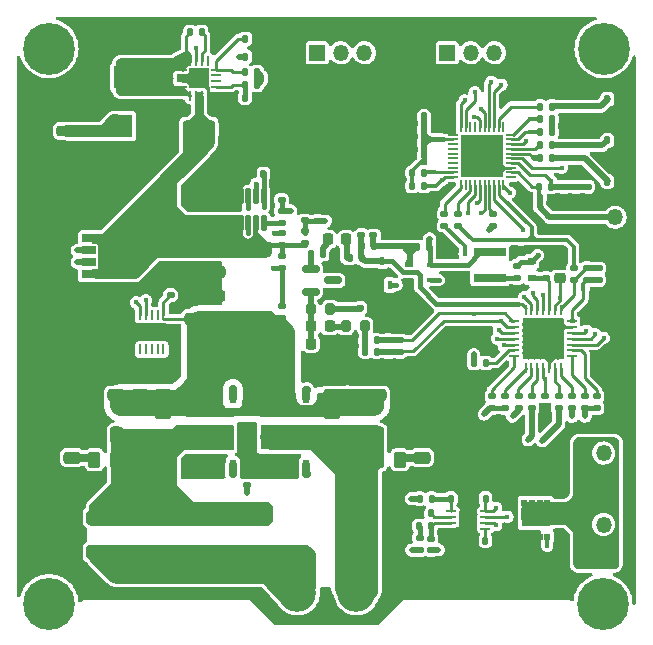
<source format=gbr>
%TF.GenerationSoftware,KiCad,Pcbnew,(6.0.0)*%
%TF.CreationDate,2022-04-01T15:35:24+08:00*%
%TF.ProjectId,LinkCharge40_Transmitter,4c696e6b-4368-4617-9267-6534305f5472,rev?*%
%TF.SameCoordinates,Original*%
%TF.FileFunction,Copper,L1,Top*%
%TF.FilePolarity,Positive*%
%FSLAX46Y46*%
G04 Gerber Fmt 4.6, Leading zero omitted, Abs format (unit mm)*
G04 Created by KiCad (PCBNEW (6.0.0)) date 2022-04-01 15:35:24*
%MOMM*%
%LPD*%
G01*
G04 APERTURE LIST*
G04 Aperture macros list*
%AMRoundRect*
0 Rectangle with rounded corners*
0 $1 Rounding radius*
0 $2 $3 $4 $5 $6 $7 $8 $9 X,Y pos of 4 corners*
0 Add a 4 corners polygon primitive as box body*
4,1,4,$2,$3,$4,$5,$6,$7,$8,$9,$2,$3,0*
0 Add four circle primitives for the rounded corners*
1,1,$1+$1,$2,$3*
1,1,$1+$1,$4,$5*
1,1,$1+$1,$6,$7*
1,1,$1+$1,$8,$9*
0 Add four rect primitives between the rounded corners*
20,1,$1+$1,$2,$3,$4,$5,0*
20,1,$1+$1,$4,$5,$6,$7,0*
20,1,$1+$1,$6,$7,$8,$9,0*
20,1,$1+$1,$8,$9,$2,$3,0*%
%AMFreePoly0*
4,1,19,0.300000,-2.000000,-0.870000,-2.000000,-0.870000,-2.210000,-1.700000,-2.210000,-1.700000,-1.600000,-1.020000,-1.600000,-1.020000,-0.940000,-1.700000,-0.940000,-1.700000,-0.330000,-1.020000,-0.330000,-1.020000,0.330000,-1.700000,0.330000,-1.700000,0.940000,-1.020000,0.940000,-1.020000,1.140000,-0.300000,1.140000,-0.300000,2.000000,0.300000,2.000000,0.300000,-2.000000,0.300000,-2.000000,
$1*%
G04 Aperture macros list end*
%TA.AperFunction,SMDPad,CuDef*%
%ADD10RoundRect,0.250000X-1.425000X0.362500X-1.425000X-0.362500X1.425000X-0.362500X1.425000X0.362500X0*%
%TD*%
%TA.AperFunction,SMDPad,CuDef*%
%ADD11RoundRect,0.140000X0.170000X-0.140000X0.170000X0.140000X-0.170000X0.140000X-0.170000X-0.140000X0*%
%TD*%
%TA.AperFunction,SMDPad,CuDef*%
%ADD12RoundRect,0.135000X0.135000X0.185000X-0.135000X0.185000X-0.135000X-0.185000X0.135000X-0.185000X0*%
%TD*%
%TA.AperFunction,SMDPad,CuDef*%
%ADD13RoundRect,0.250000X1.100000X-0.325000X1.100000X0.325000X-1.100000X0.325000X-1.100000X-0.325000X0*%
%TD*%
%TA.AperFunction,SMDPad,CuDef*%
%ADD14R,0.610000X0.830000*%
%TD*%
%TA.AperFunction,SMDPad,CuDef*%
%ADD15FreePoly0,270.000000*%
%TD*%
%TA.AperFunction,SMDPad,CuDef*%
%ADD16R,4.000000X2.150000*%
%TD*%
%TA.AperFunction,SMDPad,CuDef*%
%ADD17O,0.850000X0.250000*%
%TD*%
%TA.AperFunction,SMDPad,CuDef*%
%ADD18R,1.600000X1.600000*%
%TD*%
%TA.AperFunction,SMDPad,CuDef*%
%ADD19RoundRect,0.140000X-0.170000X0.140000X-0.170000X-0.140000X0.170000X-0.140000X0.170000X0.140000X0*%
%TD*%
%TA.AperFunction,ComponentPad*%
%ADD20R,1.350000X1.350000*%
%TD*%
%TA.AperFunction,ComponentPad*%
%ADD21O,1.350000X1.350000*%
%TD*%
%TA.AperFunction,SMDPad,CuDef*%
%ADD22RoundRect,0.135000X-0.185000X0.135000X-0.185000X-0.135000X0.185000X-0.135000X0.185000X0.135000X0*%
%TD*%
%TA.AperFunction,SMDPad,CuDef*%
%ADD23RoundRect,0.250000X-0.250000X-0.475000X0.250000X-0.475000X0.250000X0.475000X-0.250000X0.475000X0*%
%TD*%
%TA.AperFunction,SMDPad,CuDef*%
%ADD24RoundRect,0.200000X0.200000X0.275000X-0.200000X0.275000X-0.200000X-0.275000X0.200000X-0.275000X0*%
%TD*%
%TA.AperFunction,SMDPad,CuDef*%
%ADD25RoundRect,0.250000X0.250000X0.475000X-0.250000X0.475000X-0.250000X-0.475000X0.250000X-0.475000X0*%
%TD*%
%TA.AperFunction,ComponentPad*%
%ADD26C,0.700000*%
%TD*%
%TA.AperFunction,ComponentPad*%
%ADD27C,4.400000*%
%TD*%
%TA.AperFunction,SMDPad,CuDef*%
%ADD28RoundRect,0.250000X-0.475000X0.250000X-0.475000X-0.250000X0.475000X-0.250000X0.475000X0.250000X0*%
%TD*%
%TA.AperFunction,SMDPad,CuDef*%
%ADD29RoundRect,0.135000X0.185000X-0.135000X0.185000X0.135000X-0.185000X0.135000X-0.185000X-0.135000X0*%
%TD*%
%TA.AperFunction,SMDPad,CuDef*%
%ADD30RoundRect,0.150000X-0.587500X-0.150000X0.587500X-0.150000X0.587500X0.150000X-0.587500X0.150000X0*%
%TD*%
%TA.AperFunction,SMDPad,CuDef*%
%ADD31RoundRect,0.140000X0.140000X0.170000X-0.140000X0.170000X-0.140000X-0.170000X0.140000X-0.170000X0*%
%TD*%
%TA.AperFunction,SMDPad,CuDef*%
%ADD32RoundRect,0.250000X0.475000X-0.250000X0.475000X0.250000X-0.475000X0.250000X-0.475000X-0.250000X0*%
%TD*%
%TA.AperFunction,SMDPad,CuDef*%
%ADD33RoundRect,0.147500X0.147500X0.172500X-0.147500X0.172500X-0.147500X-0.172500X0.147500X-0.172500X0*%
%TD*%
%TA.AperFunction,SMDPad,CuDef*%
%ADD34RoundRect,0.140000X-0.140000X-0.170000X0.140000X-0.170000X0.140000X0.170000X-0.140000X0.170000X0*%
%TD*%
%TA.AperFunction,SMDPad,CuDef*%
%ADD35RoundRect,0.062500X0.062500X-0.350000X0.062500X0.350000X-0.062500X0.350000X-0.062500X-0.350000X0*%
%TD*%
%TA.AperFunction,SMDPad,CuDef*%
%ADD36RoundRect,0.062500X0.350000X-0.062500X0.350000X0.062500X-0.350000X0.062500X-0.350000X-0.062500X0*%
%TD*%
%TA.AperFunction,SMDPad,CuDef*%
%ADD37R,1.700000X1.700000*%
%TD*%
%TA.AperFunction,SMDPad,CuDef*%
%ADD38RoundRect,0.135000X-0.135000X-0.185000X0.135000X-0.185000X0.135000X0.185000X-0.135000X0.185000X0*%
%TD*%
%TA.AperFunction,SMDPad,CuDef*%
%ADD39R,1.600000X1.900000*%
%TD*%
%TA.AperFunction,SMDPad,CuDef*%
%ADD40RoundRect,0.062500X-0.062500X0.362500X-0.062500X-0.362500X0.062500X-0.362500X0.062500X0.362500X0*%
%TD*%
%TA.AperFunction,SMDPad,CuDef*%
%ADD41R,2.380000X1.650000*%
%TD*%
%TA.AperFunction,SMDPad,CuDef*%
%ADD42RoundRect,0.250000X-0.262500X-0.450000X0.262500X-0.450000X0.262500X0.450000X-0.262500X0.450000X0*%
%TD*%
%TA.AperFunction,SMDPad,CuDef*%
%ADD43RoundRect,0.250000X0.262500X0.450000X-0.262500X0.450000X-0.262500X-0.450000X0.262500X-0.450000X0*%
%TD*%
%TA.AperFunction,SMDPad,CuDef*%
%ADD44RoundRect,0.125000X-0.125000X0.537500X-0.125000X-0.537500X0.125000X-0.537500X0.125000X0.537500X0*%
%TD*%
%TA.AperFunction,SMDPad,CuDef*%
%ADD45R,0.650000X0.400000*%
%TD*%
%TA.AperFunction,ComponentPad*%
%ADD46C,3.200000*%
%TD*%
%TA.AperFunction,SMDPad,CuDef*%
%ADD47RoundRect,0.225000X-0.225000X-0.250000X0.225000X-0.250000X0.225000X0.250000X-0.225000X0.250000X0*%
%TD*%
%TA.AperFunction,SMDPad,CuDef*%
%ADD48R,0.700000X0.600000*%
%TD*%
%TA.AperFunction,SMDPad,CuDef*%
%ADD49R,0.500000X0.630000*%
%TD*%
%TA.AperFunction,SMDPad,CuDef*%
%ADD50R,2.450000X1.665000*%
%TD*%
%TA.AperFunction,SMDPad,CuDef*%
%ADD51RoundRect,0.062500X0.062500X-0.337500X0.062500X0.337500X-0.062500X0.337500X-0.062500X-0.337500X0*%
%TD*%
%TA.AperFunction,SMDPad,CuDef*%
%ADD52RoundRect,0.062500X0.337500X-0.062500X0.337500X0.062500X-0.337500X0.062500X-0.337500X-0.062500X0*%
%TD*%
%TA.AperFunction,SMDPad,CuDef*%
%ADD53R,3.350000X3.350000*%
%TD*%
%TA.AperFunction,SMDPad,CuDef*%
%ADD54RoundRect,0.225000X0.225000X0.250000X-0.225000X0.250000X-0.225000X-0.250000X0.225000X-0.250000X0*%
%TD*%
%TA.AperFunction,SMDPad,CuDef*%
%ADD55RoundRect,0.225000X0.250000X-0.225000X0.250000X0.225000X-0.250000X0.225000X-0.250000X-0.225000X0*%
%TD*%
%TA.AperFunction,SMDPad,CuDef*%
%ADD56RoundRect,0.243750X0.456250X-0.243750X0.456250X0.243750X-0.456250X0.243750X-0.456250X-0.243750X0*%
%TD*%
%TA.AperFunction,SMDPad,CuDef*%
%ADD57R,1.200000X0.700000*%
%TD*%
%TA.AperFunction,SMDPad,CuDef*%
%ADD58R,1.200000X0.760000*%
%TD*%
%TA.AperFunction,SMDPad,CuDef*%
%ADD59R,1.200000X0.800000*%
%TD*%
%TA.AperFunction,ComponentPad*%
%ADD60O,1.600000X1.000000*%
%TD*%
%TA.AperFunction,SMDPad,CuDef*%
%ADD61R,2.700000X0.800000*%
%TD*%
%TA.AperFunction,SMDPad,CuDef*%
%ADD62R,3.600000X3.600000*%
%TD*%
%TA.AperFunction,SMDPad,CuDef*%
%ADD63R,0.450000X0.700000*%
%TD*%
%TA.AperFunction,ViaPad*%
%ADD64C,0.450000*%
%TD*%
%TA.AperFunction,Conductor*%
%ADD65C,0.400000*%
%TD*%
%TA.AperFunction,Conductor*%
%ADD66C,0.250000*%
%TD*%
%TA.AperFunction,Conductor*%
%ADD67C,1.500000*%
%TD*%
%TA.AperFunction,Conductor*%
%ADD68C,0.500000*%
%TD*%
%TA.AperFunction,Conductor*%
%ADD69C,0.300000*%
%TD*%
%TA.AperFunction,Conductor*%
%ADD70C,1.000000*%
%TD*%
%TA.AperFunction,Conductor*%
%ADD71C,0.700000*%
%TD*%
%TA.AperFunction,Conductor*%
%ADD72C,0.460000*%
%TD*%
G04 APERTURE END LIST*
D10*
%TO.P,R12,1*%
%TO.N,DC_I+*%
X128990000Y-88457500D03*
%TO.P,R12,2*%
%TO.N,DC_I-*%
X128990000Y-94382500D03*
%TD*%
D11*
%TO.P,C56,1*%
%TO.N,+5V*%
X144127342Y-113950783D03*
%TO.P,C56,2*%
%TO.N,Net-(C56-Pad2)*%
X144127342Y-112990783D03*
%TD*%
D12*
%TO.P,R39,1*%
%TO.N,+3V3*%
X154390000Y-78575001D03*
%TO.P,R39,2*%
%TO.N,Net-(J2-Pad2)*%
X153370000Y-78575001D03*
%TD*%
D13*
%TO.P,C52,1*%
%TO.N,COIL-*%
X119557500Y-114160000D03*
%TO.P,C52,2*%
%TO.N,Net-(C37-Pad2)*%
X119557500Y-111210000D03*
%TD*%
D14*
%TO.P,U6,1*%
%TO.N,Net-(R24-Pad2)*%
X133605000Y-101049999D03*
D15*
%TO.P,U6,2*%
%TO.N,DC_I-*%
X131700000Y-102334999D03*
D14*
%TO.P,U6,3*%
%TO.N,GND*%
X129795000Y-106729999D03*
%TO.P,U6,4*%
X131065000Y-106729999D03*
%TO.P,U6,5*%
X132335000Y-106729999D03*
%TO.P,U6,6*%
%TO.N,Net-(R26-Pad2)*%
X133605000Y-106729999D03*
D16*
%TO.P,U6,7*%
%TO.N,Net-(C36-Pad2)*%
X131700000Y-104419999D03*
%TD*%
D17*
%TO.P,U8,1,Dmin*%
%TO.N,Net-(R41-Pad1)*%
X145857342Y-110640784D03*
%TO.P,U8,2,SLOPE*%
%TO.N,Net-(R45-Pad1)*%
X145857342Y-111140784D03*
%TO.P,U8,3,SENSE*%
%TO.N,Net-(C56-Pad2)*%
X145857342Y-111640784D03*
%TO.P,U8,4,GND*%
%TO.N,GND*%
X145857342Y-112140784D03*
%TO.P,U8,5,FREQ*%
%TO.N,Net-(C57-Pad1)*%
X148757342Y-112140784D03*
%TO.P,U8,6,D0*%
%TO.N,+5V*%
X148757342Y-111640784D03*
%TO.P,U8,7,PWM_OUT*%
%TO.N,Net-(U8-Pad7)*%
X148757342Y-111140784D03*
%TO.P,U8,8,VDD*%
%TO.N,+5V*%
X148757342Y-110640784D03*
D18*
%TO.P,U8,9,EP*%
%TO.N,GND*%
X147307342Y-111390784D03*
%TD*%
D19*
%TO.P,C30,1*%
%TO.N,VDDA*%
X156427500Y-83200001D03*
%TO.P,C30,2*%
%TO.N,GND*%
X156427500Y-84160001D03*
%TD*%
D20*
%TO.P,J3,1,Pin_1*%
%TO.N,+3V3*%
X134510000Y-71860000D03*
D21*
%TO.P,J3,2,Pin_2*%
%TO.N,Net-(J3-Pad2)*%
X136510000Y-71860000D03*
%TO.P,J3,3,Pin_3*%
%TO.N,Net-(J3-Pad3)*%
X138510000Y-71860000D03*
%TO.P,J3,4,Pin_4*%
%TO.N,GND*%
X140510000Y-71860000D03*
%TD*%
D22*
%TO.P,R26,1*%
%TO.N,Net-(R26-Pad1)*%
X152698332Y-100927500D03*
%TO.P,R26,2*%
%TO.N,Net-(R26-Pad2)*%
X152698332Y-101947500D03*
%TD*%
D23*
%TO.P,C41,1*%
%TO.N,GND*%
X115610000Y-104240000D03*
%TO.P,C41,2*%
%TO.N,Net-(C37-Pad2)*%
X117510000Y-104240000D03*
%TD*%
D24*
%TO.P,R16,1*%
%TO.N,Net-(C22-Pad2)*%
X138580000Y-95010000D03*
%TO.P,R16,2*%
%TO.N,Net-(C20-Pad2)*%
X136930000Y-95010000D03*
%TD*%
D25*
%TO.P,C14,1*%
%TO.N,DC_I+*%
X123634908Y-78285927D03*
%TO.P,C14,2*%
%TO.N,GND*%
X121734908Y-78285927D03*
%TD*%
D14*
%TO.P,U7,1*%
%TO.N,Net-(R27-Pad2)*%
X127365001Y-101049999D03*
D15*
%TO.P,U7,2*%
%TO.N,DC_I-*%
X125460001Y-102334999D03*
D14*
%TO.P,U7,3*%
%TO.N,GND*%
X123555001Y-106729999D03*
%TO.P,U7,4*%
X124825001Y-106729999D03*
%TO.P,U7,5*%
X126095001Y-106729999D03*
%TO.P,U7,6*%
%TO.N,Net-(R29-Pad2)*%
X127365001Y-106729999D03*
D16*
%TO.P,U7,7*%
%TO.N,Net-(C37-Pad2)*%
X125460001Y-104419999D03*
%TD*%
D22*
%TO.P,R19,1*%
%TO.N,AC_V*%
X156240000Y-90100000D03*
%TO.P,R19,2*%
%TO.N,Net-(C31-Pad1)*%
X156240000Y-91120000D03*
%TD*%
D19*
%TO.P,C59,1*%
%TO.N,GND*%
X122095000Y-91410000D03*
%TO.P,C59,2*%
%TO.N,DC_I-*%
X122095000Y-92370000D03*
%TD*%
D26*
%TO.P,H3,1,Pin_1*%
%TO.N,unconnected-(H3-Pad1)*%
X111800000Y-116850000D03*
X111800000Y-120150000D03*
X112966726Y-119666726D03*
X110633274Y-117333274D03*
D27*
X111800000Y-118500000D03*
D26*
X110633274Y-119666726D03*
X112966726Y-117333274D03*
X110150000Y-118500000D03*
X113450000Y-118500000D03*
%TD*%
D20*
%TO.P,J6,1,Pin_1*%
%TO.N,Net-(J6-Pad1)*%
X158760000Y-107750000D03*
D21*
%TO.P,J6,2,Pin_2*%
%TO.N,+5V*%
X158760000Y-105750000D03*
%TD*%
D28*
%TO.P,C8,1*%
%TO.N,DC_I+*%
X126000000Y-88520001D03*
%TO.P,C8,2*%
%TO.N,GND*%
X126000000Y-90420001D03*
%TD*%
%TO.P,C43,1*%
%TO.N,GND*%
X143400000Y-104240000D03*
%TO.P,C43,2*%
%TO.N,Net-(C43-Pad2)*%
X143400000Y-106140000D03*
%TD*%
D29*
%TO.P,R9,1*%
%TO.N,DC_I+*%
X133440000Y-87950000D03*
%TO.P,R9,2*%
%TO.N,DC_FBV*%
X133440000Y-86930000D03*
%TD*%
D30*
%TO.P,D1,1*%
%TO.N,Net-(D1-Pad1)*%
X133962500Y-90190000D03*
%TO.P,D1,2*%
%TO.N,Net-(C10-Pad1)*%
X133962500Y-92090000D03*
%TO.P,D1,3*%
%TO.N,unconnected-(D1-Pad3)*%
X135837500Y-91140000D03*
%TD*%
D31*
%TO.P,C22,1*%
%TO.N,AC_AMPL*%
X139540000Y-97160000D03*
%TO.P,C22,2*%
%TO.N,Net-(C22-Pad2)*%
X138580000Y-97160000D03*
%TD*%
D32*
%TO.P,C19,1*%
%TO.N,DC_I-*%
X123999999Y-94370001D03*
%TO.P,C19,2*%
%TO.N,GND*%
X123999999Y-92470001D03*
%TD*%
D33*
%TO.P,LED3,1,K*%
%TO.N,GND*%
X160060000Y-82760000D03*
%TO.P,LED3,2,A*%
%TO.N,Net-(LED3-Pad2)*%
X159090000Y-82760000D03*
%TD*%
D34*
%TO.P,C42,1*%
%TO.N,TEMP*%
X153349999Y-84197500D03*
%TO.P,C42,2*%
%TO.N,GND*%
X154309999Y-84197500D03*
%TD*%
D19*
%TO.P,C37,1*%
%TO.N,Net-(C37-Pad1)*%
X158210000Y-100955001D03*
%TO.P,C37,2*%
%TO.N,Net-(C37-Pad2)*%
X158210000Y-101915001D03*
%TD*%
D33*
%TO.P,LED4,1,K*%
%TO.N,GND*%
X129385000Y-70679999D03*
%TO.P,LED4,2,A*%
%TO.N,Net-(LED4-Pad2)*%
X128415000Y-70679999D03*
%TD*%
D12*
%TO.P,R41,1*%
%TO.N,Net-(R41-Pad1)*%
X144197341Y-109610785D03*
%TO.P,R41,2*%
%TO.N,+5V*%
X143177341Y-109610785D03*
%TD*%
D35*
%TO.P,U1,1,VSW*%
%TO.N,Net-(C11-Pad2)*%
X123744258Y-75489936D03*
%TO.P,U1,2,VCC*%
%TO.N,DC_I+*%
X124244258Y-75489936D03*
%TO.P,U1,3,VCC*%
X124744258Y-75489936D03*
%TO.P,U1,4,GND*%
%TO.N,GND*%
X125244258Y-75489936D03*
D36*
%TO.P,U1,5,FB*%
%TO.N,Net-(R13-Pad1)*%
X125956758Y-74777436D03*
%TO.P,U1,6,NC*%
%TO.N,unconnected-(U1-Pad6)*%
X125956758Y-74277436D03*
%TO.P,U1,7,NC*%
%TO.N,unconnected-(U1-Pad7)*%
X125956758Y-73777436D03*
%TO.P,U1,8,PG*%
%TO.N,Net-(LED4-Pad2)*%
X125956758Y-73277436D03*
D35*
%TO.P,U1,9,EN*%
%TO.N,unconnected-(U1-Pad9)*%
X125244258Y-72564936D03*
%TO.P,U1,10,BST*%
%TO.N,Net-(C11-Pad1)*%
X124744258Y-72564936D03*
%TO.P,U1,11,VCC*%
%TO.N,DC_I+*%
X124244258Y-72564936D03*
%TO.P,U1,12,VSW*%
%TO.N,Net-(C11-Pad2)*%
X123744258Y-72564936D03*
D36*
%TO.P,U1,13,VSW*%
X123031758Y-73277436D03*
%TO.P,U1,14,GND*%
%TO.N,GND*%
X123031758Y-73777436D03*
%TO.P,U1,15,GND*%
X123031758Y-74277436D03*
%TO.P,U1,16,VSW*%
%TO.N,Net-(C11-Pad2)*%
X123031758Y-74777436D03*
D37*
%TO.P,U1,17,GND*%
%TO.N,GND*%
X124494258Y-74027436D03*
%TD*%
D38*
%TO.P,R5,1*%
%TO.N,Net-(R10-Pad1)*%
X143000000Y-88290000D03*
%TO.P,R5,2*%
%TO.N,VDDA*%
X144020000Y-88290000D03*
%TD*%
D24*
%TO.P,R7,1*%
%TO.N,AC_PEAK*%
X135610000Y-93550000D03*
%TO.P,R7,2*%
%TO.N,Net-(C10-Pad1)*%
X133960000Y-93550000D03*
%TD*%
D39*
%TO.P,L1,1,1*%
%TO.N,Net-(C11-Pad2)*%
X118109999Y-73940000D03*
%TO.P,L1,2,2*%
%TO.N,+5V*%
X118109999Y-78040000D03*
%TD*%
D19*
%TO.P,C36,1*%
%TO.N,Net-(C36-Pad1)*%
X149320000Y-100957501D03*
%TO.P,C36,2*%
%TO.N,Net-(C36-Pad2)*%
X149320000Y-101917501D03*
%TD*%
D12*
%TO.P,R45,1*%
%TO.N,Net-(R45-Pad1)*%
X144167342Y-110867450D03*
%TO.P,R45,2*%
%TO.N,GND*%
X143147342Y-110867450D03*
%TD*%
D40*
%TO.P,U10,1,VIN*%
%TO.N,DC_I-*%
X121500000Y-94070000D03*
%TO.P,U10,2,D+*%
%TO.N,unconnected-(U10-Pad2)*%
X121000000Y-94070000D03*
%TO.P,U10,3,D-*%
%TO.N,unconnected-(U10-Pad3)*%
X120500000Y-94070000D03*
%TO.P,U10,4,CC1*%
%TO.N,CC1*%
X120000000Y-94070000D03*
%TO.P,U10,5,CC2*%
%TO.N,CC2*%
X119500000Y-94070000D03*
%TO.P,U10,6,SDA*%
%TO.N,unconnected-(U10-Pad6)*%
X119500000Y-96970000D03*
%TO.P,U10,7,SCL*%
%TO.N,unconnected-(U10-Pad7)*%
X120000000Y-96970000D03*
%TO.P,U10,8,VSET*%
%TO.N,unconnected-(U10-Pad8)*%
X120500000Y-96970000D03*
%TO.P,U10,9,ISET*%
%TO.N,unconnected-(U10-Pad9)*%
X121000000Y-96970000D03*
%TO.P,U10,10,GATE*%
%TO.N,unconnected-(U10-Pad10)*%
X121500000Y-96970000D03*
D41*
%TO.P,U10,11,GND*%
%TO.N,GND*%
X120500000Y-95520000D03*
%TD*%
D31*
%TO.P,C33,1*%
%TO.N,+3V3*%
X143560000Y-80542500D03*
%TO.P,C33,2*%
%TO.N,GND*%
X142600000Y-80542500D03*
%TD*%
D12*
%TO.P,R40,1*%
%TO.N,+3V3*%
X154390000Y-77475000D03*
%TO.P,R40,2*%
%TO.N,Net-(J2-Pad3)*%
X153370000Y-77475000D03*
%TD*%
D20*
%TO.P,J4,1,Pin_1*%
%TO.N,GND*%
X159740000Y-87780000D03*
D21*
%TO.P,J4,2,Pin_2*%
%TO.N,TEMP*%
X159740000Y-85780000D03*
%TD*%
D42*
%TO.P,R37,1*%
%TO.N,Net-(C44-Pad2)*%
X115647500Y-106310000D03*
%TO.P,R37,2*%
%TO.N,Net-(C37-Pad2)*%
X117472500Y-106310000D03*
%TD*%
D43*
%TO.P,R36,1*%
%TO.N,Net-(C43-Pad2)*%
X141512500Y-106310000D03*
%TO.P,R36,2*%
%TO.N,Net-(C36-Pad2)*%
X139687500Y-106310000D03*
%TD*%
D34*
%TO.P,C1,1*%
%TO.N,DC_I+*%
X128429257Y-72187436D03*
%TO.P,C1,2*%
%TO.N,GND*%
X129389257Y-72187436D03*
%TD*%
D12*
%TO.P,R42,1*%
%TO.N,GND*%
X146872658Y-109605883D03*
%TO.P,R42,2*%
%TO.N,Net-(R41-Pad1)*%
X145852658Y-109605883D03*
%TD*%
D29*
%TO.P,R11,1*%
%TO.N,AC_PEAK*%
X137160000Y-93530000D03*
%TO.P,R11,2*%
%TO.N,GND*%
X137160000Y-92510000D03*
%TD*%
D25*
%TO.P,C39,1*%
%TO.N,GND*%
X141550000Y-104240000D03*
%TO.P,C39,2*%
%TO.N,Net-(C36-Pad2)*%
X139650000Y-104240000D03*
%TD*%
D44*
%TO.P,U2,1,VOS_REF*%
%TO.N,VDDA*%
X129975000Y-83992500D03*
%TO.P,U2,2,EN*%
%TO.N,DRV_EN*%
X129325000Y-83992500D03*
%TO.P,U2,3,VDDR*%
%TO.N,Net-(C13-Pad1)*%
X128675000Y-83992500D03*
%TO.P,U2,4,VSS*%
%TO.N,GND*%
X128025000Y-83992500D03*
%TO.P,U2,5,VDD*%
%TO.N,DC_I+*%
X128025000Y-86267500D03*
%TO.P,U2,6,INM*%
%TO.N,Net-(C3-Pad1)*%
X128675000Y-86267500D03*
%TO.P,U2,7,INP*%
%TO.N,DC_I+*%
X129325000Y-86267500D03*
%TO.P,U2,8,OUT*%
%TO.N,Net-(R8-Pad1)*%
X129975000Y-86267500D03*
%TD*%
D32*
%TO.P,C6,1*%
%TO.N,DC_I+*%
X123999999Y-86180001D03*
%TO.P,C6,2*%
%TO.N,GND*%
X123999999Y-84280001D03*
%TD*%
D33*
%TO.P,LED2,1,K*%
%TO.N,GND*%
X160060000Y-75793432D03*
%TO.P,LED2,2,A*%
%TO.N,Net-(LED2-Pad2)*%
X159090000Y-75793432D03*
%TD*%
D26*
%TO.P,H1,1,Pin_1*%
%TO.N,unconnected-(H1-Pad1)*%
X157633274Y-72666726D03*
X158800000Y-69850000D03*
X157633274Y-70333274D03*
D27*
X158800000Y-71500000D03*
D26*
X159966726Y-70333274D03*
X157150000Y-71500000D03*
X158800000Y-73150000D03*
X159966726Y-72666726D03*
X160450000Y-71500000D03*
%TD*%
D22*
%TO.P,R30,1*%
%TO.N,Net-(R30-Pad1)*%
X145280000Y-85479999D03*
%TO.P,R30,2*%
%TO.N,AC_GAIN*%
X145280000Y-86499999D03*
%TD*%
D45*
%TO.P,U3,1*%
%TO.N,Net-(R10-Pad1)*%
X142275001Y-89797211D03*
%TO.P,U3,2*%
%TO.N,VSENSE*%
X142275001Y-90447211D03*
%TO.P,U3,3*%
%TO.N,GND*%
X142275001Y-91097211D03*
%TO.P,U3,4*%
%TO.N,DIV_EN*%
X144175001Y-91097211D03*
%TO.P,U3,5*%
%TO.N,VDDA*%
X144175001Y-89797211D03*
%TD*%
D28*
%TO.P,C46,1*%
%TO.N,GND*%
X137690000Y-98940001D03*
%TO.P,C46,2*%
%TO.N,DC_I-*%
X137690000Y-100840001D03*
%TD*%
D29*
%TO.P,R8,1*%
%TO.N,Net-(R8-Pad1)*%
X131500000Y-86240000D03*
%TO.P,R8,2*%
%TO.N,DC_FBI*%
X131500000Y-85220000D03*
%TD*%
D38*
%TO.P,R33,1*%
%TO.N,Net-(R33-Pad1)*%
X153370000Y-76410000D03*
%TO.P,R33,2*%
%TO.N,Net-(LED2-Pad2)*%
X154390000Y-76410000D03*
%TD*%
D26*
%TO.P,H2,1,Pin_1*%
%TO.N,unconnected-(H2-Pad1)*%
X157533274Y-119666726D03*
X158700000Y-120150000D03*
X160350000Y-118500000D03*
X159866726Y-117333274D03*
X157050000Y-118500000D03*
D27*
X158700000Y-118500000D03*
D26*
X157533274Y-117333274D03*
X159866726Y-119666726D03*
X158700000Y-116850000D03*
%TD*%
D11*
%TO.P,C16,1*%
%TO.N,AC_PEAK*%
X138155000Y-93490000D03*
%TO.P,C16,2*%
%TO.N,GND*%
X138155000Y-92530000D03*
%TD*%
D46*
%TO.P,J5,1,Pin_1*%
%TO.N,COIL-*%
X132840000Y-117595000D03*
%TO.P,J5,2,Pin_2*%
%TO.N,Net-(C36-Pad2)*%
X137840000Y-117595000D03*
%TD*%
D19*
%TO.P,C17,1*%
%TO.N,GND*%
X133440000Y-85100000D03*
%TO.P,C17,2*%
%TO.N,DC_FBV*%
X133440000Y-86060000D03*
%TD*%
D38*
%TO.P,R34,1*%
%TO.N,Net-(R34-Pad1)*%
X153370001Y-79700000D03*
%TO.P,R34,2*%
%TO.N,Net-(LED1-Pad2)*%
X154390001Y-79700000D03*
%TD*%
D13*
%TO.P,C53,1*%
%TO.N,COIL-*%
X122804999Y-114160000D03*
%TO.P,C53,2*%
%TO.N,Net-(C37-Pad2)*%
X122804999Y-111210000D03*
%TD*%
D12*
%TO.P,R10,1*%
%TO.N,Net-(R10-Pad1)*%
X139290000Y-88240000D03*
%TO.P,R10,2*%
%TO.N,VSENSE*%
X138270000Y-88240000D03*
%TD*%
D31*
%TO.P,C26,1*%
%TO.N,+3V3*%
X143560000Y-78342500D03*
%TO.P,C26,2*%
%TO.N,GND*%
X142600000Y-78342500D03*
%TD*%
D22*
%TO.P,R25,1*%
%TO.N,Net-(R25-Pad1)*%
X150425000Y-100927501D03*
%TO.P,R25,2*%
%TO.N,Net-(C36-Pad2)*%
X150425000Y-101947501D03*
%TD*%
D38*
%TO.P,R18,1*%
%TO.N,+3V3*%
X142560000Y-82040001D03*
%TO.P,R18,2*%
%TO.N,Net-(J3-Pad2)*%
X143580000Y-82040001D03*
%TD*%
D47*
%TO.P,C20,1*%
%TO.N,Net-(C10-Pad1)*%
X134010000Y-95020000D03*
%TO.P,C20,2*%
%TO.N,Net-(C20-Pad2)*%
X135560000Y-95020000D03*
%TD*%
D31*
%TO.P,C24,1*%
%TO.N,+3V3*%
X143560000Y-77242501D03*
%TO.P,C24,2*%
%TO.N,GND*%
X142600000Y-77242501D03*
%TD*%
D48*
%TO.P,D4,1,K*%
%TO.N,+3V3*%
X152670000Y-89530000D03*
%TO.P,D4,2,A*%
%TO.N,Net-(C35-Pad1)*%
X152670000Y-90930000D03*
%TD*%
D22*
%TO.P,R17,1*%
%TO.N,+3V3*%
X151430000Y-89910000D03*
%TO.P,R17,2*%
%TO.N,Net-(L2-Pad2)*%
X151430000Y-90930000D03*
%TD*%
D38*
%TO.P,R35,1*%
%TO.N,TEMP*%
X153320000Y-83197500D03*
%TO.P,R35,2*%
%TO.N,VDDA*%
X154340000Y-83197500D03*
%TD*%
D11*
%TO.P,C3,1*%
%TO.N,Net-(C3-Pad1)*%
X131500000Y-90060000D03*
%TO.P,C3,2*%
%TO.N,DC_I+*%
X131500000Y-89100000D03*
%TD*%
D22*
%TO.P,R28,1*%
%TO.N,Net-(R28-Pad1)*%
X157205000Y-100927501D03*
%TO.P,R28,2*%
%TO.N,Net-(C37-Pad2)*%
X157205000Y-101947501D03*
%TD*%
D28*
%TO.P,C9,1*%
%TO.N,DC_I+*%
X124000000Y-88500000D03*
%TO.P,C9,2*%
%TO.N,GND*%
X124000000Y-90400000D03*
%TD*%
%TO.P,C44,1*%
%TO.N,GND*%
X113766567Y-104234144D03*
%TO.P,C44,2*%
%TO.N,Net-(C44-Pad2)*%
X113766567Y-106134144D03*
%TD*%
D49*
%TO.P,U9,1*%
%TO.N,GND*%
X152042343Y-112830784D03*
%TO.P,U9,2*%
X152692343Y-112830784D03*
%TO.P,U9,3*%
X153342343Y-112830784D03*
%TO.P,U9,4*%
%TO.N,Net-(U8-Pad7)*%
X153992343Y-112830784D03*
%TO.P,U9,5*%
%TO.N,Net-(J6-Pad1)*%
X153992343Y-109960784D03*
%TO.P,U9,6*%
X153342343Y-109960784D03*
%TO.P,U9,7*%
X152692343Y-109960784D03*
D50*
%TO.P,U9,8*%
X153017343Y-111115784D03*
D49*
X152042343Y-109960784D03*
%TD*%
D28*
%TO.P,C47,1*%
%TO.N,GND*%
X135730000Y-98940001D03*
%TO.P,C47,2*%
%TO.N,DC_I-*%
X135730000Y-100840001D03*
%TD*%
D32*
%TO.P,C40,1*%
%TO.N,Net-(C37-Pad2)*%
X121430001Y-104240000D03*
%TO.P,C40,2*%
%TO.N,DC_I-*%
X121430001Y-102340000D03*
%TD*%
D19*
%TO.P,C15,1*%
%TO.N,GND*%
X131500000Y-83350000D03*
%TO.P,C15,2*%
%TO.N,DC_FBI*%
X131500000Y-84310000D03*
%TD*%
D31*
%TO.P,C23,1*%
%TO.N,CB*%
X139540000Y-96220000D03*
%TO.P,C23,2*%
%TO.N,Net-(C22-Pad2)*%
X138580000Y-96220000D03*
%TD*%
D28*
%TO.P,C50,1*%
%TO.N,GND*%
X121430000Y-98940001D03*
%TO.P,C50,2*%
%TO.N,DC_I-*%
X121430000Y-100840001D03*
%TD*%
D38*
%TO.P,R44,1*%
%TO.N,Net-(NCP15XW153J03RC1-Pad1)*%
X143147342Y-111930783D03*
%TO.P,R44,2*%
%TO.N,Net-(C56-Pad2)*%
X144167342Y-111930783D03*
%TD*%
D13*
%TO.P,C58,1*%
%TO.N,COIL-*%
X129299997Y-114165000D03*
%TO.P,C58,2*%
%TO.N,Net-(C37-Pad2)*%
X129299997Y-111215000D03*
%TD*%
D38*
%TO.P,R13,1*%
%TO.N,Net-(R13-Pad1)*%
X128406558Y-74569717D03*
%TO.P,R13,2*%
%TO.N,+5V*%
X129426558Y-74569717D03*
%TD*%
D32*
%TO.P,C38,1*%
%TO.N,Net-(C36-Pad2)*%
X135729999Y-104240000D03*
%TO.P,C38,2*%
%TO.N,DC_I-*%
X135729999Y-102340000D03*
%TD*%
D20*
%TO.P,J7,1,Pin_1*%
%TO.N,Net-(J6-Pad1)*%
X158760000Y-113810000D03*
D21*
%TO.P,J7,2,Pin_2*%
%TO.N,+5V*%
X158760000Y-111810000D03*
%TD*%
D31*
%TO.P,C57,1*%
%TO.N,Net-(C57-Pad1)*%
X148757342Y-113180783D03*
%TO.P,C57,2*%
%TO.N,GND*%
X147797342Y-113180783D03*
%TD*%
D11*
%TO.P,C7,1*%
%TO.N,VSENSE*%
X138255713Y-87290000D03*
%TO.P,C7,2*%
%TO.N,GND*%
X138255713Y-86330000D03*
%TD*%
D22*
%TO.P,R27,1*%
%TO.N,Net-(R27-Pad1)*%
X156088330Y-100927501D03*
%TO.P,R27,2*%
%TO.N,Net-(R27-Pad2)*%
X156088330Y-101947501D03*
%TD*%
D19*
%TO.P,C28,1*%
%TO.N,+5V*%
X153824998Y-100957501D03*
%TO.P,C28,2*%
%TO.N,GND*%
X153824998Y-101917501D03*
%TD*%
D51*
%TO.P,U4,1,VS1*%
%TO.N,Net-(R25-Pad1)*%
X152154999Y-98510000D03*
%TO.P,U4,2,HO1*%
%TO.N,Net-(R24-Pad1)*%
X152654999Y-98510000D03*
%TO.P,U4,3,LO1*%
%TO.N,Net-(R26-Pad1)*%
X153154999Y-98510000D03*
%TO.P,U4,4,VCCG*%
%TO.N,+5V*%
X153654999Y-98510000D03*
%TO.P,U4,5,PGND*%
%TO.N,GND*%
X154154999Y-98510000D03*
%TO.P,U4,6,LO2*%
%TO.N,Net-(R29-Pad1)*%
X154654999Y-98510000D03*
%TO.P,U4,7,HO2*%
%TO.N,Net-(R27-Pad1)*%
X155154999Y-98510000D03*
D52*
%TO.P,U4,8,VS2*%
%TO.N,Net-(R28-Pad1)*%
X156104999Y-97560000D03*
%TO.P,U4,9,VB2*%
%TO.N,Net-(C37-Pad1)*%
X156104999Y-97060000D03*
%TO.P,U4,10,LS1ON*%
%TO.N,PWM1_L*%
X156104999Y-96560000D03*
%TO.P,U4,11,HS1ON*%
%TO.N,PWM1_H*%
X156104999Y-96060000D03*
%TO.P,U4,12,LS2ON*%
%TO.N,PWM2_L*%
X156104999Y-95560000D03*
%TO.P,U4,13,AGND*%
%TO.N,GND*%
X156104999Y-95060000D03*
%TO.P,U4,14,VOUTA*%
%TO.N,AC_PHASE*%
X156104999Y-94560000D03*
D51*
%TO.P,U4,15,CA*%
%TO.N,Net-(C31-Pad1)*%
X155154999Y-93610000D03*
%TO.P,U4,16,LDO_EN*%
%TO.N,+5V*%
X154654999Y-93610000D03*
%TO.P,U4,17,VLDO*%
%TO.N,Net-(C35-Pad1)*%
X154154999Y-93610000D03*
%TO.P,U4,18,HS2ON*%
%TO.N,PWM2_H*%
X153654999Y-93610000D03*
%TO.P,U4,19,RA*%
%TO.N,AC_V*%
X153154999Y-93610000D03*
%TO.P,U4,20,SYNC1*%
%TO.N,SYNC1*%
X152654999Y-93610000D03*
%TO.P,U4,21,VIN*%
%TO.N,VSENSE*%
X152154999Y-93610000D03*
D52*
%TO.P,U4,22,CB*%
%TO.N,CB*%
X151204999Y-94560000D03*
%TO.P,U4,23,VOUTB*%
%TO.N,AC_AMPL*%
X151204999Y-95060000D03*
%TO.P,U4,24,GAIN*%
%TO.N,AC_GAIN*%
X151204999Y-95560000D03*
%TO.P,U4,25,SYNC2*%
%TO.N,SYNC2*%
X151204999Y-96060000D03*
%TO.P,U4,26,DRV_EN*%
%TO.N,DRV_EN*%
X151204999Y-96560000D03*
%TO.P,U4,27,RB*%
%TO.N,Net-(R20-Pad1)*%
X151204999Y-97060000D03*
%TO.P,U4,28,VB1*%
%TO.N,Net-(C36-Pad1)*%
X151204999Y-97560000D03*
D53*
%TO.P,U4,29,PAD*%
%TO.N,GND*%
X153654999Y-96060000D03*
%TD*%
D19*
%TO.P,C32,1*%
%TO.N,CB*%
X141520000Y-96210000D03*
%TO.P,C32,2*%
%TO.N,AC_AMPL*%
X141520000Y-97170000D03*
%TD*%
D31*
%TO.P,C29,1*%
%TO.N,+3V3*%
X143559999Y-79442499D03*
%TO.P,C29,2*%
%TO.N,GND*%
X142599999Y-79442499D03*
%TD*%
D54*
%TO.P,C2,1*%
%TO.N,Net-(C2-Pad1)*%
X136975000Y-87660000D03*
%TO.P,C2,2*%
%TO.N,COIL-*%
X135425000Y-87660000D03*
%TD*%
D19*
%TO.P,C31,1*%
%TO.N,Net-(C31-Pad1)*%
X158360000Y-90120000D03*
%TO.P,C31,2*%
%TO.N,AC_PHASE*%
X158360000Y-91080000D03*
%TD*%
D13*
%TO.P,C54,1*%
%TO.N,COIL-*%
X126052498Y-114160000D03*
%TO.P,C54,2*%
%TO.N,Net-(C37-Pad2)*%
X126052498Y-111210000D03*
%TD*%
D22*
%TO.P,R23,1*%
%TO.N,CB*%
X140510000Y-96180000D03*
%TO.P,R23,2*%
%TO.N,AC_AMPL*%
X140510000Y-97200000D03*
%TD*%
D38*
%TO.P,R4,1*%
%TO.N,Net-(C2-Pad1)*%
X137250000Y-89220000D03*
%TO.P,R4,2*%
%TO.N,VSENSE*%
X138270000Y-89220000D03*
%TD*%
%TO.P,R3,1*%
%TO.N,Net-(D1-Pad1)*%
X133960000Y-88900000D03*
%TO.P,R3,2*%
%TO.N,COIL-*%
X134980000Y-88900000D03*
%TD*%
D22*
%TO.P,R6,1*%
%TO.N,GND*%
X139280000Y-86290000D03*
%TO.P,R6,2*%
%TO.N,Net-(R10-Pad1)*%
X139280000Y-87310000D03*
%TD*%
D23*
%TO.P,C12,1*%
%TO.N,DC_I+*%
X125359257Y-78285927D03*
%TO.P,C12,2*%
%TO.N,GND*%
X127259257Y-78285927D03*
%TD*%
D22*
%TO.P,R31,1*%
%TO.N,Net-(R31-Pad1)*%
X149400000Y-85482500D03*
%TO.P,R31,2*%
%TO.N,AC_GAIN*%
X149400000Y-86502500D03*
%TD*%
D13*
%TO.P,C51,1*%
%TO.N,COIL-*%
X116310001Y-114160001D03*
%TO.P,C51,2*%
%TO.N,Net-(C37-Pad2)*%
X116310001Y-111210001D03*
%TD*%
D19*
%TO.P,C34,1*%
%TO.N,VDDA*%
X157427500Y-83200000D03*
%TO.P,C34,2*%
%TO.N,GND*%
X157427500Y-84160000D03*
%TD*%
D22*
%TO.P,R29,1*%
%TO.N,Net-(R29-Pad1)*%
X154951664Y-100927501D03*
%TO.P,R29,2*%
%TO.N,Net-(R29-Pad2)*%
X154951664Y-101947501D03*
%TD*%
D19*
%TO.P,C13,1*%
%TO.N,Net-(C13-Pad1)*%
X131500000Y-87150000D03*
%TO.P,C13,2*%
%TO.N,DC_I+*%
X131500000Y-88110000D03*
%TD*%
D29*
%TO.P,R43,1*%
%TO.N,+5V*%
X143197342Y-113970783D03*
%TO.P,R43,2*%
%TO.N,Net-(NCP15XW153J03RC1-Pad1)*%
X143197342Y-112950783D03*
%TD*%
D55*
%TO.P,C25,1*%
%TO.N,+5V*%
X155032500Y-90970000D03*
%TO.P,C25,2*%
%TO.N,GND*%
X155032500Y-89420000D03*
%TD*%
%TO.P,C18,1*%
%TO.N,+5V*%
X112940000Y-78495000D03*
%TO.P,C18,2*%
%TO.N,GND*%
X112940000Y-76945000D03*
%TD*%
D11*
%TO.P,C35,1*%
%TO.N,Net-(C35-Pad1)*%
X153890000Y-90920000D03*
%TO.P,C35,2*%
%TO.N,GND*%
X153890000Y-89960000D03*
%TD*%
D31*
%TO.P,C55,1*%
%TO.N,+5V*%
X148767341Y-109600782D03*
%TO.P,C55,2*%
%TO.N,GND*%
X147807341Y-109600782D03*
%TD*%
D28*
%TO.P,C48,1*%
%TO.N,GND*%
X119470000Y-98940001D03*
%TO.P,C48,2*%
%TO.N,DC_I-*%
X119470000Y-100840001D03*
%TD*%
D20*
%TO.P,J2,1,Pin_1*%
%TO.N,+3V3*%
X145510000Y-71860000D03*
D21*
%TO.P,J2,2,Pin_2*%
%TO.N,Net-(J2-Pad2)*%
X147510000Y-71860000D03*
%TO.P,J2,3,Pin_3*%
%TO.N,Net-(J2-Pad3)*%
X149510000Y-71860000D03*
%TO.P,J2,4,Pin_4*%
%TO.N,GND*%
X151510000Y-71860000D03*
%TD*%
D55*
%TO.P,C21,1*%
%TO.N,+5V*%
X114550000Y-78495000D03*
%TO.P,C21,2*%
%TO.N,GND*%
X114550000Y-76945000D03*
%TD*%
D19*
%TO.P,C27,1*%
%TO.N,VDDA*%
X155427500Y-83200001D03*
%TO.P,C27,2*%
%TO.N,GND*%
X155427500Y-84160001D03*
%TD*%
D33*
%TO.P,LED1,1,K*%
%TO.N,GND*%
X160060000Y-79276716D03*
%TO.P,LED1,2,A*%
%TO.N,Net-(LED1-Pad2)*%
X159090000Y-79276716D03*
%TD*%
D28*
%TO.P,C45,1*%
%TO.N,GND*%
X139650000Y-98940001D03*
%TO.P,C45,2*%
%TO.N,DC_I-*%
X139650000Y-100840001D03*
%TD*%
D56*
%TO.P,D3,1,K*%
%TO.N,DC_I-*%
X126000000Y-94357500D03*
%TO.P,D3,2,A*%
%TO.N,GND*%
X126000000Y-92482500D03*
%TD*%
D57*
%TO.P,J1,A5,CC1*%
%TO.N,CC1*%
X115180000Y-88600000D03*
D58*
%TO.P,J1,A9,VBUS*%
%TO.N,DC_I+*%
X115180000Y-90620000D03*
D59*
%TO.P,J1,A12,GND*%
%TO.N,GND*%
X115180000Y-91850000D03*
D57*
%TO.P,J1,B5,CC2*%
%TO.N,CC2*%
X115180000Y-89600000D03*
D58*
%TO.P,J1,B9,VBUS*%
%TO.N,DC_I+*%
X115180000Y-87580000D03*
D59*
%TO.P,J1,B12,GND*%
%TO.N,GND*%
X115180000Y-86350000D03*
D60*
%TO.P,J1,S1,SHIELD*%
X115100000Y-84780000D03*
%TO.P,J1,S2,SHIELD*%
X115100000Y-93420000D03*
%TO.P,J1,S3,SHIELD*%
X111300000Y-84780000D03*
%TO.P,J1,S4,SHIELD*%
X111300000Y-93420000D03*
%TD*%
D29*
%TO.P,R2,1*%
%TO.N,DC_I-*%
X131500000Y-94340000D03*
%TO.P,R2,2*%
%TO.N,Net-(C3-Pad1)*%
X131500000Y-93320000D03*
%TD*%
D12*
%TO.P,R14,1*%
%TO.N,GND*%
X129426558Y-75652293D03*
%TO.P,R14,2*%
%TO.N,Net-(R13-Pad1)*%
X128406558Y-75652293D03*
%TD*%
D38*
%TO.P,R1,1*%
%TO.N,Net-(LED4-Pad2)*%
X128406558Y-73487139D03*
%TO.P,R1,2*%
%TO.N,+5V*%
X129426558Y-73487139D03*
%TD*%
%TO.P,R38,1*%
%TO.N,DIV_EN*%
X153369999Y-80800000D03*
%TO.P,R38,2*%
%TO.N,Net-(LED3-Pad2)*%
X154389999Y-80800000D03*
%TD*%
D22*
%TO.P,R24,1*%
%TO.N,Net-(R24-Pad1)*%
X151561666Y-100927501D03*
%TO.P,R24,2*%
%TO.N,Net-(R24-Pad2)*%
X151561666Y-101947501D03*
%TD*%
D26*
%TO.P,H4,1,Pin_1*%
%TO.N,unconnected-(H4-Pad1)*%
X110633274Y-72666726D03*
D27*
X111800000Y-71500000D03*
D26*
X110633274Y-70333274D03*
X110150000Y-71500000D03*
X113450000Y-71500000D03*
X112966726Y-72666726D03*
X111800000Y-69850000D03*
X111800000Y-73150000D03*
X112966726Y-70333274D03*
%TD*%
D32*
%TO.P,C5,1*%
%TO.N,DC_I+*%
X126005000Y-86180000D03*
%TO.P,C5,2*%
%TO.N,GND*%
X126005000Y-84280000D03*
%TD*%
D31*
%TO.P,C11,1*%
%TO.N,Net-(C11-Pad1)*%
X124724257Y-70102434D03*
%TO.P,C11,2*%
%TO.N,Net-(C11-Pad2)*%
X123764257Y-70102434D03*
%TD*%
D12*
%TO.P,R20,1*%
%TO.N,Net-(R20-Pad1)*%
X148800000Y-98130000D03*
%TO.P,R20,2*%
%TO.N,CB*%
X147780000Y-98130000D03*
%TD*%
D22*
%TO.P,R15,1*%
%TO.N,GND*%
X134510000Y-85090000D03*
%TO.P,R15,2*%
%TO.N,DC_FBV*%
X134510000Y-86110000D03*
%TD*%
D34*
%TO.P,C4,1*%
%TO.N,GND*%
X129000000Y-82100000D03*
%TO.P,C4,2*%
%TO.N,VDDA*%
X129960000Y-82100000D03*
%TD*%
D61*
%TO.P,L2,1,1*%
%TO.N,VDDA*%
X149130000Y-88720000D03*
%TO.P,L2,2,2*%
%TO.N,Net-(L2-Pad2)*%
X149130000Y-90920000D03*
%TD*%
D22*
%TO.P,R32,1*%
%TO.N,Net-(R32-Pad1)*%
X146430000Y-85480000D03*
%TO.P,R32,2*%
%TO.N,AC_V*%
X146430000Y-86500000D03*
%TD*%
D35*
%TO.P,U5,1,AC_GAIN1*%
%TO.N,Net-(R30-Pad1)*%
X146680000Y-83030000D03*
%TO.P,U5,2,COIL_PHASE*%
%TO.N,unconnected-(U5-Pad2)*%
X147080000Y-83030000D03*
%TO.P,U5,3,MATCH_PHASE*%
%TO.N,Net-(R32-Pad1)*%
X147480000Y-83030000D03*
%TO.P,U5,4,DC_V*%
%TO.N,DC_FBV*%
X147880000Y-83030000D03*
%TO.P,U5,5,DC_I*%
%TO.N,DC_FBI*%
X148280000Y-83030000D03*
%TO.P,U5,6,AC_PEAK*%
%TO.N,AC_PEAK*%
X148680000Y-83030000D03*
%TO.P,U5,7,AC_GAIN2*%
%TO.N,Net-(R31-Pad1)*%
X149080000Y-83030000D03*
%TO.P,U5,8,AC_PHASE*%
%TO.N,AC_PHASE*%
X149480000Y-83030000D03*
%TO.P,U5,9,AC_V*%
%TO.N,AC_V*%
X149880000Y-83030000D03*
%TO.P,U5,10,AC_AMPL*%
%TO.N,AC_AMPL*%
X150280000Y-83030000D03*
D36*
%TO.P,U5,11,BATT_V*%
%TO.N,unconnected-(U5-Pad11)*%
X150917500Y-82392500D03*
%TO.P,U5,12,TEMP*%
%TO.N,TEMP*%
X150917500Y-81992500D03*
%TO.P,U5,13,AVSS*%
%TO.N,GND*%
X150917500Y-81592500D03*
%TO.P,U5,14,AVDD*%
%TO.N,VDDA*%
X150917500Y-81192500D03*
%TO.P,U5,15,VDD*%
%TO.N,+3V3*%
X150917500Y-80792500D03*
%TO.P,U5,16,LEDB*%
%TO.N,DIV_EN*%
X150917500Y-80392500D03*
%TO.P,U5,17,LEDR*%
%TO.N,Net-(R34-Pad1)*%
X150917500Y-79992500D03*
%TO.P,U5,18,DRV_EN*%
%TO.N,DRV_EN*%
X150917500Y-79592500D03*
%TO.P,U5,19,I2C|SCL*%
%TO.N,Net-(J2-Pad2)*%
X150917500Y-79192500D03*
%TO.P,U5,20,I2C|SDA*%
%TO.N,Net-(J2-Pad3)*%
X150917500Y-78792500D03*
D35*
%TO.P,U5,21,BST|L*%
%TO.N,unconnected-(U5-Pad21)*%
X150280000Y-78155000D03*
%TO.P,U5,22,LEDG*%
%TO.N,Net-(R33-Pad1)*%
X149880000Y-78155000D03*
%TO.P,U5,23,PWM1|H*%
%TO.N,PWM1_H*%
X149480000Y-78155000D03*
%TO.P,U5,24,PWM1|L*%
%TO.N,PWM1_L*%
X149080000Y-78155000D03*
%TO.P,U5,25,SYNC1*%
%TO.N,SYNC1*%
X148680000Y-78155000D03*
%TO.P,U5,26,SYNC2*%
%TO.N,SYNC2*%
X148280000Y-78155000D03*
%TO.P,U5,27,TOUCH1|BST|VSET*%
%TO.N,unconnected-(U5-Pad27)*%
X147880000Y-78155000D03*
%TO.P,U5,28,COIL_EN1*%
%TO.N,unconnected-(U5-Pad28)*%
X147480000Y-78155000D03*
%TO.P,U5,29,PWM2|L*%
%TO.N,PWM2_L*%
X147080000Y-78155000D03*
%TO.P,U5,30,PWM2|H*%
%TO.N,PWM2_H*%
X146680000Y-78155000D03*
D36*
%TO.P,U5,31,VSS*%
%TO.N,GND*%
X146042500Y-78792500D03*
%TO.P,U5,32,VDD*%
%TO.N,+3V3*%
X146042500Y-79192500D03*
%TO.P,U5,33,BUCK|H*%
%TO.N,unconnected-(U5-Pad33)*%
X146042500Y-79592500D03*
%TO.P,U5,34,BUCK|L*%
%TO.N,unconnected-(U5-Pad34)*%
X146042500Y-79992500D03*
%TO.P,U5,35,COIL_EN2*%
%TO.N,unconnected-(U5-Pad35)*%
X146042500Y-80392500D03*
%TO.P,U5,36,COIL_EN3*%
%TO.N,unconnected-(U5-Pad36)*%
X146042500Y-80792500D03*
%TO.P,U5,37,TOUCH2*%
%TO.N,unconnected-(U5-Pad37)*%
X146042500Y-81192500D03*
%TO.P,U5,38,TOUCH3*%
%TO.N,unconnected-(U5-Pad38)*%
X146042500Y-81592500D03*
%TO.P,U5,39,BT|RX*%
%TO.N,Net-(J3-Pad2)*%
X146042500Y-81992500D03*
%TO.P,U5,40,BT|TX*%
%TO.N,Net-(J3-Pad3)*%
X146042500Y-82392500D03*
D62*
%TO.P,U5,41,PAD*%
%TO.N,GND*%
X148480000Y-80592500D03*
%TD*%
D63*
%TO.P,D2,1*%
%TO.N,GND*%
X139360000Y-91510000D03*
%TO.P,D2,2*%
%TO.N,+3V3*%
X140660000Y-91510000D03*
%TO.P,D2,3*%
%TO.N,VSENSE*%
X140010000Y-89510000D03*
%TD*%
D28*
%TO.P,C49,1*%
%TO.N,GND*%
X117510000Y-98940001D03*
%TO.P,C49,2*%
%TO.N,DC_I-*%
X117510000Y-100840001D03*
%TD*%
D38*
%TO.P,R21,1*%
%TO.N,+3V3*%
X142560000Y-83140000D03*
%TO.P,R21,2*%
%TO.N,Net-(J3-Pad3)*%
X143580000Y-83140000D03*
%TD*%
D29*
%TO.P,NCP15XW153J03RC1,1*%
%TO.N,Net-(NCP15XW153J03RC1-Pad1)*%
X128593095Y-108489500D03*
%TO.P,NCP15XW153J03RC1,2*%
%TO.N,GND*%
X128593095Y-107469500D03*
%TD*%
D47*
%TO.P,C10,1*%
%TO.N,Net-(C10-Pad1)*%
X134010000Y-96490000D03*
%TO.P,C10,2*%
%TO.N,GND*%
X135560000Y-96490000D03*
%TD*%
D22*
%TO.P,R22,1*%
%TO.N,Net-(C31-Pad1)*%
X157360002Y-90100000D03*
%TO.P,R22,2*%
%TO.N,AC_PHASE*%
X157360002Y-91120000D03*
%TD*%
D64*
%TO.N,DC_I+*%
X127919256Y-72197436D03*
X124470000Y-76930000D03*
X124244257Y-71442437D03*
%TO.N,GND*%
X109510000Y-113740000D03*
X149190000Y-81990000D03*
X149190000Y-81300000D03*
X136660000Y-69190000D03*
X109600000Y-91000000D03*
X109600000Y-87000000D03*
X109510000Y-108740000D03*
X109510000Y-109740000D03*
X149850000Y-81990000D03*
X147790000Y-79199998D03*
X116660000Y-69190000D03*
X147660000Y-69190000D03*
X149190000Y-80599998D03*
X153290000Y-95690000D03*
X161110000Y-79740000D03*
X146770000Y-92140000D03*
X143910000Y-117740000D03*
X115660000Y-117740000D03*
X161110000Y-105740000D03*
X161110000Y-111740000D03*
X122660000Y-69190000D03*
X161110000Y-115740000D03*
X110310000Y-79100000D03*
X110310000Y-114240000D03*
X161110000Y-85740000D03*
X142330000Y-103860000D03*
X131700001Y-107490000D03*
X110400000Y-90500000D03*
X110310000Y-101240000D03*
X125660000Y-69190000D03*
X161110000Y-77740000D03*
X128020000Y-82950000D03*
X140970000Y-118440000D03*
X153660000Y-69190000D03*
X110310000Y-105240000D03*
X128660000Y-69190000D03*
X145900000Y-91150000D03*
X142280000Y-76520000D03*
X161110000Y-94740000D03*
X151660000Y-69190000D03*
X110310000Y-103240000D03*
X161110000Y-96740000D03*
X148490000Y-80599999D03*
X109510000Y-112740000D03*
X161110000Y-78740000D03*
X109510000Y-107740000D03*
X109510000Y-98740000D03*
X109510000Y-83600000D03*
X117660000Y-117740000D03*
X152590000Y-94990000D03*
X137660000Y-69190000D03*
X124825001Y-107490000D03*
X110310000Y-78100000D03*
X109510000Y-81600000D03*
X161110000Y-102740000D03*
X141850000Y-80550000D03*
X161110000Y-76740000D03*
X110310000Y-109240000D03*
X109510000Y-104740000D03*
X110310000Y-107240000D03*
X133660000Y-69190000D03*
X110310000Y-115240000D03*
X138660000Y-69190000D03*
X109510000Y-79600000D03*
X109510000Y-73600000D03*
X147315000Y-111400000D03*
X129670000Y-118440000D03*
X109510000Y-99740000D03*
X154690000Y-97090000D03*
X132335001Y-107490000D03*
X124240000Y-83400000D03*
X154660000Y-69190000D03*
X125710000Y-83400000D03*
X149850000Y-79900000D03*
X161110000Y-82740000D03*
X153290000Y-94990000D03*
X139570000Y-119840000D03*
X113660000Y-69190000D03*
X151440000Y-92060000D03*
X154690000Y-95690001D03*
X123660000Y-117740000D03*
X131070000Y-119840000D03*
X152910000Y-117740000D03*
X123660000Y-69190000D03*
X109510000Y-94740000D03*
X140660000Y-69190000D03*
X153990000Y-97090000D03*
X124990000Y-73540000D03*
X124990000Y-74520000D03*
X156660000Y-69190000D03*
X137330000Y-98100000D03*
X146770000Y-91150000D03*
X161110000Y-114740000D03*
X109510000Y-110740000D03*
X124494258Y-74027436D03*
X127620000Y-79590000D03*
X138030000Y-98100000D03*
X137510000Y-86120000D03*
X147790000Y-79900000D03*
X109510000Y-75600000D03*
X154690000Y-96390000D03*
X123680000Y-83400000D03*
X124190001Y-107490000D03*
X110310000Y-111240000D03*
X109510000Y-101740000D03*
X161110000Y-101740000D03*
X155910000Y-117740000D03*
X110310000Y-81100000D03*
X150660000Y-69190000D03*
X110310000Y-97240000D03*
X109510000Y-80600000D03*
X161110000Y-116740000D03*
X130430001Y-107490000D03*
X147790000Y-81300000D03*
X161110000Y-113740000D03*
X139660000Y-69190000D03*
X161110000Y-74740000D03*
X126270000Y-83390000D03*
X120660000Y-69190000D03*
X110310000Y-74100000D03*
X124020000Y-74520000D03*
X134170000Y-119840000D03*
X133920000Y-84590000D03*
X141660000Y-69190000D03*
X146860000Y-111830000D03*
X146910000Y-117740000D03*
X153290000Y-96390000D03*
X122660000Y-117740000D03*
X110310000Y-108240000D03*
X161110000Y-99740000D03*
X161110000Y-112740000D03*
X147770000Y-110950000D03*
X148490000Y-79899999D03*
X110400000Y-91500000D03*
X109510000Y-76600000D03*
X143660000Y-69190000D03*
X110400000Y-88500000D03*
X109510000Y-102740000D03*
X153910000Y-117740000D03*
X110310000Y-104240000D03*
X152590000Y-95690000D03*
X147089999Y-81989997D03*
X116660000Y-117740000D03*
X142330000Y-104590000D03*
X155490000Y-88490000D03*
X109600000Y-88000000D03*
X146660000Y-69190000D03*
X149849999Y-79199998D03*
X161110000Y-90740000D03*
X110400000Y-87500000D03*
X161110000Y-88740000D03*
X161110000Y-87740000D03*
X134660000Y-69190000D03*
X148490000Y-79199999D03*
X146860000Y-110950000D03*
X109600000Y-89000000D03*
X119660000Y-117740000D03*
X141910000Y-117740000D03*
X109600000Y-86000000D03*
X161110000Y-106740000D03*
X126660000Y-117740000D03*
X142910000Y-117740000D03*
X150910000Y-117740000D03*
X161110000Y-73740000D03*
X132170000Y-119840000D03*
X109510000Y-114740000D03*
X129795001Y-107490000D03*
X161110000Y-97740000D03*
X123555001Y-107490000D03*
X130660000Y-69190000D03*
X129919256Y-72197435D03*
X110400000Y-86500000D03*
X149660000Y-69190000D03*
X109510000Y-74600000D03*
X161110000Y-92740000D03*
X138570000Y-119840000D03*
X110310000Y-112240001D03*
X143920000Y-93670000D03*
X148660000Y-69190000D03*
X124660000Y-69190000D03*
X161110000Y-100740000D03*
X128660000Y-117740000D03*
X148490000Y-81989999D03*
X161110000Y-84740000D03*
X125660000Y-117740000D03*
X109510000Y-97740000D03*
X147790000Y-81990000D03*
X110310000Y-110240000D03*
X161110000Y-98740000D03*
X136370000Y-119840000D03*
X145910000Y-117740000D03*
X149850000Y-80599998D03*
X161110000Y-86740000D03*
X142370000Y-92600000D03*
X144660000Y-69190000D03*
X145660000Y-69190000D03*
X109510000Y-106740000D03*
X147910000Y-117740000D03*
X161110000Y-108740000D03*
X148490000Y-81299999D03*
X149190000Y-79900000D03*
X114660000Y-69190000D03*
X109510000Y-103740000D03*
X136340000Y-92050000D03*
X110310000Y-95240000D03*
X161110000Y-109740000D03*
X145900000Y-92140000D03*
X109510000Y-82600000D03*
X161110000Y-110740000D03*
X161110000Y-89740000D03*
X110310000Y-100240000D03*
X109600000Y-90000000D03*
X152590000Y-96390000D03*
X131660000Y-69190000D03*
X161110000Y-107740000D03*
X154690000Y-94990000D03*
X151910000Y-117740000D03*
X110310000Y-82100000D03*
X154910000Y-117740000D03*
X121660000Y-117740000D03*
X110310000Y-77100000D03*
X153290001Y-97090000D03*
X161110000Y-104740000D03*
X110400000Y-89500000D03*
X110310000Y-106240000D03*
X109510000Y-77600000D03*
X131065001Y-107490000D03*
X126660000Y-69190000D03*
X153830000Y-102610000D03*
X138740000Y-98100000D03*
X121520000Y-79630000D03*
X144910000Y-117740000D03*
X152590000Y-97090000D03*
X147089999Y-81299997D03*
X132660000Y-69190000D03*
X118660000Y-69190000D03*
X117660000Y-69190000D03*
X135660000Y-69190000D03*
X136600000Y-98100000D03*
X110310000Y-76100000D03*
X140030000Y-86130000D03*
X147090000Y-80599999D03*
X110310000Y-99240000D03*
X153990000Y-95690000D03*
X109510000Y-105740000D03*
X110310000Y-75100000D03*
X109510000Y-95740000D03*
X140270000Y-119140000D03*
X155660000Y-69190000D03*
X152660000Y-69190000D03*
X129660000Y-69190000D03*
X109510000Y-115740000D03*
X124020000Y-73530000D03*
X115660000Y-69190000D03*
X135270000Y-119840000D03*
X127660000Y-69190000D03*
X129969256Y-75667435D03*
X109510000Y-116740000D03*
X161110000Y-83740000D03*
X109510000Y-100740000D03*
X147089999Y-79199999D03*
X161110000Y-75740000D03*
X155430000Y-84680000D03*
X130370000Y-119140000D03*
X142660000Y-69190000D03*
X149850000Y-81300000D03*
X109600000Y-92000000D03*
X161110000Y-103740000D03*
X147770000Y-111830000D03*
X161110000Y-81740000D03*
X153990000Y-94990000D03*
X110310000Y-98240000D03*
X147090000Y-79899999D03*
X110310000Y-96240000D03*
X161110000Y-93740000D03*
X161110000Y-95740000D03*
X147789999Y-80599998D03*
X161110000Y-80740000D03*
X139370000Y-92240000D03*
X124660000Y-117740000D03*
X137470000Y-119840000D03*
X153990000Y-96390000D03*
X110310000Y-80100000D03*
X109510000Y-96740000D03*
X120660000Y-117740000D03*
X114660000Y-117740000D03*
X110310000Y-113239999D03*
X133170000Y-119840000D03*
X121660000Y-69190000D03*
X118660000Y-117740000D03*
X119660000Y-69190000D03*
X161110000Y-91740000D03*
X109510000Y-111740000D03*
X149910000Y-117740000D03*
X125460001Y-107490000D03*
X109510000Y-78600000D03*
X149189999Y-79199998D03*
X127660000Y-117740000D03*
X148910000Y-117740000D03*
X110310000Y-83100000D03*
X110310000Y-102240000D03*
X126095001Y-107490000D03*
%TO.N,COIL-*%
X134990000Y-88420000D03*
%TO.N,Net-(C3-Pad1)*%
X128670000Y-87160000D03*
X130810000Y-90050000D03*
%TO.N,VDDA*%
X129975000Y-84950000D03*
X150080000Y-88720000D03*
X144030000Y-87620000D03*
X154330000Y-82740000D03*
%TO.N,Net-(C13-Pad1)*%
X128680000Y-84970000D03*
X130830000Y-87140000D03*
%TO.N,DC_FBI*%
X148050000Y-84590000D03*
X132260000Y-85220000D03*
%TO.N,AC_PEAK*%
X148400000Y-85420000D03*
X136400000Y-93530000D03*
%TO.N,DC_FBV*%
X147310000Y-85400000D03*
X135210000Y-86110000D03*
%TO.N,+5V*%
X117740000Y-78470000D03*
X118480000Y-78470000D03*
X153800000Y-99500000D03*
X155030000Y-92640000D03*
X144770000Y-113950000D03*
X142520000Y-113970000D03*
X142490000Y-109610000D03*
X149670000Y-110390000D03*
X129789257Y-74037435D03*
X149670000Y-111860000D03*
%TO.N,AC_AMPL*%
X150810000Y-83700000D03*
X150050000Y-94550000D03*
%TO.N,CB*%
X147780000Y-97400000D03*
X147780000Y-93950000D03*
%TO.N,+3V3*%
X141220000Y-91500000D03*
X155200000Y-81590000D03*
X153170000Y-88990000D03*
X143600000Y-81200000D03*
X154390000Y-78000000D03*
%TO.N,AC_PHASE*%
X151940000Y-86830000D03*
X157060000Y-91870000D03*
%TO.N,Net-(C36-Pad2)*%
X133100000Y-105120000D03*
X131000000Y-104420000D03*
X132400000Y-105120000D03*
X131700000Y-104420000D03*
X133100000Y-104420000D03*
X132400000Y-104420000D03*
X131000000Y-105120000D03*
X131000000Y-103720000D03*
X131700000Y-105120000D03*
X130300000Y-104420000D03*
X130300000Y-105120000D03*
X133100000Y-103720000D03*
X130300000Y-103720000D03*
X132400000Y-103720000D03*
X148650000Y-102470000D03*
X131700000Y-103720000D03*
%TO.N,Net-(C37-Pad2)*%
X125420000Y-103720000D03*
X126120000Y-105120000D03*
X124020000Y-103720000D03*
X126120000Y-103720000D03*
X124020000Y-105120000D03*
X126820000Y-103720000D03*
X126820000Y-104420000D03*
X125420000Y-104420000D03*
X126120000Y-104420000D03*
X124720000Y-104420000D03*
X126820000Y-105120000D03*
X124020000Y-104420000D03*
X124720000Y-103720000D03*
X125420000Y-105120000D03*
X124720000Y-105120000D03*
X157210000Y-102630000D03*
%TO.N,AC_V*%
X151810000Y-87700000D03*
X152770000Y-92210000D03*
%TO.N,Net-(R26-Pad2)*%
X133610000Y-107550000D03*
X152380000Y-104610000D03*
%TO.N,Net-(R29-Pad2)*%
X127365001Y-107490000D03*
X153580000Y-104700000D03*
%TO.N,AC_GAIN*%
X147000000Y-88890000D03*
X149900000Y-95310000D03*
X149050000Y-86850000D03*
%TO.N,DIV_EN*%
X144800000Y-91100000D03*
X152855000Y-80800000D03*
%TO.N,DRV_EN*%
X150300000Y-96620000D03*
X129330000Y-82940000D03*
X152200000Y-79360000D03*
%TO.N,PWM1_L*%
X149250000Y-74300000D03*
X158770000Y-96000000D03*
%TO.N,PWM1_H*%
X158060000Y-95700000D03*
X150100000Y-74550000D03*
%TO.N,PWM2_L*%
X147850000Y-75200000D03*
X157300000Y-95400000D03*
%TO.N,PWM2_H*%
X147000000Y-75900000D03*
X153650000Y-92360000D03*
%TO.N,SYNC1*%
X152060000Y-92550000D03*
X148350000Y-76650000D03*
%TO.N,SYNC2*%
X147810000Y-77280000D03*
X149750000Y-96060000D03*
%TO.N,Net-(R24-Pad2)*%
X151050000Y-102630000D03*
X133610000Y-100390000D03*
%TO.N,Net-(R27-Pad2)*%
X127370000Y-100350000D03*
X156090000Y-102630000D03*
%TO.N,Net-(J2-Pad2)*%
X152550000Y-78550000D03*
%TO.N,Net-(J2-Pad3)*%
X152550000Y-77450000D03*
%TO.N,Net-(J3-Pad2)*%
X144400000Y-81990000D03*
%TO.N,Net-(J3-Pad3)*%
X145110000Y-82630000D03*
%TO.N,Net-(NCP15XW153J03RC1-Pad1)*%
X128590000Y-109120000D03*
X143197342Y-112432658D03*
%TO.N,Net-(U8-Pad7)*%
X153990000Y-113600000D03*
X150620000Y-111140000D03*
%TO.N,CC1*%
X114200000Y-88600000D03*
X120000000Y-92800000D03*
%TO.N,CC2*%
X114200000Y-89600000D03*
X119200000Y-93000000D03*
%TD*%
D65*
%TO.N,DC_I+*%
X131500000Y-88110000D02*
X131500000Y-89100000D01*
D66*
X124744258Y-75289935D02*
X124244258Y-75289935D01*
D65*
X129328750Y-87598750D02*
X129691250Y-87961250D01*
D67*
X124482565Y-80087435D02*
X121920000Y-82650000D01*
D68*
X125519258Y-77847435D02*
X123519257Y-77847435D01*
D67*
X124800000Y-78100000D02*
X125082565Y-78382565D01*
D66*
X124744259Y-75489935D02*
X124244258Y-75489935D01*
D67*
X123882565Y-78947435D02*
X123882565Y-80317435D01*
X124050981Y-80475980D02*
X125019718Y-79507244D01*
D66*
X124744259Y-75489935D02*
X124744258Y-77502435D01*
X124244258Y-77152434D02*
X123519258Y-77877435D01*
D65*
X129330000Y-88037500D02*
X129000000Y-88367500D01*
D66*
X124744258Y-77102436D02*
X125519256Y-77877436D01*
X124493345Y-77403345D02*
X123869256Y-78027435D01*
D68*
X128419258Y-72197435D02*
X128429257Y-72187436D01*
D66*
X124494258Y-77152435D02*
X125269258Y-77927435D01*
X124394258Y-75489935D02*
X124394258Y-77552434D01*
X124494256Y-77552435D02*
X125019256Y-78077434D01*
D68*
X125519257Y-78677435D02*
X123519257Y-78677436D01*
D66*
X124594258Y-77302433D02*
X124493345Y-77403345D01*
X124244258Y-72564936D02*
X124244257Y-71442437D01*
D67*
X125082565Y-78382565D02*
X125082565Y-79417435D01*
D69*
X129330000Y-86272500D02*
X129330000Y-88037500D01*
D66*
X124344258Y-77152435D02*
X125119258Y-77927435D01*
D65*
X129325000Y-86267500D02*
X129330000Y-86272500D01*
D68*
X127919256Y-72197436D02*
X128419258Y-72197435D01*
D66*
X124744258Y-75739935D02*
X124244258Y-75739934D01*
X124594259Y-75489935D02*
X124594258Y-77552435D01*
X124244258Y-75489935D02*
X124244258Y-77552434D01*
D65*
X131500000Y-88110000D02*
X129257500Y-88110000D01*
D70*
X128902499Y-88269999D02*
X129000000Y-88367500D01*
D65*
X129257500Y-88110000D02*
X129000000Y-88367500D01*
X131500000Y-88110000D02*
X133440000Y-88110000D01*
D67*
X124482565Y-78277435D02*
X124482565Y-80087435D01*
D68*
X124482565Y-78277435D02*
X123519257Y-78277435D01*
D65*
X128972500Y-87961250D02*
X129335000Y-87598750D01*
D67*
X121920000Y-82650000D02*
X121920000Y-86700000D01*
D66*
X124444259Y-77252434D02*
X123719255Y-77977438D01*
D68*
X125519258Y-78277435D02*
X124482565Y-78277435D01*
%TO.N,GND*%
X129389256Y-72187436D02*
X129909258Y-72187436D01*
D66*
X123639259Y-73934934D02*
X123139257Y-73934933D01*
X154145000Y-97990000D02*
X153645000Y-97490000D01*
D68*
X153820000Y-101922499D02*
X153820000Y-102600000D01*
X123555001Y-107490000D02*
X126095001Y-107490000D01*
X129909258Y-72187436D02*
X129919256Y-72197435D01*
X123555001Y-107490000D02*
X123555001Y-106729999D01*
D66*
X156104999Y-95060000D02*
X154760000Y-95060000D01*
X154155000Y-98510001D02*
X154154999Y-96560000D01*
X123031758Y-73777435D02*
X124244258Y-73777435D01*
X125244258Y-74792435D02*
X125017546Y-74565723D01*
X150365000Y-81592500D02*
X150065001Y-81292500D01*
D71*
X113772423Y-104240000D02*
X113766567Y-104234144D01*
D68*
X132335001Y-107490000D02*
X132335000Y-106750000D01*
X142600000Y-77242501D02*
X142600000Y-80542499D01*
D66*
X125244258Y-75489935D02*
X125244258Y-74792435D01*
X123679257Y-74124934D02*
X123179256Y-74124935D01*
D68*
X123555001Y-106729999D02*
X126095001Y-106729999D01*
D66*
X123471822Y-73826692D02*
X123825375Y-73473136D01*
X124244258Y-73777435D02*
X124494258Y-74027436D01*
D68*
X132335001Y-107490000D02*
X129795001Y-107490000D01*
X123555001Y-107139999D02*
X126095001Y-107139999D01*
D66*
X154760000Y-95060000D02*
X154690000Y-94990000D01*
D68*
X129795000Y-106750000D02*
X132335000Y-106750000D01*
X153820000Y-102600000D02*
X153830000Y-102610000D01*
X126095001Y-107490000D02*
X126095001Y-106729999D01*
D66*
X125244259Y-74892437D02*
X125049257Y-74697436D01*
X150917500Y-81592501D02*
X150155000Y-81592501D01*
X154650000Y-97524999D02*
X154150000Y-98025000D01*
X123470000Y-74210000D02*
X123823554Y-74563554D01*
D68*
X129439256Y-75657435D02*
X129959258Y-75657435D01*
D66*
X155410000Y-95080000D02*
X154910000Y-95580000D01*
X154944999Y-94575000D02*
X155445000Y-95075000D01*
X123031757Y-74277436D02*
X123031758Y-73777435D01*
D68*
X129795000Y-106750000D02*
X129795001Y-107490000D01*
D66*
X124244258Y-74277435D02*
X124494258Y-74027436D01*
X150365000Y-81592500D02*
X150065001Y-81892500D01*
D68*
X129795000Y-107230000D02*
X132335000Y-107230000D01*
D66*
X123031757Y-74277436D02*
X124244258Y-74277435D01*
D65*
X128025000Y-82955000D02*
X128020000Y-82950000D01*
D68*
%TO.N,Net-(C2-Pad1)*%
X137010000Y-87755000D02*
X136915000Y-87660000D01*
X137010000Y-89250000D02*
X137010000Y-87755000D01*
%TO.N,COIL-*%
X134990000Y-88890000D02*
X134980000Y-88900000D01*
X135355000Y-88055000D02*
X134990000Y-88420000D01*
X134990000Y-88420000D02*
X134990000Y-88890000D01*
X135355000Y-87870000D02*
X135355000Y-88055000D01*
D65*
%TO.N,Net-(C3-Pad1)*%
X131500000Y-90060000D02*
X131500000Y-93320000D01*
X128675000Y-87155000D02*
X128670000Y-87160000D01*
X128675000Y-86267500D02*
X128675000Y-87155000D01*
X131500000Y-90060000D02*
X130820000Y-90060000D01*
X130820000Y-90060000D02*
X130810000Y-90050000D01*
%TO.N,VDDA*%
X144030000Y-88300000D02*
X144020000Y-88290000D01*
D68*
X154340000Y-83197500D02*
X157470000Y-83197500D01*
D66*
X150917500Y-81192500D02*
X151492500Y-81192500D01*
X154340000Y-83197500D02*
X154340000Y-82750000D01*
X151492500Y-81192500D02*
X152550000Y-82250000D01*
D65*
X129975000Y-83992500D02*
X129975000Y-82055000D01*
D68*
X144020000Y-87630000D02*
X144030000Y-87620000D01*
D65*
X144175001Y-89797211D02*
X144030000Y-89652210D01*
X144030000Y-89652210D02*
X144030000Y-88300000D01*
D68*
X144020000Y-88190000D02*
X144020000Y-87630000D01*
D65*
X129975000Y-83992500D02*
X129975000Y-84950000D01*
D66*
X152550000Y-82250000D02*
X153840000Y-82250000D01*
D65*
X144175001Y-89797211D02*
X147242789Y-89797211D01*
X147242789Y-89797211D02*
X148320000Y-88720000D01*
D66*
X154340000Y-82750000D02*
X154330000Y-82740000D01*
D65*
X148320000Y-88720000D02*
X149130000Y-88720000D01*
D66*
X153840000Y-82250000D02*
X154330000Y-82740000D01*
D65*
%TO.N,VSENSE*%
X143200000Y-90700000D02*
X142947211Y-90447211D01*
X151520000Y-93120000D02*
X144610000Y-93120000D01*
D66*
X151520000Y-93120000D02*
X151815700Y-93120000D01*
D68*
X138560000Y-89510000D02*
X140010000Y-89510000D01*
X138255713Y-87290000D02*
X138255713Y-89205713D01*
D65*
X141767211Y-90447211D02*
X142365001Y-90447211D01*
X140030000Y-89510000D02*
X140830000Y-89510000D01*
D68*
X138255713Y-89205713D02*
X138270000Y-89220000D01*
D66*
X151815700Y-93120000D02*
X152154999Y-93459299D01*
D65*
X144610000Y-93120000D02*
X143200000Y-91710000D01*
X143200000Y-91710000D02*
X143200000Y-90700000D01*
D68*
X138270000Y-89220000D02*
X138560000Y-89510000D01*
D65*
X140830000Y-89510000D02*
X141767211Y-90447211D01*
X142947211Y-90447211D02*
X142365001Y-90447211D01*
D68*
%TO.N,Net-(C10-Pad1)*%
X133962500Y-92090000D02*
X133962500Y-93547500D01*
X133960000Y-93550000D02*
X133960000Y-96430000D01*
X133962500Y-93547500D02*
X133960000Y-93550000D01*
D66*
%TO.N,Net-(C11-Pad1)*%
X125049256Y-71657435D02*
X125049256Y-70412433D01*
X124744258Y-72564935D02*
X124744258Y-71962433D01*
X124744258Y-71962433D02*
X125049256Y-71657435D01*
X125049256Y-70412433D02*
X124744258Y-70107435D01*
%TO.N,Net-(C11-Pad2)*%
X123744258Y-75489935D02*
X123031758Y-74777435D01*
X123744258Y-72564935D02*
X123031758Y-73277435D01*
X123429257Y-70462435D02*
X123789258Y-70102434D01*
X123744258Y-72012436D02*
X123429257Y-71697435D01*
X123744258Y-72564935D02*
X123744258Y-72012436D01*
X123429257Y-71697435D02*
X123429257Y-70462435D01*
D65*
%TO.N,Net-(C13-Pad1)*%
X130840000Y-87150000D02*
X130830000Y-87140000D01*
X128680000Y-84970000D02*
X128680000Y-83997500D01*
X128680000Y-83997500D02*
X128675000Y-83992500D01*
X131500000Y-87150000D02*
X130840000Y-87150000D01*
D66*
%TO.N,DC_FBI*%
X148280000Y-83030001D02*
X148280000Y-84360000D01*
D65*
X131500000Y-84310000D02*
X131500000Y-85220000D01*
D66*
X148280000Y-84360000D02*
X148050000Y-84590000D01*
D68*
X131500000Y-85220000D02*
X132260000Y-85220000D01*
%TO.N,AC_PEAK*%
X137160000Y-93530000D02*
X135535000Y-93530000D01*
D66*
X148680000Y-83030000D02*
X148680000Y-85140000D01*
X148680000Y-85140000D02*
X148400000Y-85420000D01*
D68*
X137160000Y-93530000D02*
X138190000Y-93530000D01*
D66*
%TO.N,DC_FBV*%
X147310000Y-84474436D02*
X147310000Y-85400000D01*
X147880000Y-83030001D02*
X147880000Y-83904436D01*
X147880000Y-83904436D02*
X147310000Y-84474436D01*
D65*
X133440000Y-87090000D02*
X133440000Y-86060000D01*
X133490000Y-86110000D02*
X133440000Y-86060000D01*
X134510000Y-86110000D02*
X133490000Y-86110000D01*
D68*
X134510000Y-86110000D02*
X135210000Y-86110000D01*
%TO.N,+5V*%
X129426557Y-73487138D02*
X129426558Y-74569717D01*
D66*
X148757342Y-110640784D02*
X148757342Y-109610781D01*
D70*
X116460000Y-78490000D02*
X113345000Y-78489999D01*
D68*
X142520000Y-113970000D02*
X142520783Y-113970783D01*
D70*
X118060000Y-78490000D02*
X116550000Y-78490000D01*
D66*
X154655000Y-93610000D02*
X154655000Y-93233381D01*
D68*
X129789257Y-74037435D02*
X129789258Y-73849838D01*
D66*
X153820001Y-99520000D02*
X153800000Y-99500000D01*
D68*
X129789257Y-74207018D02*
X129426558Y-74569717D01*
X144770000Y-113950000D02*
X144769217Y-113950783D01*
D66*
X153820000Y-100950000D02*
X153820001Y-99520000D01*
X149670000Y-110390000D02*
X149419216Y-110640784D01*
D70*
X117510000Y-77590000D02*
X117310000Y-77590000D01*
D68*
X143176556Y-109610000D02*
X143177341Y-109610785D01*
D66*
X153655000Y-99354999D02*
X153655000Y-98510000D01*
D68*
X142520783Y-113970783D02*
X143197342Y-113970783D01*
D70*
X116509792Y-78390208D02*
X116509792Y-78486899D01*
D68*
X129789258Y-73849838D02*
X129426557Y-73487138D01*
D66*
X149450784Y-111640784D02*
X148757342Y-111640784D01*
D70*
X117310000Y-77590000D02*
X116509792Y-78390208D01*
D66*
X153800000Y-99500000D02*
X153655000Y-99354999D01*
X155030000Y-92858381D02*
X155030000Y-90970000D01*
X149670000Y-111860000D02*
X149450784Y-111640784D01*
D68*
X129789257Y-74037435D02*
X129789257Y-74207018D01*
X142490000Y-109610000D02*
X143176556Y-109610000D01*
D66*
X149419216Y-110640784D02*
X148757342Y-110640784D01*
D68*
X144769217Y-113950783D02*
X144127342Y-113950783D01*
D66*
X154655000Y-93233381D02*
X155030000Y-92858381D01*
D70*
%TO.N,DC_I-*%
X135730000Y-100840001D02*
X139650000Y-100840001D01*
D68*
X131755000Y-102410000D02*
X131700000Y-102355000D01*
D70*
X135501336Y-101058249D02*
X134440676Y-102118908D01*
X123999999Y-94370001D02*
X128922499Y-94370001D01*
X137072756Y-100826238D02*
X136012097Y-101886898D01*
D68*
X135729999Y-102340000D02*
X135659999Y-102410000D01*
X135869999Y-102040000D02*
X131965000Y-102040000D01*
X121480001Y-102390000D02*
X121430001Y-102340000D01*
D66*
X121500000Y-92990000D02*
X122130000Y-92360000D01*
D68*
X135829999Y-101940000D02*
X131925000Y-101940000D01*
D66*
X121500000Y-94070000D02*
X121500000Y-92990000D01*
D65*
X132700000Y-101570000D02*
X132960000Y-101830000D01*
D66*
X124019999Y-94370000D02*
X121500000Y-94370000D01*
D70*
X128922499Y-94370001D02*
X129000000Y-94292500D01*
X135929999Y-102340000D02*
X135930000Y-100840001D01*
D68*
X135659999Y-102410000D02*
X131755000Y-102410000D01*
%TO.N,Net-(C20-Pad2)*%
X135510990Y-95040000D02*
X136979010Y-95040000D01*
D66*
%TO.N,AC_AMPL*%
X145220000Y-94550000D02*
X150050000Y-94550000D01*
X141520000Y-97140000D02*
X142630000Y-97140000D01*
X150800000Y-83700000D02*
X150810000Y-83700000D01*
X150280001Y-83030000D02*
X150280001Y-83180001D01*
X142630000Y-97140000D02*
X145220000Y-94550000D01*
X150280001Y-83180001D02*
X150800000Y-83700000D01*
X150560000Y-95060000D02*
X150050000Y-94550000D01*
D68*
X139540000Y-97160000D02*
X141510000Y-97160000D01*
D66*
X151204999Y-95060000D02*
X150560000Y-95060000D01*
D68*
%TO.N,Net-(C22-Pad2)*%
X138580000Y-96220000D02*
X138580000Y-97160000D01*
X138575000Y-96215000D02*
X138580000Y-96220000D01*
X138575000Y-94900000D02*
X138575000Y-96215000D01*
%TO.N,CB*%
X141520000Y-96210000D02*
X139550000Y-96210000D01*
D66*
X141520000Y-96210000D02*
X142580000Y-96210000D01*
X150403323Y-93930000D02*
X151033323Y-94560000D01*
X142580000Y-96210000D02*
X144860000Y-93930000D01*
D68*
X147780000Y-97400000D02*
X147780000Y-98130000D01*
D66*
X144860000Y-93930000D02*
X150403323Y-93930000D01*
X151033323Y-94560000D02*
X151205000Y-94560000D01*
%TO.N,+3V3*%
X150917500Y-80792500D02*
X151878946Y-80792500D01*
D69*
X143200000Y-81230000D02*
X143560000Y-80870000D01*
X142560000Y-81870000D02*
X142560000Y-82040001D01*
D65*
X152670000Y-89530000D02*
X152670000Y-89490000D01*
X144555000Y-79192499D02*
X143955000Y-79192500D01*
D68*
X154390000Y-78575000D02*
X154390000Y-78000000D01*
D72*
X141220000Y-91500000D02*
X140670000Y-91500000D01*
D69*
X143600000Y-81200000D02*
X143600000Y-80582500D01*
D68*
X143570000Y-79597501D02*
X143964999Y-79202500D01*
X143560000Y-78342501D02*
X143560000Y-78797501D01*
D69*
X142560000Y-82040001D02*
X142560000Y-83140000D01*
X143570000Y-81230000D02*
X143200000Y-81230000D01*
X142560000Y-82040001D02*
X142560000Y-81990000D01*
D66*
X152676446Y-81590000D02*
X155200000Y-81590000D01*
D69*
X143600000Y-81200000D02*
X143570000Y-81230000D01*
X143600000Y-80582500D02*
X143560000Y-80542500D01*
D66*
X151878946Y-80792500D02*
X152676446Y-81590000D01*
D68*
X143560000Y-78797501D02*
X143955000Y-79192500D01*
X154390000Y-78000000D02*
X154390000Y-77475001D01*
D65*
X152670000Y-89490000D02*
X153170000Y-88990000D01*
D69*
X143560000Y-80870000D02*
X143560000Y-80542500D01*
D65*
X152670000Y-89550000D02*
X151790000Y-89550000D01*
X145155000Y-79192499D02*
X144555000Y-79192499D01*
D69*
X143200000Y-81230000D02*
X142560000Y-81870000D01*
D68*
X143560001Y-77242500D02*
X143559999Y-80542500D01*
D65*
X151790000Y-89550000D02*
X151430000Y-89910000D01*
D66*
X145155000Y-79192499D02*
X146042500Y-79192500D01*
D72*
X140670000Y-91500000D02*
X140660000Y-91510000D01*
D66*
%TO.N,Net-(C31-Pad1)*%
X155154999Y-93455001D02*
X155154999Y-93610000D01*
D69*
X156310000Y-91110000D02*
X156220000Y-91110000D01*
D66*
X156240000Y-91080000D02*
X156240000Y-92370000D01*
D69*
X157290000Y-90130000D02*
X156310000Y-91110000D01*
D66*
X156240000Y-92370000D02*
X155154999Y-93455001D01*
D68*
X158319999Y-90110000D02*
X157340000Y-90110000D01*
D66*
%TO.N,AC_PHASE*%
X149479519Y-83030479D02*
X149479519Y-84329519D01*
D68*
X158360000Y-91110000D02*
X157290001Y-91110000D01*
D66*
X155918076Y-94555061D02*
X156108995Y-94364142D01*
X151940000Y-86790000D02*
X151940000Y-86830000D01*
X156105000Y-93645000D02*
X157060000Y-92690000D01*
D69*
X157350000Y-91120000D02*
X157060000Y-91410000D01*
X157360002Y-91120000D02*
X157350000Y-91120000D01*
X157060000Y-91410000D02*
X157060000Y-91870000D01*
D66*
X156295061Y-94551924D02*
X156104142Y-94361005D01*
X156104999Y-94550000D02*
X156104999Y-93635000D01*
X149480000Y-83030001D02*
X149479519Y-83030479D01*
X157060000Y-92690000D02*
X157060000Y-91870000D01*
X149479519Y-84329519D02*
X151940000Y-86790000D01*
%TO.N,Net-(C36-Pad1)*%
X151205000Y-98475000D02*
X151205000Y-97560000D01*
X149310000Y-100370000D02*
X151205000Y-98475000D01*
X149310000Y-100980000D02*
X149310000Y-100370000D01*
D68*
%TO.N,Net-(C36-Pad2)*%
X149330000Y-101931250D02*
X149168750Y-101931250D01*
X149168750Y-101931250D02*
X148670000Y-102430000D01*
D65*
X149320000Y-101917501D02*
X150395000Y-101917501D01*
D66*
%TO.N,Net-(C37-Pad1)*%
X156105000Y-97060000D02*
X156850000Y-97060000D01*
X158210000Y-100400000D02*
X158210000Y-100960000D01*
X156850000Y-97060000D02*
X157170000Y-97380000D01*
X157170000Y-99360000D02*
X158210000Y-100400000D01*
X157170000Y-97380000D02*
X157170000Y-99360000D01*
D68*
%TO.N,Net-(C37-Pad2)*%
X157205000Y-102625000D02*
X157210000Y-102630000D01*
D65*
X157217501Y-101947501D02*
X158177500Y-101947501D01*
X158177500Y-101947501D02*
X158210000Y-101915001D01*
X157205000Y-101947500D02*
X157217501Y-101947501D01*
D68*
X157205000Y-101947501D02*
X157205000Y-102625000D01*
D66*
%TO.N,TEMP*%
X150917500Y-81992500D02*
X151492500Y-81992500D01*
D68*
X160090000Y-85780000D02*
X154180000Y-85780000D01*
X154180000Y-85780000D02*
X153349999Y-84949999D01*
X153349999Y-84949999D02*
X153349999Y-84197500D01*
D66*
X152697500Y-83197500D02*
X153320000Y-83197500D01*
D69*
X153320000Y-84167500D02*
X153350000Y-84197500D01*
D66*
X151492500Y-81992500D02*
X152697500Y-83197500D01*
D69*
X153320000Y-83197501D02*
X153320000Y-84167500D01*
D71*
%TO.N,Net-(C43-Pad2)*%
X141682500Y-106140000D02*
X141512500Y-106310000D01*
X143400000Y-106140000D02*
X141682500Y-106140000D01*
%TO.N,Net-(C44-Pad2)*%
X115471644Y-106134144D02*
X115647500Y-106310000D01*
X113766567Y-106134144D02*
X115471644Y-106134144D01*
D68*
%TO.N,Net-(D1-Pad1)*%
X133960000Y-90187500D02*
X133962500Y-90190000D01*
X133960000Y-88900000D02*
X133960000Y-90187500D01*
%TO.N,Net-(LED1-Pad2)*%
X158650000Y-79700000D02*
X154400000Y-79700000D01*
X159050000Y-79276716D02*
X159050000Y-79300000D01*
X159050000Y-79300000D02*
X158650000Y-79700000D01*
%TO.N,Net-(LED2-Pad2)*%
X159100000Y-75800000D02*
X159100000Y-75797500D01*
X158510000Y-76390000D02*
X159100000Y-75800000D01*
X154430000Y-76390000D02*
X158510000Y-76390000D01*
%TO.N,Net-(LED3-Pad2)*%
X159100000Y-82750000D02*
X157150000Y-80800000D01*
X157150000Y-80800000D02*
X154400000Y-80800000D01*
D66*
%TO.N,Net-(LED4-Pad2)*%
X125956759Y-72543241D02*
X127820000Y-70680000D01*
X125956759Y-73277436D02*
X125956759Y-72543241D01*
X125956759Y-73277435D02*
X127179259Y-73277435D01*
X128406263Y-73487434D02*
X128406558Y-73487140D01*
X127389257Y-73487433D02*
X128406263Y-73487434D01*
X127820000Y-70680000D02*
X128415000Y-70680000D01*
X127179259Y-73277435D02*
X127389257Y-73487433D01*
D68*
%TO.N,Net-(R10-Pad1)*%
X139290000Y-88240000D02*
X141540000Y-88240000D01*
X139280000Y-87310000D02*
X139280000Y-88230000D01*
X139280000Y-88230000D02*
X139290000Y-88240000D01*
X142365546Y-88774454D02*
X142754454Y-88385546D01*
X142950000Y-88240000D02*
X143000000Y-88290000D01*
X139290000Y-88240000D02*
X142950000Y-88240000D01*
X142200000Y-89700000D02*
X142365001Y-89534999D01*
X142364454Y-88774454D02*
X141970000Y-88380000D01*
X142365001Y-89534999D02*
X142365001Y-88254999D01*
X141540000Y-88240000D02*
X141910000Y-88240000D01*
X142365546Y-88574454D02*
X142364454Y-88574454D01*
D65*
%TO.N,Net-(R8-Pad1)*%
X131500000Y-86240000D02*
X130002500Y-86240000D01*
X130002500Y-86240000D02*
X129975000Y-86267500D01*
D66*
%TO.N,Net-(R13-Pad1)*%
X127209258Y-74777435D02*
X127419257Y-74567436D01*
X127419257Y-74567436D02*
X128404276Y-74567435D01*
X125956759Y-74777435D02*
X127209258Y-74777435D01*
D72*
X128406558Y-74569716D02*
X128406558Y-75652293D01*
D66*
X128404276Y-74567435D02*
X128406558Y-74569716D01*
D69*
%TO.N,AC_V*%
X156240000Y-90100000D02*
X156240000Y-88270000D01*
X152670000Y-87610000D02*
X152670000Y-86650000D01*
D66*
X153013796Y-87628146D02*
X152647868Y-87262218D01*
D69*
X151790000Y-87720000D02*
X151810000Y-87700000D01*
D66*
X152688146Y-87266204D02*
X152322218Y-87632132D01*
X153155000Y-92825000D02*
X153155000Y-93609999D01*
D69*
X151823159Y-87713159D02*
X151810000Y-87700000D01*
X155683159Y-87713159D02*
X151823159Y-87713159D01*
X146450000Y-86500000D02*
X147670000Y-87720000D01*
X147670000Y-87720000D02*
X151790000Y-87720000D01*
X152670000Y-86650000D02*
X150070000Y-84050000D01*
X156240000Y-88270000D02*
X155683159Y-87713159D01*
D66*
X149880000Y-83860000D02*
X150070000Y-84050000D01*
X149880000Y-83030000D02*
X149880000Y-83860000D01*
X152770000Y-92440000D02*
X153155000Y-92825000D01*
X152770000Y-92210000D02*
X152770000Y-92440000D01*
%TO.N,Net-(R26-Pad1)*%
X153155000Y-99545000D02*
X152670000Y-100030000D01*
X153155000Y-98510001D02*
X153155000Y-99545000D01*
X152670000Y-100030000D02*
X152670000Y-100900000D01*
D71*
%TO.N,Net-(R26-Pad2)*%
X133605000Y-106729999D02*
X133605000Y-107545000D01*
D68*
X152380000Y-104610000D02*
X152698332Y-104291668D01*
D71*
X133605000Y-107545000D02*
X133610000Y-107550000D01*
D68*
X152698332Y-104291668D02*
X152698332Y-101947501D01*
D66*
%TO.N,Net-(R27-Pad1)*%
X156069999Y-100159999D02*
X156069999Y-100930000D01*
X155155000Y-99245000D02*
X156069999Y-100159999D01*
X155155000Y-98510000D02*
X155155000Y-99245000D01*
%TO.N,Net-(R28-Pad1)*%
X157210000Y-100950000D02*
X157210000Y-100280000D01*
X156105000Y-99175000D02*
X156105000Y-97560000D01*
X157210000Y-100280000D02*
X156105000Y-99175000D01*
%TO.N,Net-(R29-Pad1)*%
X154655000Y-99705000D02*
X154950000Y-100000000D01*
X154950000Y-100000000D02*
X154950000Y-100930000D01*
X154655000Y-98510000D02*
X154655000Y-99705000D01*
D71*
%TO.N,Net-(R29-Pad2)*%
X127365001Y-107490000D02*
X127365001Y-106729999D01*
D68*
X154951663Y-103328337D02*
X154951663Y-101947501D01*
X153580000Y-104700000D02*
X154951663Y-103328337D01*
D66*
%TO.N,Net-(R30-Pad1)*%
X146680000Y-83280000D02*
X146680000Y-83030001D01*
X145310000Y-85520000D02*
X145310000Y-84650000D01*
X145310000Y-84650000D02*
X146680000Y-83280000D01*
%TO.N,AC_GAIN*%
X151204999Y-95560000D02*
X150150000Y-95560000D01*
D68*
X149400000Y-86502500D02*
X149052500Y-86850000D01*
D66*
X150150000Y-95560000D02*
X149900000Y-95310000D01*
D68*
X149052500Y-86850000D02*
X149050000Y-86850000D01*
D69*
X147000000Y-88890000D02*
X147000000Y-88240000D01*
X147000000Y-88240000D02*
X145270000Y-86510000D01*
D66*
%TO.N,Net-(R31-Pad1)*%
X149425000Y-85465000D02*
X149080000Y-85120000D01*
X149080000Y-85120000D02*
X149080000Y-83030001D01*
%TO.N,Net-(R32-Pad1)*%
X146470000Y-84600000D02*
X146470000Y-85520000D01*
X147480001Y-83030000D02*
X147480001Y-83589999D01*
X147480001Y-83589999D02*
X146470000Y-84600000D01*
%TO.N,Net-(R33-Pad1)*%
X149879999Y-77457500D02*
X150927499Y-76410000D01*
X149880000Y-78155001D02*
X149879999Y-77457500D01*
X150927499Y-76410000D02*
X153400000Y-76410000D01*
%TO.N,Net-(R34-Pad1)*%
X153320000Y-79660000D02*
X153340000Y-79660000D01*
X152987500Y-79992500D02*
X153320000Y-79660000D01*
X150917500Y-79992500D02*
X152987500Y-79992500D01*
D68*
%TO.N,DIV_EN*%
X152855000Y-80800000D02*
X153369999Y-80800000D01*
D65*
X144177790Y-91100000D02*
X144175001Y-91097211D01*
D66*
X152447500Y-80392500D02*
X152855000Y-80800000D01*
D65*
X144800000Y-91100000D02*
X144177790Y-91100000D01*
D66*
X150917501Y-80392500D02*
X152447500Y-80392500D01*
D65*
%TO.N,DRV_EN*%
X129325000Y-83992500D02*
X129325000Y-82945000D01*
D66*
X151204999Y-96560000D02*
X150360000Y-96560000D01*
X150360000Y-96560000D02*
X150300000Y-96620000D01*
X151967500Y-79592500D02*
X152200000Y-79360000D01*
D65*
X129325000Y-82945000D02*
X129330000Y-82940000D01*
D66*
X150917500Y-79592500D02*
X151967500Y-79592500D01*
%TO.N,PWM1_L*%
X149079999Y-74470001D02*
X149250000Y-74300000D01*
X158770000Y-96000000D02*
X158210000Y-96560000D01*
X158210000Y-96560000D02*
X156105001Y-96560000D01*
X149079999Y-78155000D02*
X149079999Y-74470001D01*
%TO.N,PWM1_H*%
X149480000Y-75170000D02*
X150100000Y-74550000D01*
X158060000Y-95700000D02*
X157700000Y-96060000D01*
X149480000Y-78155000D02*
X149480000Y-75170000D01*
X157700000Y-96060000D02*
X156105000Y-96060000D01*
%TO.N,PWM2_L*%
X157139999Y-95560001D02*
X156105000Y-95560001D01*
X147850000Y-75950000D02*
X147850000Y-75200000D01*
X147080000Y-76720000D02*
X147850000Y-75950000D01*
X147080000Y-78155001D02*
X147080000Y-76720000D01*
X157300000Y-95400000D02*
X157139999Y-95560001D01*
%TO.N,PWM2_H*%
X146680000Y-76220000D02*
X147000000Y-75900000D01*
X153655000Y-92365000D02*
X153650000Y-92360000D01*
X146680000Y-78155000D02*
X146680000Y-76220000D01*
X153655000Y-93610000D02*
X153655000Y-92365000D01*
%TO.N,SYNC1*%
X148679999Y-76979999D02*
X148350000Y-76650000D01*
X148679999Y-78154998D02*
X148679999Y-76979999D01*
X152655000Y-93145000D02*
X152655000Y-93610000D01*
X152060000Y-92550000D02*
X152655000Y-93145000D01*
%TO.N,SYNC2*%
X148280000Y-77510000D02*
X148050000Y-77280000D01*
X151205000Y-96060000D02*
X149750000Y-96060000D01*
X148050000Y-77280000D02*
X147810000Y-77280000D01*
X148280000Y-78154998D02*
X148280000Y-77510000D01*
D65*
%TO.N,Net-(L2-Pad2)*%
X151430000Y-90930000D02*
X149140000Y-90930000D01*
X149140000Y-90930000D02*
X149130000Y-90920000D01*
D66*
%TO.N,Net-(R20-Pad1)*%
X150740000Y-97060000D02*
X149670000Y-98130000D01*
X151205000Y-97060000D02*
X150740000Y-97060000D01*
X149670000Y-98130000D02*
X148800000Y-98130000D01*
D71*
%TO.N,Net-(R24-Pad2)*%
X133605000Y-101049999D02*
X133605000Y-100395000D01*
X133605000Y-100395000D02*
X133610000Y-100390000D01*
D68*
X151561666Y-101947501D02*
X151561666Y-102118334D01*
X151561666Y-102118334D02*
X151050000Y-102630000D01*
D66*
%TO.N,Net-(R24-Pad1)*%
X151540001Y-100339999D02*
X151540001Y-100920000D01*
X152655000Y-99225000D02*
X151540001Y-100339999D01*
X152655000Y-98510000D02*
X152655000Y-99225000D01*
%TO.N,Net-(R25-Pad1)*%
X152155000Y-98665000D02*
X150410000Y-100410000D01*
X150410000Y-100410000D02*
X150410000Y-100910000D01*
X152155000Y-98510000D02*
X152155000Y-98665000D01*
D71*
%TO.N,Net-(R27-Pad2)*%
X127365001Y-101049999D02*
X127365001Y-100354999D01*
X127365001Y-100354999D02*
X127370000Y-100350000D01*
D68*
X156088331Y-102628331D02*
X156090000Y-102630000D01*
X156088331Y-101947501D02*
X156088331Y-102628331D01*
D66*
%TO.N,Net-(J2-Pad2)*%
X151507981Y-79192019D02*
X152150000Y-78550000D01*
X150917980Y-79192019D02*
X151507981Y-79192019D01*
D69*
X153370000Y-78575001D02*
X152575001Y-78575001D01*
D66*
X150917500Y-79192499D02*
X150917980Y-79192019D01*
X152150000Y-78550000D02*
X152550000Y-78550000D01*
D69*
X152575001Y-78575001D02*
X152550000Y-78550000D01*
D66*
%TO.N,Net-(J2-Pad3)*%
X152440000Y-77450000D02*
X152550000Y-77450000D01*
D69*
X153370000Y-77475000D02*
X152575000Y-77475000D01*
X152575000Y-77475000D02*
X152550000Y-77450000D01*
D66*
X151097500Y-78792500D02*
X152440000Y-77450000D01*
D69*
%TO.N,Net-(J3-Pad2)*%
X144400000Y-81990000D02*
X143630001Y-81990000D01*
D66*
X144402500Y-81992500D02*
X144400000Y-81990000D01*
D69*
X143630001Y-81990000D02*
X143580000Y-82040001D01*
D66*
X146042500Y-81992500D02*
X144402500Y-81992500D01*
D69*
%TO.N,Net-(J3-Pad3)*%
X144600000Y-83140000D02*
X143580000Y-83140000D01*
X145110000Y-82630000D02*
X144600000Y-83140000D01*
D66*
X146042500Y-82392500D02*
X145347500Y-82392500D01*
X145347500Y-82392500D02*
X145110000Y-82630000D01*
D65*
%TO.N,Net-(C56-Pad2)*%
X144127343Y-112990784D02*
X144127342Y-111970783D01*
D66*
X145857342Y-111640783D02*
X144457342Y-111640783D01*
X144457342Y-111640783D02*
X144167342Y-111930783D01*
D65*
X144127342Y-111970783D02*
X144167342Y-111930783D01*
D66*
%TO.N,Net-(C57-Pad1)*%
X148757342Y-112140781D02*
X148757342Y-113100784D01*
D65*
%TO.N,Net-(NCP15XW153J03RC1-Pad1)*%
X143197342Y-112950783D02*
X143197342Y-112432658D01*
X143197342Y-112432658D02*
X143197342Y-111980783D01*
D68*
X128590000Y-109120000D02*
X128590000Y-108492595D01*
D65*
X143197342Y-111980783D02*
X143147342Y-111930783D01*
D68*
X128590000Y-108492595D02*
X128593095Y-108489500D01*
D66*
%TO.N,Net-(R41-Pad1)*%
X145857342Y-110640785D02*
X145857342Y-109597342D01*
D65*
X145847756Y-109610785D02*
X145852658Y-109605883D01*
X144197341Y-109610785D02*
X145847756Y-109610785D01*
D66*
%TO.N,Net-(R45-Pad1)*%
X145857342Y-111140783D02*
X144440677Y-111140783D01*
X144440677Y-111140783D02*
X144167341Y-110867449D01*
%TO.N,Net-(U8-Pad7)*%
X150620000Y-111140000D02*
X149891568Y-111140000D01*
X149890784Y-111140784D02*
X148757342Y-111140784D01*
X149891568Y-111140000D02*
X149890784Y-111140784D01*
D69*
X153990000Y-112833127D02*
X153992343Y-112830784D01*
X153990000Y-113600000D02*
X153990000Y-112833127D01*
D66*
%TO.N,CC1*%
X120000000Y-92800000D02*
X120000000Y-94070000D01*
D68*
X114200000Y-88600000D02*
X115180000Y-88600000D01*
D66*
%TO.N,CC2*%
X119200000Y-93000000D02*
X119500000Y-93300000D01*
X119500000Y-93300000D02*
X119500000Y-94070000D01*
D68*
X114200000Y-89600000D02*
X115180000Y-89600000D01*
D65*
%TO.N,Net-(C35-Pad1)*%
X153890000Y-90920000D02*
X152700000Y-90920000D01*
D66*
X154154999Y-91224999D02*
X153880000Y-90950000D01*
X154154999Y-93610000D02*
X154154999Y-91224999D01*
%TD*%
%TA.AperFunction,Conductor*%
%TO.N,Net-(C37-Pad2)*%
G36*
X127402122Y-103365001D02*
G01*
X127448615Y-103418657D01*
X127460001Y-103470999D01*
X127460001Y-105374000D01*
X127439999Y-105442121D01*
X127386343Y-105488614D01*
X127334001Y-105500000D01*
X123250000Y-105500000D01*
X122650000Y-106100000D01*
X122650000Y-108464999D01*
X122657498Y-108472419D01*
X124087122Y-109887256D01*
X124087124Y-109887257D01*
X124100000Y-109900000D01*
X130347810Y-109900000D01*
X130415931Y-109920002D01*
X130436905Y-109936905D01*
X130763095Y-110263095D01*
X130797121Y-110325407D01*
X130800000Y-110352190D01*
X130800000Y-111483884D01*
X130779998Y-111552005D01*
X130758290Y-111577539D01*
X130435939Y-111867655D01*
X130371924Y-111898358D01*
X130351649Y-111900000D01*
X115326000Y-111900000D01*
X115257879Y-111879998D01*
X115211386Y-111826342D01*
X115200000Y-111774000D01*
X115200000Y-110202190D01*
X115220002Y-110134069D01*
X115236905Y-110113095D01*
X117050000Y-108300000D01*
X117050000Y-103702190D01*
X117070002Y-103634069D01*
X117086905Y-103613095D01*
X117113095Y-103586905D01*
X117175407Y-103552879D01*
X117202190Y-103550000D01*
X117897810Y-103550000D01*
X117965931Y-103570002D01*
X117986905Y-103586905D01*
X118150000Y-103750000D01*
X122244999Y-103750000D01*
X122613095Y-103381904D01*
X122675407Y-103347878D01*
X122702190Y-103344999D01*
X127334001Y-103344999D01*
X127402122Y-103365001D01*
G37*
%TD.AperFunction*%
%TD*%
%TA.AperFunction,Conductor*%
%TO.N,Net-(C36-Pad2)*%
G36*
X139388273Y-103346092D02*
G01*
X139563214Y-103369288D01*
X139595188Y-103377919D01*
X139750296Y-103442668D01*
X139778917Y-103459333D01*
X139848877Y-103513529D01*
X139911886Y-103562341D01*
X139935037Y-103585706D01*
X140037157Y-103720068D01*
X140053384Y-103748415D01*
X140117581Y-103904620D01*
X140125976Y-103936185D01*
X140148937Y-104111839D01*
X140150000Y-104128170D01*
X140150000Y-106433543D01*
X140148922Y-106449990D01*
X140125989Y-106624180D01*
X140117476Y-106655951D01*
X140053429Y-106810574D01*
X140036983Y-106839060D01*
X139925000Y-106985000D01*
X139700000Y-107210000D01*
X139700000Y-117229513D01*
X139699466Y-117241100D01*
X139684157Y-117406870D01*
X139679913Y-117429652D01*
X139636094Y-117584204D01*
X139627750Y-117605822D01*
X139553773Y-117754969D01*
X139548146Y-117765112D01*
X139504229Y-117836337D01*
X139495010Y-117849363D01*
X139401167Y-117965584D01*
X139378186Y-117987638D01*
X139264668Y-118071816D01*
X139236891Y-118087401D01*
X139105890Y-118140425D01*
X139075093Y-118148547D01*
X139012165Y-118156847D01*
X138926997Y-118168080D01*
X138911077Y-118169161D01*
X138422556Y-118171313D01*
X138143296Y-118172543D01*
X137756510Y-118174247D01*
X136916549Y-118177947D01*
X136901276Y-118177085D01*
X136730137Y-118156956D01*
X136700463Y-118149740D01*
X136546410Y-118091746D01*
X136519345Y-118077603D01*
X136383771Y-117984252D01*
X136360902Y-117964012D01*
X136246652Y-117835008D01*
X136237224Y-117822962D01*
X136193954Y-117760165D01*
X136180150Y-117740132D01*
X136173499Y-117729358D01*
X136085934Y-117570126D01*
X136076031Y-117546847D01*
X136023933Y-117379419D01*
X136018879Y-117354632D01*
X136000636Y-117173823D01*
X136000000Y-117161174D01*
X136000000Y-107500000D01*
X134000000Y-105500000D01*
X130706187Y-105500000D01*
X130693837Y-105499393D01*
X130517260Y-105482001D01*
X130493043Y-105477185D01*
X130329190Y-105427482D01*
X130306371Y-105418029D01*
X130247583Y-105386607D01*
X130155369Y-105337317D01*
X130134842Y-105323601D01*
X130002479Y-105214974D01*
X129985026Y-105197521D01*
X129876399Y-105065158D01*
X129862681Y-105044628D01*
X129781971Y-104893629D01*
X129772518Y-104870809D01*
X129722815Y-104706957D01*
X129717998Y-104682737D01*
X129700607Y-104506163D01*
X129700000Y-104493813D01*
X129700000Y-104351186D01*
X129700607Y-104338836D01*
X129717998Y-104162262D01*
X129722815Y-104138042D01*
X129772518Y-103974189D01*
X129781971Y-103951370D01*
X129862681Y-103800371D01*
X129876399Y-103779841D01*
X129985026Y-103647478D01*
X130002479Y-103630025D01*
X130134842Y-103521398D01*
X130155369Y-103507682D01*
X130306371Y-103426970D01*
X130329191Y-103417517D01*
X130493043Y-103367814D01*
X130517260Y-103362998D01*
X130693837Y-103345606D01*
X130706187Y-103344999D01*
X139371711Y-103344999D01*
X139388273Y-103346092D01*
G37*
%TD.AperFunction*%
%TD*%
%TA.AperFunction,Conductor*%
%TO.N,COIL-*%
G36*
X133406163Y-113500607D02*
G01*
X133582740Y-113517999D01*
X133606957Y-113522815D01*
X133770809Y-113572518D01*
X133793629Y-113581971D01*
X133827359Y-113600000D01*
X133944631Y-113662683D01*
X133965158Y-113676399D01*
X134097521Y-113785026D01*
X134114974Y-113802479D01*
X134223601Y-113934842D01*
X134237319Y-113955372D01*
X134318029Y-114106371D01*
X134327482Y-114129190D01*
X134377185Y-114293043D01*
X134382002Y-114317263D01*
X134399393Y-114493837D01*
X134400000Y-114506187D01*
X134400000Y-116991050D01*
X134399395Y-117003377D01*
X134384972Y-117150085D01*
X134382066Y-117179640D01*
X134377264Y-117203826D01*
X134327734Y-117367409D01*
X134318315Y-117390193D01*
X134234956Y-117546477D01*
X134228626Y-117557061D01*
X133900305Y-118049543D01*
X133892941Y-118059493D01*
X133780388Y-118196902D01*
X133762919Y-118214401D01*
X133630504Y-118323234D01*
X133609954Y-118336984D01*
X133458837Y-118417858D01*
X133435999Y-118427329D01*
X133271998Y-118477134D01*
X133247748Y-118481963D01*
X133070981Y-118499392D01*
X133058618Y-118500000D01*
X131955268Y-118500000D01*
X131942010Y-118499300D01*
X131833943Y-118487864D01*
X131752587Y-118479255D01*
X131726657Y-118473705D01*
X131551980Y-118416539D01*
X131527785Y-118405685D01*
X131368933Y-118313222D01*
X131347544Y-118297543D01*
X131206620Y-118169384D01*
X131197282Y-118159946D01*
X130300510Y-117152572D01*
X130300509Y-117152571D01*
X130298296Y-117150085D01*
X130000000Y-116814999D01*
X117622422Y-116814999D01*
X117610018Y-116814387D01*
X117432684Y-116796845D01*
X117408360Y-116791985D01*
X117243874Y-116741860D01*
X117220977Y-116732330D01*
X117069495Y-116650947D01*
X117048905Y-116637113D01*
X116911495Y-116523658D01*
X116902320Y-116515289D01*
X115287897Y-114889860D01*
X115279825Y-114880915D01*
X115170247Y-114747151D01*
X115156841Y-114727158D01*
X115077576Y-114580325D01*
X115068217Y-114558147D01*
X115018324Y-114398923D01*
X115013353Y-114375371D01*
X114993970Y-114203543D01*
X114993193Y-114191519D01*
X114987668Y-113860046D01*
X114989988Y-113833793D01*
X115008594Y-113738530D01*
X115029125Y-113690297D01*
X115077948Y-113620736D01*
X115113942Y-113586499D01*
X115189973Y-113538624D01*
X115233647Y-113521451D01*
X115335192Y-113502204D01*
X115358656Y-113500000D01*
X133393813Y-113500000D01*
X133406163Y-113500607D01*
G37*
%TD.AperFunction*%
%TD*%
%TA.AperFunction,Conductor*%
%TO.N,GND*%
G36*
X158081656Y-68800000D02*
G01*
X158156156Y-68819962D01*
X158210694Y-68874500D01*
X158230656Y-68949000D01*
X158210694Y-69023500D01*
X158156156Y-69078038D01*
X158118711Y-69093319D01*
X158030304Y-69116018D01*
X158030302Y-69116019D01*
X158025775Y-69117181D01*
X157733234Y-69233006D01*
X157457516Y-69384584D01*
X157453737Y-69387329D01*
X157453730Y-69387334D01*
X157206755Y-69566772D01*
X157202970Y-69569522D01*
X157199559Y-69572725D01*
X157199558Y-69572726D01*
X157048029Y-69715022D01*
X156973610Y-69784906D01*
X156970622Y-69788517D01*
X156970619Y-69788521D01*
X156776038Y-70023728D01*
X156776033Y-70023734D01*
X156773053Y-70027337D01*
X156770550Y-70031281D01*
X156770545Y-70031288D01*
X156660957Y-70203972D01*
X156604463Y-70292993D01*
X156470497Y-70577685D01*
X156373269Y-70876921D01*
X156372392Y-70881517D01*
X156372391Y-70881522D01*
X156345132Y-71024419D01*
X156314312Y-71185985D01*
X156314019Y-71190646D01*
X156314018Y-71190652D01*
X156300747Y-71401590D01*
X156294556Y-71500000D01*
X156294850Y-71504673D01*
X156313432Y-71800024D01*
X156314312Y-71814015D01*
X156315188Y-71818607D01*
X156371426Y-72113416D01*
X156373269Y-72123079D01*
X156470497Y-72422315D01*
X156472492Y-72426555D01*
X156472495Y-72426562D01*
X156513908Y-72514569D01*
X156604463Y-72707007D01*
X156612384Y-72719489D01*
X156770545Y-72968712D01*
X156770550Y-72968719D01*
X156773053Y-72972663D01*
X156776033Y-72976266D01*
X156776038Y-72976272D01*
X156970619Y-73211479D01*
X156973610Y-73215094D01*
X156977025Y-73218301D01*
X156977027Y-73218303D01*
X157036518Y-73274169D01*
X157202970Y-73430478D01*
X157206755Y-73433228D01*
X157453730Y-73612666D01*
X157453737Y-73612671D01*
X157457516Y-73615416D01*
X157544691Y-73663341D01*
X157701224Y-73749396D01*
X157733234Y-73766994D01*
X158025775Y-73882819D01*
X158030302Y-73883981D01*
X158030304Y-73883982D01*
X158066537Y-73893285D01*
X158330527Y-73961066D01*
X158508603Y-73983562D01*
X158638033Y-73999913D01*
X158638038Y-73999913D01*
X158642682Y-74000500D01*
X158957318Y-74000500D01*
X158961962Y-73999913D01*
X158961967Y-73999913D01*
X159091397Y-73983562D01*
X159269473Y-73961066D01*
X159533463Y-73893285D01*
X159569696Y-73883982D01*
X159569698Y-73883981D01*
X159574225Y-73882819D01*
X159866766Y-73766994D01*
X159898777Y-73749396D01*
X160055309Y-73663341D01*
X160142484Y-73615416D01*
X160146263Y-73612671D01*
X160146270Y-73612666D01*
X160393245Y-73433228D01*
X160397030Y-73430478D01*
X160563482Y-73274169D01*
X160622973Y-73218303D01*
X160622975Y-73218301D01*
X160626390Y-73215094D01*
X160629381Y-73211479D01*
X160823962Y-72976272D01*
X160823967Y-72976266D01*
X160826947Y-72972663D01*
X160829450Y-72968719D01*
X160829455Y-72968712D01*
X160987616Y-72719489D01*
X160995537Y-72707007D01*
X161086092Y-72514569D01*
X161127505Y-72426562D01*
X161127508Y-72426555D01*
X161129503Y-72422315D01*
X161209293Y-72176747D01*
X161251300Y-72112062D01*
X161320021Y-72077047D01*
X161397044Y-72081084D01*
X161461729Y-72123091D01*
X161496744Y-72191812D01*
X161500000Y-72222791D01*
X161500000Y-118440576D01*
X161480038Y-118515076D01*
X161425500Y-118569614D01*
X161351000Y-118589576D01*
X161276500Y-118569614D01*
X161221962Y-118515076D01*
X161202294Y-118449932D01*
X161185982Y-118190652D01*
X161185981Y-118190646D01*
X161185688Y-118185985D01*
X161157426Y-118037830D01*
X161127609Y-117881522D01*
X161127608Y-117881517D01*
X161126731Y-117876921D01*
X161029503Y-117577685D01*
X160999125Y-117513127D01*
X160923321Y-117352038D01*
X160895537Y-117292993D01*
X160855756Y-117230308D01*
X160729455Y-117031288D01*
X160729450Y-117031281D01*
X160726947Y-117027337D01*
X160723967Y-117023734D01*
X160723962Y-117023728D01*
X160529381Y-116788521D01*
X160529378Y-116788517D01*
X160526390Y-116784906D01*
X160495133Y-116755553D01*
X160300442Y-116572726D01*
X160300441Y-116572725D01*
X160297030Y-116569522D01*
X160293245Y-116566772D01*
X160046270Y-116387334D01*
X160046263Y-116387329D01*
X160042484Y-116384584D01*
X159766766Y-116233006D01*
X159651924Y-116187537D01*
X159630244Y-116178953D01*
X159568324Y-116132967D01*
X159537693Y-116062182D01*
X159546558Y-115985565D01*
X159592544Y-115923645D01*
X159665657Y-115892689D01*
X159696345Y-115888651D01*
X159737086Y-115883291D01*
X159737096Y-115883289D01*
X159739485Y-115882975D01*
X159777954Y-115875327D01*
X159780294Y-115874700D01*
X159780304Y-115874698D01*
X159813137Y-115865905D01*
X159813140Y-115865904D01*
X159815504Y-115865271D01*
X159836059Y-115858298D01*
X159850307Y-115853465D01*
X159850314Y-115853462D01*
X159852638Y-115852674D01*
X159914268Y-115827163D01*
X159914289Y-115827155D01*
X159934682Y-115818712D01*
X159936953Y-115817772D01*
X159972120Y-115800441D01*
X160005790Y-115781016D01*
X160038414Y-115759233D01*
X160040334Y-115757761D01*
X160040345Y-115757753D01*
X160108881Y-115705203D01*
X160110827Y-115703711D01*
X160140325Y-115677863D01*
X160167825Y-115650387D01*
X160193697Y-115620915D01*
X160249277Y-115548560D01*
X160271082Y-115515965D01*
X160272547Y-115513432D01*
X160289315Y-115484428D01*
X160290540Y-115482310D01*
X160307911Y-115447143D01*
X160342886Y-115362866D01*
X160355520Y-115325732D01*
X160356304Y-115322816D01*
X160364981Y-115290528D01*
X160364985Y-115290512D01*
X160365609Y-115288189D01*
X160373289Y-115249733D01*
X160386565Y-115149526D01*
X160388504Y-115130008D01*
X160389795Y-115110572D01*
X160389861Y-115108626D01*
X160390414Y-115092167D01*
X160390455Y-115090957D01*
X160392510Y-112789714D01*
X160395660Y-109261224D01*
X160396698Y-108098522D01*
X160399543Y-104911712D01*
X160399543Y-104911706D01*
X160399544Y-104910485D01*
X160398918Y-104890848D01*
X160397659Y-104871388D01*
X160395751Y-104851843D01*
X160384027Y-104762224D01*
X160382939Y-104753904D01*
X160382938Y-104753900D01*
X160382624Y-104751497D01*
X160380366Y-104740096D01*
X160375471Y-104715390D01*
X160374995Y-104712986D01*
X160364953Y-104675394D01*
X160352357Y-104638200D01*
X160347915Y-104627454D01*
X160318390Y-104556040D01*
X160318389Y-104556037D01*
X160317451Y-104553769D01*
X160300109Y-104518547D01*
X160280678Y-104484844D01*
X160258880Y-104452181D01*
X160203308Y-104379680D01*
X160177432Y-104350144D01*
X160163679Y-104336379D01*
X160151650Y-104324339D01*
X160151642Y-104324332D01*
X160149925Y-104322613D01*
X160120415Y-104296714D01*
X160118213Y-104295023D01*
X160049902Y-104242566D01*
X160049892Y-104242559D01*
X160047961Y-104241076D01*
X160015324Y-104219252D01*
X159981626Y-104199783D01*
X159946417Y-104182408D01*
X159943961Y-104181390D01*
X159864287Y-104148366D01*
X159864272Y-104148360D01*
X159862037Y-104147434D01*
X159859751Y-104146658D01*
X159859739Y-104146653D01*
X159827167Y-104135590D01*
X159827169Y-104135590D01*
X159824859Y-104134806D01*
X159820120Y-104133535D01*
X159789614Y-104125356D01*
X159789606Y-104125354D01*
X159787267Y-104124727D01*
X159784715Y-104124219D01*
X159751125Y-104117533D01*
X159751110Y-104117531D01*
X159748756Y-104117062D01*
X159648420Y-104103845D01*
X159647200Y-104103725D01*
X159647193Y-104103724D01*
X159630089Y-104102039D01*
X159630083Y-104102039D01*
X159628870Y-104101919D01*
X159609411Y-104100643D01*
X159608196Y-104100603D01*
X159608192Y-104100603D01*
X159591008Y-104100040D01*
X159590996Y-104100040D01*
X159589781Y-104100000D01*
X156709763Y-104100000D01*
X156708547Y-104100040D01*
X156708537Y-104100040D01*
X156702392Y-104100241D01*
X156690136Y-104100643D01*
X156686052Y-104100911D01*
X156671888Y-104101839D01*
X156671864Y-104101841D01*
X156670689Y-104101918D01*
X156669496Y-104102036D01*
X156669478Y-104102037D01*
X156663177Y-104102658D01*
X156651158Y-104103842D01*
X156625006Y-104107285D01*
X156553314Y-104116723D01*
X156553301Y-104116725D01*
X156550879Y-104117044D01*
X156526780Y-104121837D01*
X156514804Y-104124219D01*
X156514797Y-104124221D01*
X156512397Y-104124698D01*
X156510039Y-104125330D01*
X156510038Y-104125330D01*
X156477193Y-104134130D01*
X156477189Y-104134131D01*
X156474831Y-104134763D01*
X156472395Y-104135590D01*
X156439971Y-104146596D01*
X156439965Y-104146598D01*
X156437665Y-104147379D01*
X156353316Y-104182318D01*
X156318130Y-104199669D01*
X156316041Y-104200875D01*
X156316026Y-104200883D01*
X156286568Y-104217890D01*
X156284448Y-104219114D01*
X156251809Y-104240922D01*
X156179375Y-104296504D01*
X156149874Y-104322376D01*
X156122376Y-104349874D01*
X156096504Y-104379375D01*
X156040922Y-104451809D01*
X156019115Y-104484445D01*
X155999669Y-104518128D01*
X155982316Y-104553318D01*
X155947379Y-104637663D01*
X155934764Y-104674826D01*
X155924698Y-104712395D01*
X155917044Y-104750878D01*
X155909911Y-104805057D01*
X155909911Y-104805058D01*
X155903842Y-104851157D01*
X155903321Y-104856445D01*
X155902036Y-104869486D01*
X155902034Y-104869516D01*
X155901918Y-104870689D01*
X155900643Y-104890137D01*
X155900603Y-104891345D01*
X155900602Y-104891374D01*
X155900207Y-104903448D01*
X155900000Y-104909763D01*
X155900000Y-109143232D01*
X155880038Y-109217732D01*
X155856045Y-109248904D01*
X155837524Y-109267315D01*
X155539701Y-109563367D01*
X155539682Y-109563385D01*
X155539673Y-109563393D01*
X155539648Y-109563418D01*
X155521294Y-109581663D01*
X155454385Y-109620028D01*
X155416140Y-109624991D01*
X154658457Y-109624438D01*
X154583972Y-109604421D01*
X154529474Y-109549844D01*
X154522395Y-109535922D01*
X154499867Y-109485204D01*
X154499866Y-109485203D01*
X154494282Y-109472631D01*
X154415056Y-109393543D01*
X154402476Y-109387981D01*
X154402474Y-109387980D01*
X154322917Y-109352808D01*
X154322916Y-109352808D01*
X154312670Y-109348278D01*
X154298025Y-109346571D01*
X154291273Y-109345783D01*
X154291265Y-109345783D01*
X154286989Y-109345284D01*
X153697697Y-109345284D01*
X153685084Y-109346785D01*
X153650221Y-109346826D01*
X153641285Y-109345784D01*
X153641271Y-109345783D01*
X153636989Y-109345284D01*
X153047697Y-109345284D01*
X153035084Y-109346785D01*
X153000221Y-109346826D01*
X152991285Y-109345784D01*
X152991271Y-109345783D01*
X152986989Y-109345284D01*
X152397697Y-109345284D01*
X152385084Y-109346785D01*
X152350221Y-109346826D01*
X152341285Y-109345784D01*
X152341271Y-109345783D01*
X152336989Y-109345284D01*
X151747697Y-109345284D01*
X151721497Y-109348402D01*
X151619190Y-109393845D01*
X151540102Y-109473071D01*
X151534540Y-109485651D01*
X151534539Y-109485653D01*
X151500159Y-109563418D01*
X151494837Y-109575457D01*
X151491843Y-109601138D01*
X151491843Y-111992930D01*
X151494961Y-112019130D01*
X151540404Y-112121437D01*
X151619630Y-112200525D01*
X151632210Y-112206087D01*
X151632212Y-112206088D01*
X151679609Y-112227042D01*
X151722016Y-112245790D01*
X151736661Y-112247497D01*
X151743413Y-112248285D01*
X151743421Y-112248285D01*
X151747697Y-112248784D01*
X153305133Y-112248784D01*
X153379633Y-112268746D01*
X153434171Y-112323284D01*
X153454133Y-112397784D01*
X153449015Y-112436006D01*
X153444837Y-112445457D01*
X153441843Y-112471138D01*
X153441843Y-113190430D01*
X153444961Y-113216630D01*
X153484068Y-113304671D01*
X153488883Y-113315512D01*
X153500882Y-113391701D01*
X153490370Y-113433017D01*
X153478026Y-113462817D01*
X153476751Y-113472501D01*
X153472223Y-113506895D01*
X153459965Y-113600000D01*
X153478026Y-113737183D01*
X153530976Y-113865017D01*
X153536920Y-113872764D01*
X153536921Y-113872765D01*
X153562813Y-113906508D01*
X153615209Y-113974791D01*
X153622958Y-113980737D01*
X153702936Y-114042107D01*
X153724982Y-114059024D01*
X153852817Y-114111974D01*
X153990000Y-114130035D01*
X154127183Y-114111974D01*
X154255018Y-114059024D01*
X154277065Y-114042107D01*
X154357042Y-113980737D01*
X154364791Y-113974791D01*
X154417187Y-113906508D01*
X154443079Y-113872765D01*
X154443080Y-113872764D01*
X154449024Y-113865017D01*
X154501974Y-113737183D01*
X154520035Y-113600000D01*
X154507777Y-113506895D01*
X154503249Y-113472501D01*
X154501974Y-113462817D01*
X154491685Y-113437977D01*
X154481619Y-113361509D01*
X154497580Y-113319822D01*
X154494584Y-113318497D01*
X154535319Y-113226358D01*
X154535319Y-113226357D01*
X154539849Y-113216111D01*
X154542843Y-113190430D01*
X154542843Y-112471138D01*
X154539725Y-112444938D01*
X154494282Y-112342631D01*
X154494739Y-112342428D01*
X154472877Y-112280690D01*
X154486933Y-112204854D01*
X154537023Y-112146205D01*
X154609728Y-112120459D01*
X154621418Y-112120000D01*
X155414018Y-112120000D01*
X155488518Y-112139962D01*
X155519377Y-112163641D01*
X155856359Y-112500623D01*
X155894923Y-112567418D01*
X155900000Y-112605982D01*
X155900000Y-115090237D01*
X155900040Y-115091453D01*
X155900040Y-115091463D01*
X155900383Y-115101917D01*
X155900643Y-115109863D01*
X155900722Y-115111063D01*
X155900723Y-115111090D01*
X155901840Y-115128129D01*
X155901843Y-115128160D01*
X155901918Y-115129311D01*
X155902032Y-115130465D01*
X155902034Y-115130494D01*
X155903067Y-115140982D01*
X155903841Y-115148842D01*
X155917042Y-115249117D01*
X155924698Y-115287603D01*
X155934765Y-115325175D01*
X155947379Y-115362337D01*
X155982316Y-115446682D01*
X155999669Y-115481872D01*
X156019115Y-115515555D01*
X156040922Y-115548190D01*
X156096502Y-115620622D01*
X156122374Y-115650124D01*
X156149874Y-115677624D01*
X156179375Y-115703496D01*
X156251809Y-115759078D01*
X156284448Y-115780886D01*
X156286566Y-115782109D01*
X156286568Y-115782110D01*
X156316026Y-115799117D01*
X156316041Y-115799125D01*
X156318130Y-115800331D01*
X156353316Y-115817682D01*
X156355552Y-115818608D01*
X156355556Y-115818610D01*
X156376195Y-115827159D01*
X156437665Y-115852621D01*
X156439965Y-115853402D01*
X156439971Y-115853404D01*
X156440151Y-115853465D01*
X156474831Y-115865237D01*
X156477189Y-115865869D01*
X156477193Y-115865870D01*
X156477324Y-115865905D01*
X156512397Y-115875302D01*
X156514797Y-115875779D01*
X156514804Y-115875781D01*
X156548484Y-115882480D01*
X156548495Y-115882482D01*
X156550879Y-115882956D01*
X156583309Y-115887226D01*
X156649923Y-115895996D01*
X156649950Y-115895999D01*
X156651157Y-115896158D01*
X156656255Y-115896660D01*
X156669486Y-115897964D01*
X156669516Y-115897966D01*
X156670689Y-115898082D01*
X156677414Y-115898523D01*
X156688910Y-115899277D01*
X156688937Y-115899278D01*
X156690137Y-115899357D01*
X156691345Y-115899397D01*
X156691374Y-115899398D01*
X156708537Y-115899960D01*
X156708547Y-115899960D01*
X156709763Y-115900000D01*
X157693226Y-115900000D01*
X157767726Y-115919962D01*
X157822264Y-115974500D01*
X157842226Y-116049000D01*
X157822264Y-116123500D01*
X157767726Y-116178038D01*
X157748077Y-116187536D01*
X157633234Y-116233006D01*
X157357516Y-116384584D01*
X157353737Y-116387329D01*
X157353730Y-116387334D01*
X157106755Y-116566772D01*
X157102970Y-116569522D01*
X157099559Y-116572725D01*
X157099558Y-116572726D01*
X156904868Y-116755553D01*
X156873610Y-116784906D01*
X156870622Y-116788517D01*
X156870619Y-116788521D01*
X156676038Y-117023728D01*
X156676033Y-117023734D01*
X156673053Y-117027337D01*
X156670550Y-117031281D01*
X156670545Y-117031288D01*
X156544244Y-117230308D01*
X156504463Y-117292993D01*
X156476679Y-117352038D01*
X156400876Y-117513127D01*
X156370497Y-117577685D01*
X156273269Y-117876921D01*
X156272392Y-117881517D01*
X156272391Y-117881522D01*
X156217876Y-118167300D01*
X156184307Y-118236740D01*
X156120516Y-118280092D01*
X156043595Y-118285741D01*
X155986102Y-118256665D01*
X155984794Y-118258735D01*
X155973164Y-118251383D01*
X155963081Y-118242029D01*
X155955830Y-118239136D01*
X155952312Y-118236184D01*
X155942378Y-118232568D01*
X155942373Y-118232566D01*
X155910192Y-118220854D01*
X155905982Y-118219248D01*
X155859278Y-118200615D01*
X155853005Y-118200000D01*
X141951299Y-118200000D01*
X141949877Y-118199896D01*
X141944583Y-118198078D01*
X141931708Y-118198561D01*
X141931704Y-118198561D01*
X141896176Y-118199895D01*
X141890587Y-118200000D01*
X141872095Y-118200000D01*
X141867109Y-118200929D01*
X141865010Y-118201065D01*
X141846653Y-118201754D01*
X141832904Y-118202270D01*
X141820263Y-118207701D01*
X141811774Y-118209614D01*
X141803658Y-118212746D01*
X141790130Y-118215265D01*
X141770621Y-118227291D01*
X141751274Y-118237341D01*
X141730220Y-118246386D01*
X141725349Y-118250387D01*
X141722772Y-118252964D01*
X141720075Y-118255409D01*
X141719648Y-118254938D01*
X141716718Y-118257254D01*
X141716895Y-118257449D01*
X141706702Y-118266691D01*
X141694993Y-118273909D01*
X141686667Y-118284858D01*
X141679412Y-118294399D01*
X141666167Y-118309569D01*
X139719377Y-120256359D01*
X139652582Y-120294923D01*
X139614018Y-120300000D01*
X130985982Y-120300000D01*
X130911482Y-120280038D01*
X130880623Y-120256359D01*
X128948407Y-118324143D01*
X128947476Y-118323064D01*
X128945017Y-118318034D01*
X128909502Y-118285089D01*
X128905475Y-118281211D01*
X128892400Y-118268136D01*
X128888218Y-118265268D01*
X128886648Y-118263889D01*
X128873168Y-118251384D01*
X128873167Y-118251383D01*
X128863083Y-118242029D01*
X128850306Y-118236932D01*
X128842946Y-118232279D01*
X128834991Y-118228754D01*
X128823648Y-118220972D01*
X128810263Y-118217796D01*
X128810261Y-118217795D01*
X128801362Y-118215683D01*
X128780549Y-118209101D01*
X128769051Y-118204513D01*
X128769048Y-118204512D01*
X128759280Y-118200615D01*
X128753007Y-118200000D01*
X128749373Y-118200000D01*
X128745729Y-118199822D01*
X128745760Y-118199187D01*
X128742047Y-118198752D01*
X128742034Y-118199016D01*
X128728293Y-118198344D01*
X128714909Y-118195168D01*
X128689976Y-118198561D01*
X128689403Y-118198639D01*
X128669311Y-118200000D01*
X114747102Y-118200000D01*
X114732846Y-118205188D01*
X114732482Y-118205321D01*
X114708806Y-118211787D01*
X114690130Y-118215265D01*
X114678421Y-118222483D01*
X114674400Y-118224034D01*
X114667329Y-118227456D01*
X114659933Y-118231726D01*
X114647686Y-118236184D01*
X114635528Y-118246386D01*
X114632470Y-118248952D01*
X114614876Y-118261653D01*
X114606702Y-118266691D01*
X114606700Y-118266692D01*
X114594993Y-118273909D01*
X114586666Y-118284859D01*
X114583110Y-118288084D01*
X114576628Y-118295809D01*
X114566641Y-118304189D01*
X114560123Y-118315478D01*
X114551863Y-118325322D01*
X114488683Y-118369560D01*
X114411849Y-118376282D01*
X114341947Y-118343686D01*
X114297709Y-118280506D01*
X114289017Y-118238901D01*
X114288648Y-118233026D01*
X114287175Y-118209614D01*
X114285982Y-118190653D01*
X114285981Y-118190648D01*
X114285688Y-118185985D01*
X114257426Y-118037830D01*
X114227609Y-117881522D01*
X114227608Y-117881517D01*
X114226731Y-117876921D01*
X114129503Y-117577685D01*
X114099125Y-117513127D01*
X114023321Y-117352038D01*
X113995537Y-117292993D01*
X113955756Y-117230308D01*
X113829455Y-117031288D01*
X113829450Y-117031281D01*
X113826947Y-117027337D01*
X113823967Y-117023734D01*
X113823962Y-117023728D01*
X113629381Y-116788521D01*
X113629378Y-116788517D01*
X113626390Y-116784906D01*
X113595133Y-116755553D01*
X113400442Y-116572726D01*
X113400441Y-116572725D01*
X113397030Y-116569522D01*
X113393245Y-116566772D01*
X113146270Y-116387334D01*
X113146263Y-116387329D01*
X113142484Y-116384584D01*
X112866766Y-116233006D01*
X112574225Y-116117181D01*
X112569698Y-116116019D01*
X112569696Y-116116018D01*
X112308677Y-116049000D01*
X112269473Y-116038934D01*
X112088926Y-116016126D01*
X111961967Y-116000087D01*
X111961962Y-116000087D01*
X111957318Y-115999500D01*
X111642682Y-115999500D01*
X111638038Y-116000087D01*
X111638033Y-116000087D01*
X111511074Y-116016126D01*
X111330527Y-116038934D01*
X111291323Y-116049000D01*
X111030304Y-116116018D01*
X111030302Y-116116019D01*
X111025775Y-116117181D01*
X110733234Y-116233006D01*
X110457516Y-116384584D01*
X110453737Y-116387329D01*
X110453730Y-116387334D01*
X110206755Y-116566772D01*
X110202970Y-116569522D01*
X110199559Y-116572725D01*
X110199558Y-116572726D01*
X110004868Y-116755553D01*
X109973610Y-116784906D01*
X109970622Y-116788517D01*
X109970619Y-116788521D01*
X109776038Y-117023728D01*
X109776033Y-117023734D01*
X109773053Y-117027337D01*
X109770550Y-117031281D01*
X109770545Y-117031288D01*
X109644244Y-117230308D01*
X109604463Y-117292993D01*
X109576679Y-117352038D01*
X109500876Y-117513127D01*
X109470497Y-117577685D01*
X109418543Y-117737582D01*
X109390705Y-117823259D01*
X109348698Y-117887944D01*
X109279977Y-117922959D01*
X109202954Y-117918922D01*
X109138269Y-117876915D01*
X109103254Y-117808194D01*
X109099998Y-117777215D01*
X109099999Y-106693757D01*
X109099999Y-106426916D01*
X112741067Y-106426916D01*
X112751931Y-106516691D01*
X112807454Y-106656927D01*
X112898645Y-106777066D01*
X112906734Y-106783206D01*
X112923711Y-106796092D01*
X113018784Y-106868257D01*
X113159020Y-106923780D01*
X113248795Y-106934644D01*
X114284339Y-106934644D01*
X114374114Y-106923780D01*
X114514350Y-106868257D01*
X114522442Y-106862114D01*
X114522445Y-106862113D01*
X114584564Y-106814962D01*
X114655974Y-106785819D01*
X114674650Y-106784644D01*
X114703334Y-106784644D01*
X114777834Y-106804606D01*
X114832372Y-106859144D01*
X114845114Y-106890485D01*
X114845364Y-106892547D01*
X114900887Y-107032783D01*
X114992078Y-107152922D01*
X115112217Y-107244113D01*
X115252453Y-107299636D01*
X115342228Y-107310500D01*
X115952772Y-107310500D01*
X116042547Y-107299636D01*
X116182783Y-107244113D01*
X116302922Y-107152922D01*
X116394113Y-107032783D01*
X116421463Y-106963704D01*
X116467449Y-106901784D01*
X116538233Y-106871153D01*
X116614850Y-106880017D01*
X116676770Y-106926003D01*
X116698537Y-106963703D01*
X116725887Y-107032783D01*
X116731034Y-107039564D01*
X116750000Y-107111858D01*
X116750000Y-108114018D01*
X116730038Y-108188518D01*
X116706359Y-108219377D01*
X115024773Y-109900963D01*
X115003318Y-109924847D01*
X114986415Y-109945821D01*
X114932154Y-110049550D01*
X114930094Y-110056565D01*
X114930093Y-110056568D01*
X114915224Y-110107208D01*
X114912152Y-110117671D01*
X114900000Y-110202190D01*
X114900000Y-110355174D01*
X114880038Y-110429674D01*
X114841084Y-110473858D01*
X114817079Y-110492079D01*
X114725888Y-110612218D01*
X114670365Y-110752454D01*
X114659501Y-110842229D01*
X114659501Y-111577773D01*
X114670365Y-111667548D01*
X114725888Y-111807784D01*
X114817079Y-111927923D01*
X114937218Y-112019114D01*
X114964304Y-112029838D01*
X115026224Y-112075822D01*
X115056856Y-112146606D01*
X115053768Y-112200000D01*
X115050000Y-112200000D01*
X115049984Y-112219585D01*
X115049984Y-112219586D01*
X115049732Y-112532135D01*
X115049206Y-113186114D01*
X115049202Y-113190609D01*
X115029180Y-113265093D01*
X114979596Y-113316574D01*
X114954089Y-113332635D01*
X114907182Y-113369128D01*
X114904515Y-113371665D01*
X114904509Y-113371670D01*
X114889459Y-113385986D01*
X114876853Y-113396708D01*
X114817079Y-113442079D01*
X114725888Y-113562218D01*
X114670365Y-113702454D01*
X114659501Y-113792229D01*
X114659501Y-114527773D01*
X114670365Y-114617548D01*
X114725888Y-114757784D01*
X114817079Y-114877923D01*
X114937218Y-114969114D01*
X114946663Y-114972854D01*
X114955511Y-114977839D01*
X114954210Y-114980147D01*
X115001736Y-115014855D01*
X115047182Y-115070331D01*
X115047211Y-115070365D01*
X115047752Y-115071026D01*
X115048275Y-115071634D01*
X115048300Y-115071664D01*
X115054882Y-115079317D01*
X115057103Y-115081900D01*
X115065175Y-115090845D01*
X115065752Y-115091455D01*
X115065772Y-115091476D01*
X115073080Y-115099193D01*
X115075046Y-115101270D01*
X116689469Y-116726699D01*
X116700147Y-116736933D01*
X116709322Y-116745302D01*
X116709963Y-116745858D01*
X116709994Y-116745886D01*
X116719826Y-116754420D01*
X116719854Y-116754444D01*
X116720488Y-116754994D01*
X116857898Y-116868449D01*
X116881597Y-116886127D01*
X116883118Y-116887149D01*
X116883128Y-116887156D01*
X116900661Y-116898936D01*
X116902187Y-116899961D01*
X116927514Y-116915222D01*
X117078996Y-116996605D01*
X117105700Y-117009298D01*
X117128597Y-117018828D01*
X117142228Y-117023728D01*
X117154675Y-117028203D01*
X117154689Y-117028208D01*
X117156423Y-117028831D01*
X117320909Y-117078956D01*
X117349581Y-117086170D01*
X117351347Y-117086523D01*
X117351361Y-117086526D01*
X117359370Y-117088126D01*
X117373905Y-117091030D01*
X117392243Y-117093762D01*
X117401319Y-117095115D01*
X117401324Y-117095116D01*
X117403152Y-117095388D01*
X117580486Y-117112930D01*
X117581440Y-117113001D01*
X117581478Y-117113004D01*
X117594258Y-117113951D01*
X117594285Y-117113953D01*
X117595234Y-117114023D01*
X117607638Y-117114635D01*
X117622422Y-117114999D01*
X129798568Y-117114999D01*
X129873068Y-117134961D01*
X129909859Y-117164927D01*
X130074216Y-117349555D01*
X130074217Y-117349556D01*
X130076426Y-117352038D01*
X130076434Y-117352046D01*
X130949940Y-118333284D01*
X130973206Y-118359420D01*
X130984023Y-118370945D01*
X130993361Y-118380383D01*
X131004778Y-118391330D01*
X131005514Y-118391999D01*
X131005519Y-118392004D01*
X131104200Y-118481746D01*
X131145702Y-118519489D01*
X131170181Y-118539498D01*
X131174761Y-118542855D01*
X131209248Y-118578312D01*
X131353003Y-118786309D01*
X131356585Y-118790184D01*
X131532118Y-118980075D01*
X131532122Y-118980079D01*
X131535695Y-118983944D01*
X131744411Y-119153866D01*
X131974987Y-119292684D01*
X132144063Y-119364278D01*
X132208948Y-119391753D01*
X132222822Y-119397628D01*
X132227921Y-119398980D01*
X132227924Y-119398981D01*
X132405724Y-119446124D01*
X132482972Y-119466606D01*
X132750245Y-119498240D01*
X133019310Y-119491899D01*
X133167545Y-119467226D01*
X133279607Y-119448574D01*
X133279611Y-119448573D01*
X133284796Y-119447710D01*
X133443153Y-119397628D01*
X133536394Y-119368140D01*
X133536397Y-119368139D01*
X133541408Y-119366554D01*
X133546142Y-119364281D01*
X133546149Y-119364278D01*
X133700898Y-119289968D01*
X133784025Y-119250051D01*
X133788402Y-119247127D01*
X133788408Y-119247123D01*
X134003422Y-119103455D01*
X134007806Y-119100526D01*
X134208286Y-118920961D01*
X134271788Y-118845417D01*
X134378080Y-118718967D01*
X134381465Y-118714940D01*
X134523887Y-118486572D01*
X134632712Y-118240416D01*
X134660852Y-118140640D01*
X134704340Y-117986443D01*
X134704341Y-117986438D01*
X134705767Y-117981382D01*
X134721846Y-117861672D01*
X134741089Y-117718407D01*
X134741089Y-117718402D01*
X134741595Y-117714638D01*
X134742249Y-117693839D01*
X134745236Y-117598801D01*
X134745236Y-117598792D01*
X134745355Y-117595000D01*
X134743829Y-117573438D01*
X134726719Y-117331787D01*
X134726347Y-117326533D01*
X134715386Y-117275622D01*
X134719222Y-117198592D01*
X134761059Y-117133797D01*
X134829689Y-117098602D01*
X134860982Y-117095265D01*
X135556366Y-117094954D01*
X135630874Y-117114883D01*
X135685436Y-117169396D01*
X135704679Y-117228996D01*
X135707205Y-117254032D01*
X135720394Y-117384748D01*
X135724927Y-117414568D01*
X135729981Y-117439355D01*
X135730440Y-117441141D01*
X135730445Y-117441164D01*
X135735311Y-117460109D01*
X135737480Y-117468553D01*
X135789578Y-117635981D01*
X135799972Y-117664284D01*
X135809875Y-117687563D01*
X135823060Y-117714686D01*
X135823949Y-117716302D01*
X135823958Y-117716320D01*
X135909825Y-117872463D01*
X135910625Y-117873918D01*
X135918222Y-117886945D01*
X135924873Y-117897719D01*
X135925387Y-117898507D01*
X135925405Y-117898535D01*
X135927164Y-117901230D01*
X135933118Y-117910353D01*
X135933657Y-117911135D01*
X135946920Y-117930383D01*
X135946921Y-117930384D01*
X135959120Y-117948088D01*
X135983003Y-118005861D01*
X135994505Y-118068843D01*
X135996171Y-118073838D01*
X135996173Y-118073844D01*
X136073023Y-118304189D01*
X136079682Y-118324148D01*
X136082039Y-118328865D01*
X136187861Y-118540648D01*
X136199981Y-118564905D01*
X136202976Y-118569239D01*
X136202977Y-118569240D01*
X136209248Y-118578313D01*
X136353003Y-118786309D01*
X136356585Y-118790184D01*
X136532118Y-118980075D01*
X136532122Y-118980079D01*
X136535695Y-118983944D01*
X136744411Y-119153866D01*
X136974987Y-119292684D01*
X137144063Y-119364278D01*
X137208948Y-119391753D01*
X137222822Y-119397628D01*
X137227921Y-119398980D01*
X137227924Y-119398981D01*
X137405724Y-119446124D01*
X137482972Y-119466606D01*
X137750245Y-119498240D01*
X138019310Y-119491899D01*
X138167545Y-119467226D01*
X138279607Y-119448574D01*
X138279611Y-119448573D01*
X138284796Y-119447710D01*
X138443153Y-119397628D01*
X138536394Y-119368140D01*
X138536397Y-119368139D01*
X138541408Y-119366554D01*
X138546142Y-119364281D01*
X138546149Y-119364278D01*
X138700898Y-119289968D01*
X138784025Y-119250051D01*
X138788402Y-119247127D01*
X138788408Y-119247123D01*
X139003422Y-119103455D01*
X139007806Y-119100526D01*
X139208286Y-118920961D01*
X139271788Y-118845417D01*
X139378080Y-118718967D01*
X139381465Y-118714940D01*
X139523887Y-118486572D01*
X139632712Y-118240416D01*
X139660852Y-118140639D01*
X139688331Y-118087478D01*
X139727676Y-118038751D01*
X139728420Y-118037830D01*
X139739886Y-118022671D01*
X139749105Y-118009645D01*
X139759588Y-117993790D01*
X139798684Y-117930384D01*
X139803089Y-117923240D01*
X139803097Y-117923228D01*
X139803505Y-117922565D01*
X139810481Y-117910647D01*
X139811078Y-117909572D01*
X139815705Y-117901230D01*
X139816108Y-117900504D01*
X139817571Y-117897719D01*
X139822127Y-117889040D01*
X139822134Y-117889025D01*
X139822530Y-117888272D01*
X139830371Y-117872463D01*
X139895757Y-117740638D01*
X139895764Y-117740622D01*
X139896507Y-117739125D01*
X139907626Y-117713847D01*
X139915970Y-117692229D01*
X139917529Y-117687563D01*
X139924176Y-117667657D01*
X139924718Y-117666035D01*
X139968537Y-117511483D01*
X139974839Y-117484593D01*
X139979083Y-117461811D01*
X139982886Y-117434458D01*
X139995559Y-117297233D01*
X139998120Y-117269505D01*
X139998123Y-117269467D01*
X139998195Y-117268688D01*
X139999148Y-117254911D01*
X139999682Y-117243324D01*
X140000000Y-117229513D01*
X140000000Y-109644891D01*
X141935420Y-109644891D01*
X141965233Y-109792743D01*
X141969846Y-109801796D01*
X142010592Y-109881765D01*
X142033707Y-109927132D01*
X142088260Y-109986458D01*
X142121824Y-110022958D01*
X142135799Y-110038156D01*
X142263986Y-110117635D01*
X142273737Y-110120468D01*
X142282235Y-110122937D01*
X142408825Y-110159715D01*
X142419515Y-110160500D01*
X142756489Y-110160500D01*
X142826213Y-110177820D01*
X142827293Y-110178392D01*
X142836256Y-110185012D01*
X142959815Y-110228403D01*
X142968855Y-110229258D01*
X142968857Y-110229258D01*
X142975741Y-110229908D01*
X142990303Y-110231285D01*
X143364379Y-110231285D01*
X143378941Y-110229908D01*
X143385825Y-110229258D01*
X143385827Y-110229258D01*
X143394867Y-110228403D01*
X143518426Y-110185012D01*
X143519573Y-110188277D01*
X143575641Y-110175442D01*
X143649357Y-110198128D01*
X143701853Y-110254633D01*
X143719064Y-110329817D01*
X143696378Y-110403533D01*
X143690018Y-110412864D01*
X143643115Y-110476365D01*
X143599724Y-110599924D01*
X143596842Y-110630412D01*
X143596842Y-111104488D01*
X143599724Y-111134976D01*
X143602734Y-111143546D01*
X143604679Y-111152412D01*
X143602347Y-111152924D01*
X143607177Y-111216455D01*
X143573789Y-111285982D01*
X143510110Y-111329499D01*
X143433204Y-111335346D01*
X143411376Y-111329497D01*
X143373441Y-111316175D01*
X143373436Y-111316174D01*
X143364868Y-111313165D01*
X143355828Y-111312310D01*
X143355826Y-111312310D01*
X143348942Y-111311660D01*
X143334380Y-111310283D01*
X142960304Y-111310283D01*
X142945742Y-111311660D01*
X142938858Y-111312310D01*
X142938856Y-111312310D01*
X142929816Y-111313165D01*
X142806257Y-111356556D01*
X142700919Y-111434360D01*
X142623115Y-111539698D01*
X142579724Y-111663257D01*
X142576842Y-111693745D01*
X142576842Y-112167821D01*
X142579724Y-112198309D01*
X142623115Y-112321868D01*
X142629733Y-112330828D01*
X142639434Y-112343962D01*
X142667639Y-112415747D01*
X142668207Y-112425824D01*
X142667307Y-112432658D01*
X142672374Y-112471138D01*
X142672556Y-112472524D01*
X142662490Y-112548992D01*
X142644683Y-112580498D01*
X142623115Y-112609698D01*
X142579724Y-112733257D01*
X142576842Y-112763745D01*
X142576842Y-113137821D01*
X142579724Y-113168309D01*
X142582733Y-113176877D01*
X142582734Y-113176882D01*
X142598462Y-113221668D01*
X142604312Y-113298574D01*
X142570926Y-113368101D01*
X142507248Y-113411620D01*
X142482726Y-113417951D01*
X142411330Y-113430026D01*
X142406708Y-113430733D01*
X142396997Y-113432064D01*
X142371351Y-113435577D01*
X142367047Y-113437440D01*
X142365650Y-113437752D01*
X142363847Y-113438057D01*
X142363841Y-113438059D01*
X142353830Y-113439752D01*
X142265884Y-113481136D01*
X142261622Y-113483060D01*
X142243086Y-113491082D01*
X142232928Y-113495478D01*
X142229570Y-113498197D01*
X142229162Y-113498416D01*
X142226549Y-113499645D01*
X142226544Y-113499648D01*
X142217358Y-113503971D01*
X142209668Y-113510609D01*
X142209666Y-113510610D01*
X142142030Y-113568990D01*
X142138441Y-113571991D01*
X142122947Y-113584538D01*
X142122940Y-113584544D01*
X142115713Y-113590397D01*
X142113308Y-113593781D01*
X142113292Y-113593796D01*
X142103181Y-113602524D01*
X142056757Y-113672400D01*
X142048295Y-113685136D01*
X142045667Y-113688961D01*
X142028341Y-113713341D01*
X142026915Y-113717301D01*
X142026837Y-113717434D01*
X142019715Y-113728153D01*
X142016577Y-113737809D01*
X142016576Y-113737812D01*
X141989949Y-113819760D01*
X141988434Y-113824184D01*
X141977250Y-113855251D01*
X141976923Y-113859706D01*
X141976703Y-113860526D01*
X141976245Y-113861934D01*
X141976244Y-113861942D01*
X141973106Y-113871598D01*
X141970552Y-113932546D01*
X141969292Y-113962606D01*
X141969024Y-113967257D01*
X141966203Y-114005674D01*
X141967177Y-114010505D01*
X141967192Y-114011891D01*
X141967216Y-114012142D01*
X141966790Y-114022294D01*
X141985968Y-114104057D01*
X141986943Y-114108530D01*
X141996016Y-114153526D01*
X141998858Y-114159104D01*
X141998912Y-114159244D01*
X142001232Y-114169136D01*
X142019900Y-114203092D01*
X142037518Y-114235140D01*
X142039704Y-114239269D01*
X142064490Y-114287915D01*
X142068946Y-114292761D01*
X142070133Y-114294468D01*
X142073893Y-114301308D01*
X142080897Y-114309422D01*
X142120572Y-114349097D01*
X142124891Y-114353601D01*
X142166582Y-114398939D01*
X142175214Y-114404291D01*
X142202642Y-114421297D01*
X142214212Y-114429249D01*
X142239904Y-114448751D01*
X142239907Y-114448753D01*
X142247999Y-114454895D01*
X142260074Y-114459676D01*
X142283732Y-114471575D01*
X142294769Y-114478418D01*
X142335518Y-114490257D01*
X142348788Y-114494800D01*
X142388236Y-114510418D01*
X142398335Y-114511479D01*
X142398338Y-114511480D01*
X142401139Y-114511774D01*
X142427141Y-114516876D01*
X142431710Y-114518203D01*
X142439608Y-114520498D01*
X142450298Y-114521283D01*
X142483797Y-114521283D01*
X142499372Y-114522099D01*
X142528138Y-114525123D01*
X142528141Y-114525123D01*
X142538237Y-114526184D01*
X142554886Y-114523368D01*
X142579723Y-114521283D01*
X142855670Y-114521283D01*
X142905039Y-114529700D01*
X142929816Y-114538401D01*
X142938859Y-114539256D01*
X142938860Y-114539256D01*
X142941657Y-114539520D01*
X142960304Y-114541283D01*
X143434380Y-114541283D01*
X143448942Y-114539906D01*
X143455826Y-114539256D01*
X143455828Y-114539256D01*
X143464868Y-114538401D01*
X143588427Y-114495010D01*
X143597386Y-114488393D01*
X143607229Y-114483181D01*
X143608965Y-114486459D01*
X143661631Y-114465782D01*
X143737899Y-114477268D01*
X143741434Y-114478972D01*
X143748890Y-114484479D01*
X143873868Y-114528368D01*
X143904704Y-114531283D01*
X144349980Y-114531283D01*
X144380816Y-114528368D01*
X144390057Y-114525123D01*
X144433975Y-114509700D01*
X144483344Y-114501283D01*
X144753739Y-114501283D01*
X144759977Y-114501414D01*
X144821511Y-114503993D01*
X144831400Y-114501673D01*
X144831405Y-114501673D01*
X144862821Y-114494304D01*
X144876623Y-114491746D01*
X144908585Y-114487368D01*
X144908588Y-114487367D01*
X144918649Y-114485989D01*
X144930566Y-114480832D01*
X144955716Y-114472515D01*
X144958463Y-114471871D01*
X144958466Y-114471870D01*
X144968353Y-114469551D01*
X145005530Y-114449113D01*
X145018136Y-114442937D01*
X145047755Y-114430120D01*
X145047756Y-114430119D01*
X145057072Y-114426088D01*
X145067164Y-114417916D01*
X145089141Y-114403149D01*
X145100525Y-114396890D01*
X145108639Y-114389886D01*
X145132323Y-114366201D01*
X145143915Y-114355764D01*
X145166391Y-114337564D01*
X145166395Y-114337560D01*
X145174287Y-114331169D01*
X145208855Y-114282527D01*
X145211608Y-114278781D01*
X145247971Y-114230874D01*
X145254112Y-114222784D01*
X145257634Y-114213889D01*
X145261659Y-114208225D01*
X145278762Y-114160719D01*
X145280380Y-114156437D01*
X145309635Y-114082547D01*
X145310697Y-114072445D01*
X145310942Y-114071446D01*
X145310973Y-114071250D01*
X145312750Y-114066315D01*
X145315847Y-114024149D01*
X145316263Y-114019490D01*
X145324339Y-113942649D01*
X145325401Y-113932546D01*
X145323617Y-113921995D01*
X145323453Y-113920580D01*
X145323797Y-113915892D01*
X145321789Y-113905935D01*
X145321789Y-113905931D01*
X145316735Y-113880868D01*
X145315882Y-113876265D01*
X145301943Y-113793852D01*
X145300248Y-113783830D01*
X145295009Y-113772697D01*
X145294838Y-113772280D01*
X145293984Y-113768040D01*
X145279782Y-113740169D01*
X145277733Y-113735984D01*
X145240356Y-113656553D01*
X145240355Y-113656552D01*
X145236029Y-113647358D01*
X145227418Y-113637382D01*
X145227398Y-113637356D01*
X145225510Y-113633651D01*
X145219212Y-113626802D01*
X145219209Y-113626798D01*
X145205691Y-113612098D01*
X145202576Y-113608602D01*
X145189787Y-113593785D01*
X145155556Y-113554128D01*
X145144112Y-113540870D01*
X145137475Y-113533181D01*
X145126393Y-113525818D01*
X145126265Y-113525723D01*
X145123418Y-113522627D01*
X145098045Y-113506895D01*
X145094109Y-113504368D01*
X145020311Y-113455338D01*
X145020309Y-113455337D01*
X145011847Y-113449715D01*
X144999814Y-113445805D01*
X144999033Y-113445505D01*
X144995231Y-113443148D01*
X144963463Y-113433918D01*
X144959064Y-113432564D01*
X144899603Y-113413244D01*
X144878063Y-113406245D01*
X144878060Y-113406245D01*
X144868401Y-113403106D01*
X144858255Y-113402681D01*
X144852185Y-113401589D01*
X144850392Y-113401068D01*
X144850391Y-113401068D01*
X144781285Y-113368549D01*
X144737268Y-113305215D01*
X144731922Y-113222813D01*
X144734927Y-113214257D01*
X144737842Y-113183421D01*
X144737842Y-112798145D01*
X144734927Y-112767309D01*
X144691038Y-112642331D01*
X144656989Y-112596232D01*
X144628786Y-112524447D01*
X144627843Y-112507714D01*
X144627842Y-112457211D01*
X144647803Y-112382711D01*
X144656990Y-112368684D01*
X144684951Y-112330828D01*
X144691569Y-112321868D01*
X144734960Y-112198309D01*
X144735815Y-112189267D01*
X144737113Y-112183351D01*
X144759154Y-112140784D01*
X148026538Y-112140784D01*
X148047623Y-112273910D01*
X148108814Y-112394004D01*
X148204122Y-112489312D01*
X148214569Y-112494635D01*
X148229604Y-112502296D01*
X148286921Y-112553904D01*
X148310756Y-112627257D01*
X148294720Y-112702700D01*
X148281812Y-112723580D01*
X148274665Y-112733257D01*
X148223646Y-112802331D01*
X148179757Y-112927309D01*
X148176842Y-112958145D01*
X148176842Y-113403421D01*
X148179757Y-113434257D01*
X148223646Y-113559235D01*
X148302343Y-113665782D01*
X148408890Y-113744479D01*
X148533868Y-113788368D01*
X148564704Y-113791283D01*
X148949980Y-113791283D01*
X148980816Y-113788368D01*
X149105794Y-113744479D01*
X149212341Y-113665782D01*
X149291038Y-113559235D01*
X149334927Y-113434257D01*
X149337842Y-113403421D01*
X149337842Y-112958145D01*
X149334927Y-112927309D01*
X149291038Y-112802331D01*
X149240019Y-112733257D01*
X149232872Y-112723580D01*
X149204667Y-112651794D01*
X149216134Y-112575523D01*
X149264200Y-112515204D01*
X149285080Y-112502296D01*
X149300115Y-112494635D01*
X149310562Y-112489312D01*
X149390283Y-112409591D01*
X149457078Y-112371027D01*
X149530528Y-112371026D01*
X149532817Y-112371974D01*
X149670000Y-112390035D01*
X149807183Y-112371974D01*
X149935018Y-112319024D01*
X149945009Y-112311358D01*
X150026555Y-112248784D01*
X150044791Y-112234791D01*
X150112766Y-112146205D01*
X150123079Y-112132765D01*
X150123080Y-112132764D01*
X150129024Y-112125017D01*
X150175434Y-112012973D01*
X150178235Y-112006210D01*
X150181974Y-111997183D01*
X150200035Y-111860000D01*
X150188443Y-111771955D01*
X150198509Y-111695488D01*
X150245462Y-111634298D01*
X150316718Y-111604782D01*
X150393184Y-111614848D01*
X150482817Y-111651974D01*
X150620000Y-111670035D01*
X150757183Y-111651974D01*
X150885018Y-111599024D01*
X150912713Y-111577773D01*
X150987042Y-111520737D01*
X150994791Y-111514791D01*
X151056508Y-111434360D01*
X151073079Y-111412765D01*
X151073080Y-111412764D01*
X151079024Y-111405017D01*
X151131974Y-111277183D01*
X151150035Y-111140000D01*
X151131974Y-111002817D01*
X151079024Y-110874983D01*
X151039243Y-110823139D01*
X151000737Y-110772958D01*
X150994791Y-110765209D01*
X150928707Y-110714500D01*
X150892766Y-110686921D01*
X150892764Y-110686920D01*
X150885018Y-110680976D01*
X150757183Y-110628026D01*
X150620000Y-110609965D01*
X150482817Y-110628026D01*
X150389009Y-110666882D01*
X150312542Y-110676949D01*
X150241285Y-110647434D01*
X150194333Y-110586244D01*
X150184266Y-110509775D01*
X150198760Y-110399684D01*
X150200035Y-110390000D01*
X150181974Y-110252817D01*
X150129024Y-110124983D01*
X150121247Y-110114847D01*
X150050737Y-110022958D01*
X150044791Y-110015209D01*
X149984210Y-109968723D01*
X149942766Y-109936921D01*
X149942764Y-109936920D01*
X149935018Y-109930976D01*
X149807183Y-109878026D01*
X149670000Y-109859965D01*
X149601409Y-109868995D01*
X149567886Y-109873409D01*
X149532817Y-109878026D01*
X149531304Y-109878653D01*
X149458274Y-109878651D01*
X149391480Y-109840086D01*
X149352917Y-109773290D01*
X149347841Y-109734729D01*
X149347841Y-109378144D01*
X149344926Y-109347308D01*
X149301037Y-109222330D01*
X149222340Y-109115783D01*
X149115793Y-109037086D01*
X148990815Y-108993197D01*
X148959979Y-108990282D01*
X148574703Y-108990282D01*
X148543867Y-108993197D01*
X148418889Y-109037086D01*
X148312342Y-109115783D01*
X148233645Y-109222330D01*
X148189756Y-109347308D01*
X148186841Y-109378144D01*
X148186841Y-109823420D01*
X148189756Y-109854256D01*
X148233645Y-109979234D01*
X148289080Y-110054287D01*
X148317284Y-110126070D01*
X148305817Y-110202341D01*
X148257752Y-110262661D01*
X148236872Y-110275569D01*
X148204122Y-110292256D01*
X148108814Y-110387564D01*
X148047623Y-110507658D01*
X148026538Y-110640784D01*
X148047623Y-110773910D01*
X148072707Y-110823141D01*
X148088743Y-110898582D01*
X148072708Y-110958426D01*
X148047623Y-111007658D01*
X148026538Y-111140784D01*
X148047623Y-111273910D01*
X148072707Y-111323141D01*
X148088743Y-111398582D01*
X148072708Y-111458426D01*
X148047623Y-111507658D01*
X148026538Y-111640784D01*
X148047623Y-111773910D01*
X148072707Y-111823141D01*
X148088743Y-111898582D01*
X148072708Y-111958426D01*
X148047623Y-112007658D01*
X148026538Y-112140784D01*
X144759154Y-112140784D01*
X144772578Y-112114860D01*
X144837536Y-112073277D01*
X144882651Y-112066283D01*
X145523850Y-112066283D01*
X145523854Y-112066284D01*
X146190830Y-112066284D01*
X146196604Y-112065369D01*
X146196610Y-112065369D01*
X146278888Y-112052337D01*
X146290468Y-112050503D01*
X146410562Y-111989312D01*
X146505870Y-111894004D01*
X146567061Y-111773910D01*
X146588146Y-111640784D01*
X146567061Y-111507658D01*
X146541977Y-111458427D01*
X146525941Y-111382986D01*
X146541976Y-111323142D01*
X146567061Y-111273910D01*
X146588146Y-111140784D01*
X146567061Y-111007658D01*
X146541977Y-110958427D01*
X146525941Y-110882986D01*
X146541976Y-110823142D01*
X146567061Y-110773910D01*
X146588146Y-110640784D01*
X146567061Y-110507658D01*
X146505870Y-110387564D01*
X146410562Y-110292256D01*
X146400116Y-110286934D01*
X146400114Y-110286932D01*
X146384310Y-110278879D01*
X146326993Y-110227270D01*
X146303160Y-110153916D01*
X146319197Y-110078474D01*
X146332098Y-110057604D01*
X146376885Y-109996968D01*
X146420276Y-109873409D01*
X146423158Y-109842921D01*
X146423158Y-109368845D01*
X146420276Y-109338357D01*
X146376885Y-109214798D01*
X146299081Y-109109460D01*
X146193743Y-109031656D01*
X146070184Y-108988265D01*
X146061144Y-108987410D01*
X146061142Y-108987410D01*
X146054258Y-108986760D01*
X146039696Y-108985383D01*
X145665620Y-108985383D01*
X145651058Y-108986760D01*
X145644174Y-108987410D01*
X145644172Y-108987410D01*
X145635132Y-108988265D01*
X145511573Y-109031656D01*
X145502613Y-109038274D01*
X145444581Y-109081137D01*
X145372795Y-109109342D01*
X145356057Y-109110285D01*
X144687305Y-109110285D01*
X144612805Y-109090323D01*
X144598781Y-109081137D01*
X144547386Y-109043176D01*
X144538426Y-109036558D01*
X144524468Y-109031656D01*
X144502232Y-109023847D01*
X144414867Y-108993167D01*
X144405827Y-108992312D01*
X144405825Y-108992312D01*
X144398941Y-108991662D01*
X144384379Y-108990285D01*
X144010303Y-108990285D01*
X143995741Y-108991662D01*
X143988857Y-108992312D01*
X143988855Y-108992312D01*
X143979815Y-108993167D01*
X143892450Y-109023847D01*
X143870215Y-109031656D01*
X143856256Y-109036558D01*
X143847296Y-109043176D01*
X143775865Y-109095936D01*
X143704079Y-109124141D01*
X143627808Y-109112674D01*
X143598817Y-109095936D01*
X143527386Y-109043176D01*
X143518426Y-109036558D01*
X143504468Y-109031656D01*
X143482232Y-109023847D01*
X143394867Y-108993167D01*
X143385827Y-108992312D01*
X143385825Y-108992312D01*
X143378941Y-108991662D01*
X143364379Y-108990285D01*
X142990303Y-108990285D01*
X142975741Y-108991662D01*
X142968857Y-108992312D01*
X142968855Y-108992312D01*
X142959815Y-108993167D01*
X142879379Y-109021414D01*
X142846763Y-109032868D01*
X142846762Y-109032869D01*
X142836256Y-109036558D01*
X142828374Y-109042380D01*
X142759453Y-109059500D01*
X142452215Y-109059500D01*
X142386217Y-109068541D01*
X142350633Y-109073415D01*
X142350631Y-109073415D01*
X142340568Y-109074794D01*
X142202145Y-109134695D01*
X142194249Y-109141089D01*
X142104990Y-109213370D01*
X142084930Y-109229614D01*
X141997558Y-109352558D01*
X141982694Y-109393845D01*
X141957828Y-109462913D01*
X141946467Y-109494468D01*
X141935420Y-109644891D01*
X140000000Y-109644891D01*
X140000000Y-107433579D01*
X140019962Y-107359079D01*
X140074500Y-107304541D01*
X140094150Y-107295042D01*
X140222783Y-107244113D01*
X140342922Y-107152922D01*
X140434113Y-107032783D01*
X140461463Y-106963704D01*
X140507449Y-106901784D01*
X140578233Y-106871153D01*
X140654850Y-106880017D01*
X140716770Y-106926003D01*
X140738537Y-106963703D01*
X140765887Y-107032783D01*
X140857078Y-107152922D01*
X140977217Y-107244113D01*
X141117453Y-107299636D01*
X141207228Y-107310500D01*
X141817772Y-107310500D01*
X141907547Y-107299636D01*
X142047783Y-107244113D01*
X142167922Y-107152922D01*
X142259113Y-107032783D01*
X142314636Y-106892547D01*
X142316175Y-106893156D01*
X142348455Y-106835524D01*
X142414741Y-106796092D01*
X142455179Y-106790500D01*
X142491917Y-106790500D01*
X142566417Y-106810462D01*
X142582003Y-106820818D01*
X142644122Y-106867969D01*
X142644125Y-106867970D01*
X142652217Y-106874113D01*
X142792453Y-106929636D01*
X142882228Y-106940500D01*
X143917772Y-106940500D01*
X144007547Y-106929636D01*
X144147783Y-106874113D01*
X144250571Y-106796092D01*
X144259833Y-106789062D01*
X144267922Y-106782922D01*
X144359113Y-106662783D01*
X144414636Y-106522547D01*
X144425500Y-106432772D01*
X144425500Y-105847228D01*
X144414636Y-105757453D01*
X144359113Y-105617217D01*
X144267922Y-105497078D01*
X144257939Y-105489500D01*
X144223925Y-105463682D01*
X144147783Y-105405887D01*
X144007547Y-105350364D01*
X143917772Y-105339500D01*
X142882228Y-105339500D01*
X142792453Y-105350364D01*
X142652217Y-105405887D01*
X142644127Y-105412028D01*
X142644122Y-105412031D01*
X142582003Y-105459182D01*
X142510593Y-105488325D01*
X142491917Y-105489500D01*
X142247607Y-105489500D01*
X142173107Y-105469538D01*
X142157522Y-105459183D01*
X142055877Y-105382030D01*
X142055873Y-105382028D01*
X142047783Y-105375887D01*
X141907547Y-105320364D01*
X141817772Y-105309500D01*
X141207228Y-105309500D01*
X141117453Y-105320364D01*
X140977217Y-105375887D01*
X140885714Y-105445342D01*
X140867481Y-105459182D01*
X140857078Y-105467078D01*
X140850938Y-105475167D01*
X140844504Y-105483644D01*
X140765887Y-105587217D01*
X140750270Y-105626662D01*
X140738537Y-105656296D01*
X140692551Y-105718216D01*
X140621767Y-105748847D01*
X140545150Y-105739983D01*
X140483230Y-105693997D01*
X140461461Y-105656291D01*
X140461002Y-105655130D01*
X140460461Y-105653764D01*
X140450000Y-105598920D01*
X140450000Y-104766066D01*
X140450167Y-104760525D01*
X140450500Y-104757772D01*
X140450500Y-103722228D01*
X140439636Y-103632453D01*
X140384113Y-103492217D01*
X140292922Y-103372078D01*
X140172783Y-103280887D01*
X140078715Y-103243643D01*
X140041441Y-103228885D01*
X140041438Y-103228884D01*
X140032547Y-103225364D01*
X139988148Y-103219991D01*
X139930220Y-103199478D01*
X139929870Y-103200078D01*
X139902385Y-103184074D01*
X139848049Y-103129335D01*
X139828362Y-103054762D01*
X139848599Y-102980336D01*
X139907084Y-102923926D01*
X139921555Y-102916186D01*
X139980526Y-102884643D01*
X139985978Y-102881727D01*
X139985989Y-102881721D01*
X139987587Y-102880866D01*
X140004031Y-102871004D01*
X140028087Y-102856577D01*
X140028105Y-102856566D01*
X140029655Y-102855636D01*
X140064344Y-102832444D01*
X140068700Y-102829532D01*
X140068703Y-102829530D01*
X140070224Y-102828513D01*
X140071685Y-102827429D01*
X140071699Y-102827419D01*
X140101423Y-102805362D01*
X140109619Y-102799280D01*
X140217190Y-102710955D01*
X140218515Y-102709753D01*
X140218533Y-102709738D01*
X140248917Y-102682186D01*
X140253529Y-102678004D01*
X140254801Y-102676732D01*
X140286744Y-102644775D01*
X140286753Y-102644766D01*
X140288028Y-102643490D01*
X140289236Y-102642157D01*
X140289249Y-102642143D01*
X140319748Y-102608478D01*
X140320965Y-102607135D01*
X140409245Y-102499523D01*
X140438459Y-102460118D01*
X140465562Y-102419541D01*
X140490770Y-102377469D01*
X140491623Y-102375872D01*
X140491633Y-102375855D01*
X140519841Y-102323065D01*
X140519847Y-102323055D01*
X140521100Y-102320711D01*
X140555504Y-102256322D01*
X140556373Y-102254696D01*
X140577336Y-102210359D01*
X140586670Y-102187818D01*
X140595306Y-102166965D01*
X140595312Y-102166950D01*
X140596005Y-102165276D01*
X140612523Y-102119101D01*
X140615095Y-102110621D01*
X140615101Y-102110600D01*
X140630490Y-102059854D01*
X140630491Y-102059852D01*
X140638014Y-102035044D01*
X140652398Y-101987613D01*
X140652403Y-101987593D01*
X140652923Y-101985880D01*
X140664837Y-101938302D01*
X140674355Y-101890440D01*
X140677442Y-101869629D01*
X140681286Y-101843709D01*
X140681288Y-101843695D01*
X140681552Y-101841913D01*
X140695191Y-101703394D01*
X140697597Y-101654389D01*
X140697596Y-101605584D01*
X140695189Y-101556587D01*
X140681551Y-101418114D01*
X140680819Y-101413175D01*
X140677175Y-101388612D01*
X140674351Y-101369575D01*
X140664828Y-101321700D01*
X140660733Y-101305353D01*
X140660852Y-101232475D01*
X140661114Y-101231444D01*
X140664636Y-101222548D01*
X140668631Y-101189540D01*
X140674961Y-101137225D01*
X140675500Y-101132773D01*
X140675500Y-100547229D01*
X140664636Y-100457454D01*
X140609113Y-100317218D01*
X140517922Y-100197079D01*
X140397783Y-100105888D01*
X140257547Y-100050365D01*
X140167772Y-100039501D01*
X137242260Y-100039501D01*
X137207730Y-100035445D01*
X137207718Y-100035442D01*
X137170930Y-100026678D01*
X137089280Y-100025823D01*
X136999677Y-100024884D01*
X136999675Y-100024884D01*
X136991349Y-100024797D01*
X136983209Y-100026557D01*
X136983208Y-100026557D01*
X136938904Y-100036136D01*
X136907417Y-100039501D01*
X135986787Y-100039501D01*
X135969145Y-100038453D01*
X135935625Y-100034456D01*
X135927347Y-100035326D01*
X135927345Y-100035326D01*
X135895388Y-100038685D01*
X135879814Y-100039501D01*
X135212228Y-100039501D01*
X135122453Y-100050365D01*
X134982217Y-100105888D01*
X134941824Y-100136548D01*
X134937694Y-100139683D01*
X134866283Y-100168825D01*
X134847608Y-100170000D01*
X134704500Y-100170000D01*
X134700869Y-100170358D01*
X134700861Y-100170358D01*
X134641061Y-100176248D01*
X134606955Y-100179607D01*
X134511667Y-100198561D01*
X134509743Y-100199052D01*
X134509730Y-100199055D01*
X134488715Y-100204419D01*
X134459808Y-100211797D01*
X134453208Y-100214955D01*
X134453207Y-100214955D01*
X134418592Y-100231516D01*
X134342773Y-100245661D01*
X134270038Y-100220002D01*
X134219878Y-100161412D01*
X134214096Y-100147579D01*
X134210125Y-100136548D01*
X134194206Y-100092332D01*
X134188939Y-100084582D01*
X134188937Y-100084578D01*
X134135836Y-100006443D01*
X134101825Y-99956398D01*
X134078214Y-99935582D01*
X133985574Y-99853909D01*
X133985572Y-99853908D01*
X133978541Y-99847709D01*
X133951986Y-99834179D01*
X133840454Y-99777349D01*
X133840450Y-99777348D01*
X133832100Y-99773093D01*
X133822953Y-99771048D01*
X133822952Y-99771048D01*
X133680850Y-99739284D01*
X133680847Y-99739284D01*
X133671704Y-99737240D01*
X133584415Y-99739983D01*
X133516804Y-99742108D01*
X133516801Y-99742109D01*
X133507431Y-99742403D01*
X133454138Y-99757886D01*
X133358608Y-99785639D01*
X133358604Y-99785641D01*
X133354019Y-99786973D01*
X133354017Y-99786973D01*
X133349602Y-99788256D01*
X133349426Y-99787651D01*
X133280008Y-99797904D01*
X133208295Y-99769514D01*
X133160385Y-99709070D01*
X133148129Y-99650164D01*
X133147554Y-99336428D01*
X133145768Y-98363522D01*
X133143646Y-97206844D01*
X133163472Y-97132308D01*
X133217909Y-97077670D01*
X133292373Y-97057571D01*
X133366909Y-97077397D01*
X133398005Y-97101212D01*
X133403782Y-97106989D01*
X133409922Y-97115078D01*
X133524605Y-97202128D01*
X133658472Y-97255129D01*
X133744171Y-97265500D01*
X134009940Y-97265500D01*
X134275828Y-97265499D01*
X134280282Y-97264960D01*
X134280283Y-97264960D01*
X134352024Y-97256279D01*
X134361528Y-97255129D01*
X134495395Y-97202128D01*
X134610078Y-97115078D01*
X134697128Y-97000395D01*
X134750129Y-96866528D01*
X134760500Y-96780829D01*
X134760499Y-96199172D01*
X134750129Y-96113472D01*
X134697128Y-95979605D01*
X134610078Y-95864922D01*
X134603176Y-95859683D01*
X134565002Y-95793568D01*
X134565000Y-95716440D01*
X134603176Y-95650317D01*
X134610078Y-95645078D01*
X134617407Y-95635423D01*
X134666318Y-95570987D01*
X134727261Y-95523715D01*
X134803676Y-95513248D01*
X134875086Y-95542391D01*
X134903682Y-95570987D01*
X134953778Y-95636985D01*
X134953782Y-95636989D01*
X134959922Y-95645078D01*
X135074605Y-95732128D01*
X135208472Y-95785129D01*
X135294171Y-95795500D01*
X135559940Y-95795500D01*
X135825828Y-95795499D01*
X135830282Y-95794960D01*
X135830283Y-95794960D01*
X135887924Y-95787985D01*
X135911528Y-95785129D01*
X136045395Y-95732128D01*
X136118940Y-95676304D01*
X136151988Y-95651219D01*
X136151989Y-95651218D01*
X136160078Y-95645078D01*
X136163958Y-95639966D01*
X136229053Y-95602381D01*
X136306181Y-95602379D01*
X136369936Y-95639187D01*
X136372454Y-95642546D01*
X136380948Y-95648912D01*
X136398741Y-95662247D01*
X136487176Y-95728526D01*
X136497114Y-95732252D01*
X136497115Y-95732252D01*
X136529739Y-95744482D01*
X136621420Y-95778851D01*
X136630705Y-95779860D01*
X136630706Y-95779860D01*
X136649925Y-95781948D01*
X136682623Y-95785500D01*
X136686662Y-95785500D01*
X136930368Y-95785499D01*
X137177376Y-95785499D01*
X137207178Y-95782262D01*
X137229294Y-95779860D01*
X137229297Y-95779859D01*
X137238580Y-95778851D01*
X137339925Y-95740859D01*
X137362885Y-95732252D01*
X137362886Y-95732252D01*
X137372824Y-95728526D01*
X137461259Y-95662247D01*
X137479052Y-95648912D01*
X137487546Y-95642546D01*
X137573526Y-95527824D01*
X137615481Y-95415907D01*
X137660324Y-95353155D01*
X137730536Y-95321231D01*
X137807302Y-95328690D01*
X137870054Y-95373533D01*
X137894519Y-95415906D01*
X137936474Y-95527824D01*
X137942840Y-95536318D01*
X137994731Y-95605556D01*
X138023436Y-95677143D01*
X138024500Y-95694915D01*
X138024500Y-95878236D01*
X138016083Y-95927605D01*
X138002415Y-95966526D01*
X137999500Y-95997362D01*
X137999500Y-96442638D01*
X138002415Y-96473474D01*
X138005423Y-96482039D01*
X138005423Y-96482040D01*
X138021083Y-96526633D01*
X138029500Y-96576002D01*
X138029500Y-96803998D01*
X138021083Y-96853367D01*
X138007248Y-96892765D01*
X138002415Y-96906526D01*
X137999500Y-96937362D01*
X137999500Y-97382638D01*
X138002415Y-97413474D01*
X138046304Y-97538452D01*
X138052922Y-97547412D01*
X138115206Y-97631737D01*
X138125001Y-97644999D01*
X138133961Y-97651617D01*
X138165863Y-97675180D01*
X138231548Y-97723696D01*
X138356526Y-97767585D01*
X138387362Y-97770500D01*
X138772638Y-97770500D01*
X138803474Y-97767585D01*
X138928452Y-97723696D01*
X138971476Y-97691918D01*
X139043262Y-97663713D01*
X139119533Y-97675180D01*
X139148525Y-97691918D01*
X139191548Y-97723696D01*
X139316526Y-97767585D01*
X139347362Y-97770500D01*
X139732638Y-97770500D01*
X139763474Y-97767585D01*
X139888452Y-97723696D01*
X139888875Y-97724901D01*
X139946847Y-97710500D01*
X140059516Y-97710500D01*
X140118583Y-97725172D01*
X140118915Y-97724227D01*
X140129425Y-97727918D01*
X140129427Y-97727919D01*
X140176672Y-97744510D01*
X140242474Y-97767618D01*
X140251514Y-97768473D01*
X140251516Y-97768473D01*
X140258400Y-97769123D01*
X140272962Y-97770500D01*
X140747038Y-97770500D01*
X140761600Y-97769123D01*
X140768484Y-97768473D01*
X140768486Y-97768473D01*
X140777526Y-97767618D01*
X140843328Y-97744510D01*
X140890573Y-97727919D01*
X140890575Y-97727918D01*
X140901085Y-97724227D01*
X140901417Y-97725172D01*
X140960484Y-97710500D01*
X141135522Y-97710500D01*
X141184891Y-97718917D01*
X141257770Y-97744510D01*
X141266526Y-97747585D01*
X141297362Y-97750500D01*
X141742638Y-97750500D01*
X141773474Y-97747585D01*
X141898452Y-97703696D01*
X142004999Y-97624999D01*
X142011615Y-97616042D01*
X142018518Y-97609139D01*
X142085313Y-97570576D01*
X142123875Y-97565500D01*
X142697393Y-97565500D01*
X142718485Y-97558647D01*
X142741211Y-97553191D01*
X142751539Y-97551555D01*
X142751544Y-97551553D01*
X142763126Y-97549719D01*
X142773574Y-97544396D01*
X142773576Y-97544395D01*
X142778133Y-97542073D01*
X142782890Y-97539649D01*
X142804485Y-97530704D01*
X142809624Y-97529034D01*
X142814432Y-97527472D01*
X142814434Y-97527471D01*
X142825581Y-97523849D01*
X142835065Y-97516958D01*
X142835070Y-97516956D01*
X142843525Y-97510813D01*
X142863452Y-97498601D01*
X142872774Y-97493851D01*
X142872776Y-97493850D01*
X142883220Y-97488528D01*
X142978528Y-97393220D01*
X145352606Y-95019141D01*
X145419401Y-94980577D01*
X145457965Y-94975500D01*
X149248036Y-94975500D01*
X149322536Y-94995462D01*
X149377074Y-95050000D01*
X149397036Y-95124500D01*
X149391959Y-95163063D01*
X149391763Y-95163796D01*
X149388026Y-95172817D01*
X149386752Y-95182497D01*
X149386751Y-95182499D01*
X149385531Y-95191765D01*
X149369965Y-95310000D01*
X149388026Y-95447183D01*
X149416417Y-95515726D01*
X149426484Y-95592192D01*
X149396969Y-95663449D01*
X149384118Y-95678103D01*
X149382958Y-95679263D01*
X149375209Y-95685209D01*
X149369263Y-95692958D01*
X149297656Y-95786278D01*
X149290976Y-95794983D01*
X149238026Y-95922817D01*
X149219965Y-96060000D01*
X149238026Y-96197183D01*
X149290976Y-96325017D01*
X149296920Y-96332764D01*
X149296921Y-96332765D01*
X149337059Y-96385073D01*
X149375209Y-96434791D01*
X149382958Y-96440737D01*
X149470922Y-96508235D01*
X149484982Y-96519024D01*
X149561217Y-96550601D01*
X149602511Y-96567705D01*
X149612817Y-96571974D01*
X149643009Y-96575949D01*
X149652951Y-96577258D01*
X149724208Y-96606774D01*
X149771160Y-96667964D01*
X149781226Y-96705534D01*
X149782630Y-96716194D01*
X149788026Y-96757183D01*
X149840976Y-96885017D01*
X149846920Y-96892764D01*
X149846921Y-96892765D01*
X149862788Y-96913443D01*
X149925209Y-96994791D01*
X149932958Y-97000737D01*
X149947862Y-97012174D01*
X149994813Y-97073365D01*
X150004878Y-97149834D01*
X149975360Y-97221090D01*
X149962512Y-97235740D01*
X149537393Y-97660859D01*
X149470598Y-97699423D01*
X149432034Y-97704500D01*
X149373992Y-97704500D01*
X149299492Y-97684538D01*
X149261094Y-97650237D01*
X149260918Y-97650413D01*
X149257786Y-97647281D01*
X149254140Y-97644024D01*
X149253042Y-97642537D01*
X149253038Y-97642533D01*
X149246423Y-97633577D01*
X149141085Y-97555773D01*
X149117277Y-97547412D01*
X149080013Y-97534326D01*
X149017526Y-97512382D01*
X149008486Y-97511527D01*
X149008484Y-97511527D01*
X149000928Y-97510813D01*
X148987038Y-97509500D01*
X148612962Y-97509500D01*
X148599072Y-97510813D01*
X148591516Y-97511527D01*
X148591514Y-97511527D01*
X148582474Y-97512382D01*
X148573907Y-97515391D01*
X148573905Y-97515391D01*
X148528868Y-97531207D01*
X148451963Y-97537056D01*
X148382435Y-97503669D01*
X148338916Y-97439991D01*
X148330500Y-97390623D01*
X148330500Y-97362215D01*
X148317702Y-97268789D01*
X148316585Y-97260633D01*
X148316585Y-97260631D01*
X148315206Y-97250568D01*
X148255305Y-97112145D01*
X148208569Y-97054431D01*
X148166778Y-97002823D01*
X148166776Y-97002822D01*
X148160386Y-96994930D01*
X148037442Y-96907558D01*
X147940371Y-96872610D01*
X147905093Y-96859909D01*
X147905092Y-96859909D01*
X147895532Y-96856467D01*
X147745109Y-96845420D01*
X147735151Y-96847428D01*
X147735150Y-96847428D01*
X147705697Y-96853367D01*
X147597257Y-96875233D01*
X147533815Y-96907558D01*
X147471923Y-96939093D01*
X147471921Y-96939094D01*
X147462868Y-96943707D01*
X147351844Y-97045799D01*
X147332083Y-97077670D01*
X147286303Y-97151507D01*
X147272365Y-97173986D01*
X147230285Y-97318825D01*
X147229500Y-97329515D01*
X147229500Y-97788328D01*
X147221083Y-97837697D01*
X147212382Y-97862474D01*
X147209500Y-97892962D01*
X147209500Y-98367038D01*
X147212382Y-98397526D01*
X147255773Y-98521085D01*
X147333577Y-98626423D01*
X147438915Y-98704227D01*
X147562474Y-98747618D01*
X147571514Y-98748473D01*
X147571516Y-98748473D01*
X147578400Y-98749123D01*
X147592962Y-98750500D01*
X147967038Y-98750500D01*
X147981600Y-98749123D01*
X147988484Y-98748473D01*
X147988486Y-98748473D01*
X147997526Y-98747618D01*
X148121085Y-98704227D01*
X148201477Y-98644849D01*
X148273262Y-98616644D01*
X148349533Y-98628111D01*
X148378523Y-98644848D01*
X148458915Y-98704227D01*
X148582474Y-98747618D01*
X148591514Y-98748473D01*
X148591516Y-98748473D01*
X148598400Y-98749123D01*
X148612962Y-98750500D01*
X148987038Y-98750500D01*
X149001600Y-98749123D01*
X149008484Y-98748473D01*
X149008486Y-98748473D01*
X149017526Y-98747618D01*
X149141085Y-98704227D01*
X149246423Y-98626423D01*
X149253038Y-98617467D01*
X149253042Y-98617463D01*
X149254140Y-98615976D01*
X149256054Y-98614451D01*
X149260918Y-98609587D01*
X149261468Y-98610137D01*
X149314459Y-98567910D01*
X149373992Y-98555500D01*
X149737393Y-98555500D01*
X149758485Y-98548647D01*
X149781211Y-98543191D01*
X149791539Y-98541555D01*
X149791544Y-98541553D01*
X149803126Y-98539719D01*
X149813574Y-98534396D01*
X149813576Y-98534395D01*
X149818133Y-98532073D01*
X149822890Y-98529649D01*
X149844485Y-98520704D01*
X149849624Y-98519034D01*
X149854432Y-98517472D01*
X149854434Y-98517471D01*
X149865581Y-98513849D01*
X149875065Y-98506958D01*
X149875070Y-98506956D01*
X149883525Y-98500813D01*
X149903452Y-98488601D01*
X149912774Y-98483851D01*
X149912776Y-98483850D01*
X149923220Y-98478528D01*
X150464399Y-97937349D01*
X150531194Y-97898785D01*
X150608322Y-97898785D01*
X150650216Y-97918543D01*
X150653789Y-97922110D01*
X150664855Y-97927519D01*
X150664856Y-97927520D01*
X150695934Y-97942711D01*
X150754099Y-97993362D01*
X150779146Y-98066310D01*
X150779500Y-98076574D01*
X150779500Y-98237034D01*
X150759538Y-98311534D01*
X150735859Y-98342393D01*
X148961472Y-100116780D01*
X148956150Y-100127224D01*
X148956149Y-100127226D01*
X148951399Y-100136548D01*
X148939187Y-100156475D01*
X148933044Y-100164930D01*
X148933042Y-100164935D01*
X148926151Y-100174419D01*
X148922529Y-100185566D01*
X148922528Y-100185568D01*
X148919298Y-100195511D01*
X148910349Y-100217115D01*
X148906071Y-100225511D01*
X148900281Y-100236874D01*
X148898447Y-100248456D01*
X148898445Y-100248461D01*
X148896809Y-100258789D01*
X148891353Y-100281515D01*
X148884500Y-100302607D01*
X148884500Y-100393627D01*
X148864538Y-100468127D01*
X148842295Y-100497114D01*
X148835001Y-100502502D01*
X148756304Y-100609049D01*
X148712415Y-100734027D01*
X148709500Y-100764863D01*
X148709500Y-101150139D01*
X148712415Y-101180975D01*
X148756304Y-101305953D01*
X148762922Y-101314913D01*
X148787817Y-101348618D01*
X148816022Y-101420404D01*
X148804555Y-101496675D01*
X148776581Y-101539140D01*
X148771576Y-101544470D01*
X148763680Y-101550864D01*
X148753900Y-101564626D01*
X148737809Y-101583666D01*
X148254020Y-102067456D01*
X148250960Y-102071487D01*
X148250956Y-102071492D01*
X148192029Y-102149126D01*
X148185888Y-102157217D01*
X148182148Y-102166663D01*
X148152577Y-102241351D01*
X148130364Y-102297453D01*
X148114599Y-102447454D01*
X148123782Y-102501747D01*
X148124966Y-102508748D01*
X148125776Y-102514139D01*
X148138026Y-102607183D01*
X148141764Y-102616208D01*
X148141765Y-102616211D01*
X148154866Y-102647839D01*
X148190976Y-102735017D01*
X148196920Y-102742764D01*
X148196921Y-102742765D01*
X148242283Y-102801881D01*
X148275209Y-102844791D01*
X148282958Y-102850737D01*
X148375431Y-102921695D01*
X148384982Y-102929024D01*
X148512817Y-102981974D01*
X148650000Y-103000035D01*
X148659684Y-102998760D01*
X148669445Y-102997475D01*
X148740622Y-102988104D01*
X148777499Y-102983249D01*
X148787183Y-102981974D01*
X148865020Y-102949733D01*
X148865131Y-102950000D01*
X148865703Y-102949573D01*
X148869136Y-102948768D01*
X148874591Y-102945769D01*
X148915018Y-102929024D01*
X148922766Y-102923079D01*
X148931209Y-102916601D01*
X148950130Y-102904243D01*
X148994462Y-102879871D01*
X148994465Y-102879869D01*
X149001308Y-102876107D01*
X149009422Y-102869103D01*
X149336882Y-102541642D01*
X149403677Y-102503078D01*
X149442241Y-102498001D01*
X149542638Y-102498001D01*
X149573474Y-102495086D01*
X149698452Y-102451197D01*
X149707413Y-102444579D01*
X149717256Y-102439367D01*
X149718372Y-102441475D01*
X149775725Y-102418943D01*
X149792457Y-102418001D01*
X149912114Y-102418001D01*
X149986614Y-102437963D01*
X150000630Y-102447143D01*
X150033915Y-102471728D01*
X150157474Y-102515119D01*
X150166514Y-102515974D01*
X150166516Y-102515974D01*
X150173400Y-102516624D01*
X150187962Y-102518001D01*
X150347519Y-102518001D01*
X150422019Y-102537963D01*
X150476557Y-102592501D01*
X150492323Y-102647839D01*
X150494599Y-102647454D01*
X150519752Y-102796170D01*
X150583971Y-102932642D01*
X150590607Y-102940330D01*
X150590609Y-102940333D01*
X150626552Y-102981974D01*
X150682524Y-103046819D01*
X150808153Y-103130285D01*
X150826905Y-103136378D01*
X150937983Y-103172470D01*
X150951598Y-103176894D01*
X151102294Y-103183210D01*
X151112185Y-103180890D01*
X151112186Y-103180890D01*
X151239246Y-103151088D01*
X151239248Y-103151087D01*
X151249136Y-103148768D01*
X151381308Y-103076107D01*
X151389422Y-103069103D01*
X151893473Y-102565051D01*
X151960268Y-102526487D01*
X152037396Y-102526487D01*
X152104191Y-102565051D01*
X152142755Y-102631846D01*
X152147832Y-102670410D01*
X152147832Y-104001926D01*
X152127870Y-104076426D01*
X152104191Y-104107285D01*
X151964020Y-104247456D01*
X151960960Y-104251487D01*
X151960956Y-104251492D01*
X151906973Y-104322613D01*
X151895888Y-104337217D01*
X151892148Y-104346663D01*
X151879076Y-104379680D01*
X151840364Y-104477453D01*
X151824599Y-104627454D01*
X151849752Y-104776170D01*
X151913971Y-104912642D01*
X151920607Y-104920330D01*
X151920609Y-104920333D01*
X151946927Y-104950823D01*
X152012524Y-105026819D01*
X152138153Y-105110285D01*
X152147818Y-105113425D01*
X152147817Y-105113425D01*
X152259981Y-105149870D01*
X152281598Y-105156894D01*
X152432294Y-105163210D01*
X152442185Y-105160890D01*
X152442186Y-105160890D01*
X152569246Y-105131088D01*
X152569248Y-105131087D01*
X152579136Y-105128768D01*
X152711308Y-105056107D01*
X152719422Y-105049103D01*
X152852676Y-104915849D01*
X152919471Y-104877285D01*
X152996599Y-104877285D01*
X153063394Y-104915849D01*
X153092854Y-104957766D01*
X153113971Y-105002642D01*
X153120607Y-105010330D01*
X153120609Y-105010333D01*
X153139692Y-105032441D01*
X153212524Y-105116819D01*
X153338153Y-105200285D01*
X153481598Y-105246894D01*
X153632294Y-105253210D01*
X153642185Y-105250890D01*
X153642186Y-105250890D01*
X153769246Y-105221088D01*
X153769248Y-105221087D01*
X153779136Y-105218768D01*
X153911308Y-105146107D01*
X153919422Y-105139103D01*
X155329984Y-103728541D01*
X155334488Y-103724222D01*
X155372344Y-103689412D01*
X155372345Y-103689410D01*
X155379819Y-103682538D01*
X155385170Y-103673907D01*
X155385173Y-103673904D01*
X155402176Y-103646481D01*
X155410125Y-103634914D01*
X155418748Y-103623553D01*
X155435775Y-103601121D01*
X155440556Y-103589046D01*
X155452455Y-103565388D01*
X155459298Y-103554351D01*
X155471137Y-103513601D01*
X155475682Y-103500326D01*
X155491298Y-103460884D01*
X155492654Y-103447981D01*
X155497756Y-103421979D01*
X155499198Y-103417015D01*
X155501378Y-103409512D01*
X155502163Y-103398822D01*
X155502163Y-103365323D01*
X155502979Y-103349748D01*
X155506003Y-103320982D01*
X155506003Y-103320979D01*
X155507064Y-103310883D01*
X155504248Y-103294234D01*
X155502163Y-103269397D01*
X155502163Y-103175841D01*
X155522125Y-103101341D01*
X155576663Y-103046803D01*
X155651163Y-103026841D01*
X155725663Y-103046803D01*
X155737469Y-103054382D01*
X155752164Y-103064826D01*
X155755912Y-103067579D01*
X155807549Y-103106774D01*
X155817216Y-103114112D01*
X155826659Y-103117851D01*
X155827018Y-103118053D01*
X155827140Y-103118109D01*
X155830889Y-103120773D01*
X155840443Y-103124213D01*
X155840449Y-103124216D01*
X155863463Y-103132502D01*
X155867838Y-103134155D01*
X155948011Y-103165897D01*
X155948013Y-103165897D01*
X155957453Y-103169635D01*
X155970382Y-103170994D01*
X155972799Y-103171864D01*
X155981021Y-103172468D01*
X155981034Y-103172470D01*
X155989924Y-103173123D01*
X155994581Y-103173538D01*
X156097355Y-103184340D01*
X156097358Y-103184340D01*
X156107454Y-103185401D01*
X156122493Y-103182857D01*
X156123222Y-103182911D01*
X156128664Y-103181814D01*
X156131199Y-103181385D01*
X156131201Y-103181385D01*
X156246151Y-103161943D01*
X156246154Y-103161942D01*
X156256170Y-103160248D01*
X156265362Y-103155923D01*
X156265364Y-103155922D01*
X156344672Y-103118602D01*
X156392642Y-103096029D01*
X156506819Y-102997475D01*
X156512439Y-102989017D01*
X156512441Y-102989014D01*
X156523279Y-102972701D01*
X156581133Y-102921695D01*
X156656739Y-102906449D01*
X156729839Y-102931049D01*
X156760178Y-102957797D01*
X156765897Y-102964422D01*
X156779712Y-102978236D01*
X156789580Y-102988104D01*
X156800019Y-102999698D01*
X156818219Y-103022174D01*
X156818223Y-103022178D01*
X156824614Y-103030070D01*
X156832894Y-103035954D01*
X156832896Y-103035956D01*
X156852227Y-103049694D01*
X156855999Y-103052465D01*
X156929125Y-103107971D01*
X156929131Y-103107975D01*
X156937217Y-103114112D01*
X156976426Y-103129636D01*
X157067818Y-103165821D01*
X157077453Y-103169636D01*
X157160027Y-103178314D01*
X157217355Y-103184340D01*
X157217358Y-103184340D01*
X157227454Y-103185401D01*
X157376170Y-103160248D01*
X157512642Y-103096029D01*
X157520330Y-103089393D01*
X157520333Y-103089391D01*
X157573866Y-103043183D01*
X157626819Y-102997476D01*
X157710285Y-102871847D01*
X157756894Y-102728402D01*
X157760453Y-102643490D01*
X157761121Y-102627551D01*
X157784185Y-102553953D01*
X157840959Y-102501747D01*
X157916230Y-102484922D01*
X157941924Y-102488253D01*
X157947958Y-102489577D01*
X157956526Y-102492586D01*
X157965563Y-102493440D01*
X157965566Y-102493441D01*
X157973867Y-102494225D01*
X157987362Y-102495501D01*
X158432638Y-102495501D01*
X158463474Y-102492586D01*
X158588452Y-102448697D01*
X158694999Y-102370000D01*
X158773696Y-102263453D01*
X158817585Y-102138475D01*
X158820500Y-102107639D01*
X158820500Y-101722363D01*
X158817585Y-101691527D01*
X158773696Y-101566549D01*
X158741918Y-101523525D01*
X158713713Y-101451739D01*
X158725180Y-101375468D01*
X158741918Y-101346477D01*
X158767078Y-101312413D01*
X158773696Y-101303453D01*
X158817585Y-101178475D01*
X158820500Y-101147639D01*
X158820500Y-100762363D01*
X158817585Y-100731527D01*
X158773696Y-100606549D01*
X158694999Y-100500002D01*
X158686042Y-100493386D01*
X158679139Y-100486483D01*
X158640576Y-100419688D01*
X158635500Y-100381126D01*
X158635500Y-100332607D01*
X158628647Y-100311515D01*
X158623191Y-100288789D01*
X158621555Y-100278461D01*
X158621553Y-100278456D01*
X158619719Y-100266874D01*
X158609649Y-100247110D01*
X158600702Y-100225511D01*
X158597473Y-100215572D01*
X158593849Y-100204419D01*
X158580811Y-100186474D01*
X158568601Y-100166548D01*
X158563852Y-100157227D01*
X158563849Y-100157223D01*
X158558528Y-100146780D01*
X158463220Y-100051472D01*
X158463218Y-100051471D01*
X157639141Y-99227393D01*
X157600577Y-99160598D01*
X157595500Y-99122034D01*
X157595500Y-97312607D01*
X157588647Y-97291515D01*
X157583191Y-97268789D01*
X157581555Y-97258461D01*
X157581553Y-97258456D01*
X157579719Y-97246874D01*
X157569649Y-97227110D01*
X157560702Y-97205511D01*
X157553848Y-97184416D01*
X157556847Y-97183442D01*
X157544786Y-97126705D01*
X157568618Y-97053351D01*
X157625935Y-97001741D01*
X157693582Y-96985500D01*
X158277393Y-96985500D01*
X158298485Y-96978647D01*
X158321211Y-96973191D01*
X158331539Y-96971555D01*
X158331544Y-96971553D01*
X158343126Y-96969719D01*
X158353574Y-96964396D01*
X158353576Y-96964395D01*
X158358133Y-96962073D01*
X158362890Y-96959649D01*
X158384485Y-96950704D01*
X158389624Y-96949034D01*
X158394432Y-96947472D01*
X158394434Y-96947471D01*
X158405581Y-96943849D01*
X158415065Y-96936958D01*
X158415070Y-96936956D01*
X158423525Y-96930813D01*
X158443452Y-96918601D01*
X158452774Y-96913851D01*
X158452776Y-96913850D01*
X158463220Y-96908528D01*
X158816822Y-96554926D01*
X158883617Y-96516362D01*
X158892399Y-96514615D01*
X158897496Y-96513249D01*
X158907183Y-96511974D01*
X159035018Y-96459024D01*
X159051817Y-96446134D01*
X159137042Y-96380737D01*
X159144791Y-96374791D01*
X159205934Y-96295108D01*
X159223079Y-96272765D01*
X159223080Y-96272764D01*
X159229024Y-96265017D01*
X159281974Y-96137183D01*
X159300035Y-96000000D01*
X159281974Y-95862817D01*
X159229024Y-95734983D01*
X159214796Y-95716440D01*
X159153826Y-95636983D01*
X159144791Y-95625209D01*
X159098304Y-95589538D01*
X159042766Y-95546921D01*
X159042764Y-95546920D01*
X159035018Y-95540976D01*
X158907183Y-95488026D01*
X158770000Y-95469965D01*
X158760316Y-95471240D01*
X158651721Y-95485537D01*
X158575252Y-95475470D01*
X158514065Y-95428520D01*
X158434791Y-95325209D01*
X158395235Y-95294856D01*
X158332766Y-95246921D01*
X158332764Y-95246920D01*
X158325018Y-95240976D01*
X158197183Y-95188026D01*
X158060000Y-95169965D01*
X158050316Y-95171240D01*
X157932498Y-95186751D01*
X157932495Y-95186752D01*
X157922817Y-95188026D01*
X157916069Y-95190821D01*
X157840182Y-95190821D01*
X157773387Y-95152256D01*
X157759720Y-95134449D01*
X157759024Y-95134983D01*
X157680737Y-95032958D01*
X157674791Y-95025209D01*
X157609594Y-94975181D01*
X157572766Y-94946921D01*
X157572764Y-94946920D01*
X157565018Y-94940976D01*
X157437183Y-94888026D01*
X157300000Y-94869965D01*
X157162817Y-94888026D01*
X157034983Y-94940976D01*
X157027236Y-94946920D01*
X157027235Y-94946921D01*
X156987379Y-94977504D01*
X156916122Y-95007020D01*
X156839653Y-94996953D01*
X156778464Y-94950001D01*
X156748948Y-94878744D01*
X156759015Y-94802275D01*
X156762810Y-94793861D01*
X156790101Y-94738030D01*
X156790103Y-94738025D01*
X156795180Y-94727639D01*
X156805499Y-94656904D01*
X156805499Y-94463096D01*
X156794996Y-94391746D01*
X156784854Y-94371088D01*
X156750040Y-94300181D01*
X156741736Y-94283268D01*
X156728282Y-94269837D01*
X156664926Y-94206591D01*
X156664923Y-94206589D01*
X156656209Y-94197890D01*
X156614064Y-94177289D01*
X156555899Y-94126637D01*
X156530853Y-94053689D01*
X156530499Y-94043426D01*
X156530499Y-93882967D01*
X156550461Y-93808467D01*
X156574140Y-93777608D01*
X157408528Y-92943220D01*
X157414285Y-92931922D01*
X157418601Y-92923452D01*
X157430813Y-92903525D01*
X157436956Y-92895070D01*
X157436958Y-92895065D01*
X157443849Y-92885581D01*
X157448099Y-92872503D01*
X157450702Y-92864489D01*
X157459651Y-92842885D01*
X157464395Y-92833576D01*
X157464396Y-92833574D01*
X157469719Y-92823126D01*
X157471553Y-92811544D01*
X157471555Y-92811539D01*
X157473191Y-92801211D01*
X157478648Y-92778480D01*
X157485500Y-92757393D01*
X157485500Y-92229285D01*
X157505462Y-92154785D01*
X157510443Y-92147330D01*
X157513078Y-92142766D01*
X157519024Y-92135017D01*
X157566041Y-92021506D01*
X157568235Y-92016210D01*
X157571974Y-92007183D01*
X157590035Y-91870000D01*
X157584630Y-91828948D01*
X157594696Y-91752482D01*
X157641648Y-91691292D01*
X157712905Y-91661775D01*
X157732355Y-91660500D01*
X158582638Y-91660500D01*
X158613474Y-91657585D01*
X158738452Y-91613696D01*
X158844999Y-91534999D01*
X158923696Y-91428452D01*
X158967585Y-91303474D01*
X158970500Y-91272638D01*
X158970500Y-90887362D01*
X158967585Y-90856526D01*
X158923696Y-90731548D01*
X158891918Y-90688524D01*
X158863713Y-90616738D01*
X158875180Y-90540467D01*
X158891918Y-90511476D01*
X158912524Y-90483577D01*
X158923696Y-90468452D01*
X158967585Y-90343474D01*
X158970500Y-90312638D01*
X158970500Y-89927362D01*
X158967585Y-89896526D01*
X158923696Y-89771548D01*
X158844999Y-89665001D01*
X158803274Y-89634182D01*
X158750887Y-89595489D01*
X158738452Y-89586304D01*
X158613474Y-89542415D01*
X158582638Y-89539500D01*
X158137362Y-89539500D01*
X158106526Y-89542415D01*
X158097961Y-89545423D01*
X158097960Y-89545423D01*
X158081843Y-89551083D01*
X158032474Y-89559500D01*
X157730150Y-89559500D01*
X157680780Y-89551083D01*
X157676694Y-89549648D01*
X157627528Y-89532382D01*
X157618488Y-89531527D01*
X157618486Y-89531527D01*
X157611602Y-89530877D01*
X157597040Y-89529500D01*
X157122964Y-89529500D01*
X157108402Y-89530877D01*
X157101518Y-89531527D01*
X157101516Y-89531527D01*
X157092476Y-89532382D01*
X157024026Y-89556420D01*
X156988446Y-89568915D01*
X156968917Y-89575773D01*
X156959957Y-89582391D01*
X156928024Y-89605977D01*
X156856238Y-89634182D01*
X156779967Y-89622715D01*
X156719648Y-89574649D01*
X156691443Y-89502863D01*
X156690500Y-89486125D01*
X156690500Y-88305572D01*
X156691533Y-88288059D01*
X156691886Y-88285078D01*
X156695364Y-88255690D01*
X156693363Y-88244731D01*
X156684889Y-88198332D01*
X156684121Y-88193716D01*
X156677106Y-88147057D01*
X156677105Y-88147055D01*
X156675449Y-88136038D01*
X156672321Y-88129525D01*
X156671025Y-88122427D01*
X156644148Y-88070687D01*
X156642065Y-88066517D01*
X156641721Y-88065799D01*
X156616809Y-88013921D01*
X156611906Y-88008617D01*
X156608579Y-88002212D01*
X156604275Y-87997172D01*
X156567343Y-87960240D01*
X156563288Y-87956022D01*
X156532415Y-87922623D01*
X156532413Y-87922622D01*
X156524854Y-87914444D01*
X156518246Y-87910606D01*
X156513098Y-87905995D01*
X156026868Y-87419765D01*
X156015215Y-87406652D01*
X156001926Y-87389795D01*
X156001925Y-87389795D01*
X155995031Y-87381049D01*
X155985869Y-87374717D01*
X155985867Y-87374715D01*
X155947069Y-87347900D01*
X155943261Y-87345179D01*
X155905302Y-87317142D01*
X155905301Y-87317141D01*
X155896343Y-87310525D01*
X155889527Y-87308132D01*
X155883590Y-87304028D01*
X155827991Y-87286444D01*
X155823579Y-87284972D01*
X155768528Y-87265640D01*
X155761314Y-87265357D01*
X155754429Y-87263179D01*
X155747822Y-87262659D01*
X155695588Y-87262659D01*
X155689738Y-87262544D01*
X155644292Y-87260758D01*
X155644290Y-87260758D01*
X155633165Y-87260321D01*
X155625780Y-87262279D01*
X155618877Y-87262659D01*
X153311775Y-87262659D01*
X153237275Y-87242697D01*
X153206416Y-87219018D01*
X153164141Y-87176743D01*
X153125577Y-87109948D01*
X153120500Y-87071384D01*
X153120500Y-86685571D01*
X153121533Y-86668058D01*
X153124055Y-86646749D01*
X153125364Y-86635689D01*
X153120763Y-86610500D01*
X153114891Y-86578347D01*
X153114122Y-86573728D01*
X153113537Y-86569839D01*
X153105449Y-86516038D01*
X153102321Y-86509525D01*
X153101025Y-86502427D01*
X153074146Y-86450681D01*
X153072069Y-86446525D01*
X153046809Y-86393921D01*
X153041907Y-86388618D01*
X153038579Y-86382211D01*
X153034275Y-86377172D01*
X152997343Y-86340240D01*
X152993288Y-86336022D01*
X152962415Y-86302623D01*
X152962413Y-86302622D01*
X152954854Y-86294444D01*
X152948246Y-86290606D01*
X152943098Y-86285995D01*
X151047261Y-84390158D01*
X151008697Y-84323363D01*
X151008697Y-84246235D01*
X151047261Y-84179440D01*
X151072517Y-84160060D01*
X151075018Y-84159024D01*
X151184791Y-84074791D01*
X151269024Y-83965017D01*
X151321974Y-83837183D01*
X151340035Y-83700000D01*
X151321974Y-83562817D01*
X151269024Y-83434983D01*
X151258688Y-83421512D01*
X151190737Y-83332958D01*
X151184791Y-83325209D01*
X151075018Y-83240976D01*
X150947183Y-83188026D01*
X150931217Y-83185924D01*
X150859960Y-83156409D01*
X150845306Y-83143558D01*
X150774107Y-83072359D01*
X150735543Y-83005564D01*
X150735543Y-82928436D01*
X150774107Y-82861641D01*
X150840902Y-82823077D01*
X150879466Y-82818000D01*
X151301904Y-82818000D01*
X151344906Y-82811670D01*
X151361795Y-82809184D01*
X151361796Y-82809184D01*
X151373254Y-82807497D01*
X151481732Y-82754237D01*
X151483163Y-82752804D01*
X151549245Y-82727964D01*
X151625338Y-82740560D01*
X151669146Y-82770894D01*
X152444280Y-83546028D01*
X152454724Y-83551350D01*
X152454726Y-83551351D01*
X152464048Y-83556101D01*
X152483975Y-83568313D01*
X152492430Y-83574456D01*
X152492435Y-83574458D01*
X152501919Y-83581349D01*
X152513066Y-83584971D01*
X152513068Y-83584972D01*
X152517876Y-83586534D01*
X152523015Y-83588204D01*
X152544610Y-83597149D01*
X152549367Y-83599573D01*
X152553924Y-83601895D01*
X152553926Y-83601896D01*
X152564374Y-83607219D01*
X152575956Y-83609053D01*
X152575961Y-83609055D01*
X152586289Y-83610691D01*
X152609015Y-83616147D01*
X152630107Y-83623000D01*
X152674905Y-83623000D01*
X152749405Y-83642962D01*
X152803943Y-83697500D01*
X152823905Y-83772000D01*
X152815488Y-83821369D01*
X152772414Y-83944026D01*
X152769499Y-83974862D01*
X152769499Y-84420138D01*
X152772414Y-84450974D01*
X152775422Y-84459539D01*
X152775422Y-84459540D01*
X152791082Y-84504133D01*
X152799499Y-84553502D01*
X152799499Y-84934521D01*
X152799368Y-84940759D01*
X152796789Y-85002293D01*
X152799109Y-85012182D01*
X152799109Y-85012187D01*
X152806478Y-85043603D01*
X152809036Y-85057405D01*
X152813406Y-85089303D01*
X152814793Y-85099431D01*
X152818827Y-85108753D01*
X152819950Y-85111348D01*
X152828267Y-85136498D01*
X152828834Y-85138914D01*
X152831231Y-85149135D01*
X152836124Y-85158035D01*
X152851669Y-85186312D01*
X152857845Y-85198918D01*
X152874694Y-85237854D01*
X152881084Y-85245745D01*
X152882866Y-85247946D01*
X152897633Y-85269923D01*
X152903892Y-85281307D01*
X152910896Y-85289421D01*
X152934583Y-85313108D01*
X152945019Y-85324698D01*
X152969613Y-85355069D01*
X152983375Y-85364849D01*
X153002415Y-85380940D01*
X153779796Y-86158321D01*
X153784115Y-86162825D01*
X153798705Y-86178691D01*
X153825799Y-86208156D01*
X153861866Y-86230518D01*
X153873423Y-86238461D01*
X153907217Y-86264112D01*
X153916663Y-86267852D01*
X153916665Y-86267853D01*
X153919285Y-86268890D01*
X153942949Y-86280792D01*
X153945349Y-86282280D01*
X153945351Y-86282281D01*
X153953986Y-86287635D01*
X153985946Y-86296920D01*
X153994730Y-86299472D01*
X154008011Y-86304020D01*
X154038006Y-86315896D01*
X154038009Y-86315897D01*
X154047453Y-86319636D01*
X154057552Y-86320698D01*
X154057554Y-86320698D01*
X154060362Y-86320993D01*
X154086354Y-86326092D01*
X154098825Y-86329715D01*
X154106610Y-86330287D01*
X154106612Y-86330287D01*
X154106700Y-86330293D01*
X154109515Y-86330500D01*
X154143012Y-86330500D01*
X154158586Y-86331316D01*
X154187355Y-86334340D01*
X154187358Y-86334340D01*
X154197454Y-86335401D01*
X154214103Y-86332585D01*
X154238940Y-86330500D01*
X158859492Y-86330500D01*
X158933992Y-86350462D01*
X158976262Y-86386949D01*
X159034889Y-86460918D01*
X159040435Y-86465638D01*
X159040436Y-86465639D01*
X159102174Y-86518182D01*
X159180575Y-86584907D01*
X159194265Y-86592558D01*
X159341206Y-86674681D01*
X159341212Y-86674684D01*
X159347570Y-86678237D01*
X159529512Y-86737354D01*
X159612915Y-86747299D01*
X159712241Y-86759143D01*
X159712243Y-86759143D01*
X159719472Y-86760005D01*
X159910213Y-86745328D01*
X160000835Y-86720026D01*
X160087454Y-86695842D01*
X160087459Y-86695840D01*
X160094472Y-86693882D01*
X160100973Y-86690598D01*
X160100976Y-86690597D01*
X160258723Y-86610913D01*
X160258724Y-86610913D01*
X160265228Y-86607627D01*
X160313595Y-86569839D01*
X160410235Y-86494336D01*
X160410237Y-86494334D01*
X160415979Y-86489848D01*
X160426298Y-86477894D01*
X160536220Y-86350547D01*
X160536221Y-86350546D01*
X160540982Y-86345030D01*
X160544875Y-86338178D01*
X160631879Y-86185023D01*
X160631879Y-86185022D01*
X160635476Y-86178691D01*
X160695861Y-85997166D01*
X160697286Y-85985891D01*
X160719317Y-85811495D01*
X160719317Y-85811491D01*
X160719838Y-85807369D01*
X160720031Y-85793577D01*
X160720162Y-85784176D01*
X160720162Y-85784171D01*
X160720220Y-85780000D01*
X160701552Y-85589608D01*
X160699280Y-85582081D01*
X160667687Y-85477442D01*
X160646259Y-85406467D01*
X160556446Y-85237555D01*
X160514654Y-85186312D01*
X160451398Y-85108753D01*
X160435535Y-85089303D01*
X160288132Y-84967361D01*
X160233154Y-84937634D01*
X160126266Y-84879839D01*
X160126261Y-84879837D01*
X160119851Y-84876371D01*
X160010440Y-84842503D01*
X159944060Y-84821955D01*
X159944059Y-84821955D01*
X159937101Y-84819801D01*
X159929859Y-84819040D01*
X159929855Y-84819039D01*
X159754084Y-84800565D01*
X159754083Y-84800565D01*
X159746843Y-84799804D01*
X159556325Y-84817142D01*
X159372803Y-84871156D01*
X159203268Y-84959787D01*
X159197587Y-84964355D01*
X159197585Y-84964356D01*
X159090518Y-85050440D01*
X159054176Y-85079660D01*
X159049493Y-85085241D01*
X158973105Y-85176276D01*
X158909926Y-85220514D01*
X158858965Y-85229500D01*
X154469743Y-85229500D01*
X154395243Y-85209538D01*
X154364384Y-85185859D01*
X153944140Y-84765616D01*
X153905576Y-84698821D01*
X153900499Y-84660257D01*
X153900499Y-84553502D01*
X153908916Y-84504133D01*
X153924576Y-84459540D01*
X153924576Y-84459539D01*
X153927584Y-84450974D01*
X153930499Y-84420138D01*
X153930499Y-83974862D01*
X153930126Y-83970917D01*
X153930143Y-83970818D01*
X153930003Y-83967855D01*
X153930649Y-83967825D01*
X153942979Y-83894867D01*
X153992135Y-83835433D01*
X154064423Y-83808540D01*
X154110396Y-83811339D01*
X154113907Y-83812109D01*
X154122474Y-83815118D01*
X154131510Y-83815972D01*
X154131514Y-83815973D01*
X154140749Y-83816846D01*
X154152962Y-83818000D01*
X154527038Y-83818000D01*
X154541600Y-83816623D01*
X154548484Y-83815973D01*
X154548486Y-83815973D01*
X154557526Y-83815118D01*
X154617384Y-83794097D01*
X154670573Y-83775419D01*
X154670575Y-83775418D01*
X154681085Y-83771727D01*
X154689819Y-83765276D01*
X154759371Y-83748000D01*
X155064376Y-83748000D01*
X155113745Y-83756417D01*
X155165458Y-83774577D01*
X155174026Y-83777586D01*
X155204862Y-83780501D01*
X155650138Y-83780501D01*
X155680974Y-83777586D01*
X155689543Y-83774577D01*
X155741255Y-83756417D01*
X155790624Y-83748000D01*
X156064376Y-83748000D01*
X156113745Y-83756417D01*
X156165458Y-83774577D01*
X156174026Y-83777586D01*
X156204862Y-83780501D01*
X156650138Y-83780501D01*
X156680974Y-83777586D01*
X156689543Y-83774577D01*
X156741255Y-83756417D01*
X156790624Y-83748000D01*
X157064379Y-83748000D01*
X157113748Y-83756417D01*
X157159868Y-83772613D01*
X157174026Y-83777585D01*
X157204862Y-83780500D01*
X157650138Y-83780500D01*
X157680974Y-83777585D01*
X157805952Y-83733696D01*
X157912499Y-83654999D01*
X157991196Y-83548452D01*
X158035085Y-83423474D01*
X158038000Y-83392638D01*
X158038000Y-83007362D01*
X158035085Y-82976526D01*
X157991196Y-82851548D01*
X157955216Y-82802835D01*
X157927011Y-82731049D01*
X157927717Y-82726355D01*
X157904625Y-82726355D01*
X157854665Y-82702284D01*
X157814912Y-82672922D01*
X157805952Y-82666304D01*
X157680974Y-82622415D01*
X157650138Y-82619500D01*
X157204862Y-82619500D01*
X157174026Y-82622415D01*
X157165461Y-82625423D01*
X157165460Y-82625423D01*
X157127986Y-82638583D01*
X157078617Y-82647000D01*
X156776380Y-82647000D01*
X156727011Y-82638583D01*
X156720456Y-82636281D01*
X156680974Y-82622416D01*
X156650138Y-82619501D01*
X156204862Y-82619501D01*
X156174026Y-82622416D01*
X156134544Y-82636281D01*
X156127989Y-82638583D01*
X156078620Y-82647000D01*
X155776380Y-82647000D01*
X155727011Y-82638583D01*
X155720456Y-82636281D01*
X155680974Y-82622416D01*
X155650138Y-82619501D01*
X155204862Y-82619501D01*
X155174026Y-82622416D01*
X155134544Y-82636281D01*
X155127989Y-82638583D01*
X155078620Y-82647000D01*
X154959834Y-82647000D01*
X154885334Y-82627038D01*
X154830796Y-82572500D01*
X154822176Y-82555020D01*
X154807685Y-82520035D01*
X154789024Y-82474983D01*
X154755862Y-82431765D01*
X154710737Y-82372958D01*
X154704791Y-82365209D01*
X154597275Y-82282708D01*
X154550324Y-82221519D01*
X154540257Y-82145051D01*
X154569773Y-82073794D01*
X154630963Y-82026842D01*
X154687982Y-82015500D01*
X154840714Y-82015500D01*
X154915214Y-82035462D01*
X154922669Y-82040443D01*
X154927233Y-82043078D01*
X154934982Y-82049024D01*
X155062817Y-82101974D01*
X155200000Y-82120035D01*
X155337183Y-82101974D01*
X155465018Y-82049024D01*
X155574791Y-81964791D01*
X155623745Y-81900993D01*
X155653079Y-81862765D01*
X155653080Y-81862764D01*
X155659024Y-81855017D01*
X155711974Y-81727183D01*
X155730035Y-81590000D01*
X155724379Y-81547038D01*
X155720681Y-81518948D01*
X155730748Y-81442480D01*
X155777701Y-81381290D01*
X155848958Y-81351775D01*
X155868406Y-81350500D01*
X156860257Y-81350500D01*
X156934757Y-81370462D01*
X156965616Y-81394141D01*
X158048548Y-82477073D01*
X158087112Y-82543868D01*
X158087112Y-82570581D01*
X158134601Y-82577721D01*
X158180427Y-82608952D01*
X158450860Y-82879385D01*
X158489424Y-82946180D01*
X158493750Y-82979037D01*
X158494336Y-82979009D01*
X158494501Y-82982511D01*
X158494501Y-82986028D01*
X158494832Y-82989526D01*
X158494832Y-82989535D01*
X158496274Y-83004791D01*
X158497465Y-83017395D01*
X158500475Y-83025968D01*
X158500476Y-83025970D01*
X158521252Y-83085131D01*
X158542101Y-83144500D01*
X158622138Y-83252862D01*
X158730500Y-83332899D01*
X158857605Y-83377535D01*
X158866648Y-83378390D01*
X158866649Y-83378390D01*
X158869553Y-83378664D01*
X158888971Y-83380500D01*
X159089885Y-83380500D01*
X159291028Y-83380499D01*
X159294527Y-83380168D01*
X159294535Y-83380168D01*
X159313348Y-83378390D01*
X159313349Y-83378390D01*
X159322395Y-83377535D01*
X159330968Y-83374525D01*
X159330970Y-83374524D01*
X159398363Y-83350857D01*
X159449500Y-83332899D01*
X159557862Y-83252862D01*
X159637899Y-83144500D01*
X159682535Y-83017395D01*
X159685500Y-82986029D01*
X159685499Y-82533972D01*
X159682535Y-82502605D01*
X159678615Y-82491441D01*
X159641590Y-82386011D01*
X159637899Y-82375500D01*
X159557862Y-82267138D01*
X159449500Y-82187101D01*
X159322395Y-82142465D01*
X159313350Y-82141610D01*
X159304482Y-82139664D01*
X159305076Y-82136956D01*
X159246747Y-82115269D01*
X159227691Y-82099167D01*
X157633383Y-80504859D01*
X157594819Y-80438064D01*
X157594819Y-80360936D01*
X157633383Y-80294141D01*
X157700178Y-80255577D01*
X157738742Y-80250500D01*
X158634522Y-80250500D01*
X158640760Y-80250631D01*
X158702294Y-80253210D01*
X158712183Y-80250890D01*
X158712188Y-80250890D01*
X158743604Y-80243521D01*
X158757406Y-80240963D01*
X158789368Y-80236585D01*
X158789371Y-80236584D01*
X158799432Y-80235206D01*
X158811349Y-80230049D01*
X158836499Y-80221732D01*
X158839246Y-80221088D01*
X158839249Y-80221087D01*
X158849136Y-80218768D01*
X158886313Y-80198330D01*
X158898919Y-80192154D01*
X158928538Y-80179337D01*
X158928539Y-80179336D01*
X158937855Y-80175305D01*
X158947947Y-80167133D01*
X158969924Y-80152366D01*
X158981308Y-80146107D01*
X158989422Y-80139103D01*
X159013109Y-80115416D01*
X159024699Y-80104980D01*
X159047177Y-80086778D01*
X159047178Y-80086777D01*
X159055070Y-80080386D01*
X159064850Y-80066624D01*
X159080941Y-80047584D01*
X159187768Y-79940757D01*
X159254563Y-79902193D01*
X159286109Y-79897281D01*
X159287510Y-79897215D01*
X159291028Y-79897215D01*
X159294528Y-79896884D01*
X159294534Y-79896884D01*
X159313348Y-79895106D01*
X159313349Y-79895106D01*
X159322395Y-79894251D01*
X159330968Y-79891241D01*
X159330970Y-79891240D01*
X159409941Y-79863507D01*
X159449500Y-79849615D01*
X159557862Y-79769578D01*
X159565222Y-79759614D01*
X159631281Y-79670176D01*
X159637899Y-79661216D01*
X159682535Y-79534111D01*
X159685500Y-79502745D01*
X159685499Y-79050688D01*
X159682535Y-79019321D01*
X159673134Y-78992549D01*
X159641590Y-78902727D01*
X159637899Y-78892216D01*
X159557862Y-78783854D01*
X159449500Y-78703817D01*
X159322395Y-78659181D01*
X159313352Y-78658326D01*
X159313351Y-78658326D01*
X159310447Y-78658052D01*
X159291029Y-78656216D01*
X159090115Y-78656216D01*
X158888972Y-78656217D01*
X158885473Y-78656548D01*
X158885465Y-78656548D01*
X158866652Y-78658326D01*
X158866651Y-78658326D01*
X158857605Y-78659181D01*
X158849032Y-78662191D01*
X158849030Y-78662192D01*
X158781637Y-78685859D01*
X158730500Y-78703817D01*
X158622138Y-78783854D01*
X158542101Y-78892216D01*
X158497465Y-79019321D01*
X158496610Y-79028365D01*
X158495717Y-79032435D01*
X158460251Y-79100925D01*
X158395292Y-79142507D01*
X158350179Y-79149500D01*
X155060062Y-79149500D01*
X154985562Y-79129538D01*
X154931024Y-79075000D01*
X154911062Y-79000500D01*
X154919479Y-78951130D01*
X154919702Y-78950495D01*
X154957618Y-78842527D01*
X154960500Y-78812039D01*
X154960500Y-78337963D01*
X154957618Y-78307475D01*
X154948917Y-78282698D01*
X154940500Y-78233329D01*
X154940500Y-77816672D01*
X154948917Y-77767303D01*
X154954607Y-77751100D01*
X154957618Y-77742526D01*
X154960500Y-77712038D01*
X154960500Y-77237962D01*
X154959123Y-77223400D01*
X154958473Y-77216516D01*
X154958473Y-77216514D01*
X154957618Y-77207474D01*
X154954609Y-77198906D01*
X154954608Y-77198901D01*
X154933526Y-77138869D01*
X154927676Y-77061963D01*
X154961062Y-76992436D01*
X155024740Y-76948917D01*
X155074109Y-76940500D01*
X158494522Y-76940500D01*
X158500760Y-76940631D01*
X158562294Y-76943210D01*
X158572183Y-76940890D01*
X158572188Y-76940890D01*
X158603604Y-76933521D01*
X158617406Y-76930963D01*
X158649368Y-76926585D01*
X158649371Y-76926584D01*
X158659432Y-76925206D01*
X158671349Y-76920049D01*
X158696499Y-76911732D01*
X158699246Y-76911088D01*
X158699249Y-76911087D01*
X158709136Y-76908768D01*
X158746313Y-76888330D01*
X158758919Y-76882154D01*
X158788538Y-76869337D01*
X158788539Y-76869336D01*
X158797855Y-76865305D01*
X158807947Y-76857133D01*
X158829924Y-76842366D01*
X158841308Y-76836107D01*
X158849422Y-76829103D01*
X158873109Y-76805416D01*
X158884699Y-76794980D01*
X158907177Y-76776778D01*
X158907178Y-76776777D01*
X158915070Y-76770386D01*
X158924850Y-76756624D01*
X158940941Y-76737584D01*
X159223901Y-76454623D01*
X159290696Y-76416059D01*
X159309259Y-76412719D01*
X159313348Y-76411822D01*
X159322395Y-76410967D01*
X159330968Y-76407957D01*
X159330970Y-76407956D01*
X159398363Y-76384289D01*
X159449500Y-76366331D01*
X159557862Y-76286294D01*
X159637899Y-76177932D01*
X159682535Y-76050827D01*
X159685500Y-76019461D01*
X159685499Y-75567404D01*
X159682535Y-75536037D01*
X159678733Y-75525209D01*
X159647840Y-75437239D01*
X159637899Y-75408932D01*
X159557862Y-75300570D01*
X159449500Y-75220533D01*
X159322395Y-75175897D01*
X159313352Y-75175042D01*
X159313351Y-75175042D01*
X159310447Y-75174768D01*
X159291029Y-75172932D01*
X159090115Y-75172932D01*
X158888972Y-75172933D01*
X158885473Y-75173264D01*
X158885465Y-75173264D01*
X158866652Y-75175042D01*
X158866651Y-75175042D01*
X158857605Y-75175897D01*
X158849032Y-75178907D01*
X158849030Y-75178908D01*
X158782830Y-75202156D01*
X158730500Y-75220533D01*
X158622138Y-75300570D01*
X158542101Y-75408932D01*
X158497465Y-75536037D01*
X158494500Y-75567403D01*
X158494500Y-75570919D01*
X158494441Y-75572169D01*
X158470992Y-75645646D01*
X158450965Y-75670509D01*
X158325617Y-75795858D01*
X158258823Y-75834423D01*
X158220258Y-75839500D01*
X154767100Y-75839500D01*
X154717731Y-75831083D01*
X154616099Y-75795392D01*
X154616094Y-75795391D01*
X154607526Y-75792382D01*
X154598486Y-75791527D01*
X154598484Y-75791527D01*
X154591600Y-75790877D01*
X154577038Y-75789500D01*
X154202962Y-75789500D01*
X154188400Y-75790877D01*
X154181516Y-75791527D01*
X154181514Y-75791527D01*
X154172474Y-75792382D01*
X154048915Y-75835773D01*
X153976404Y-75889331D01*
X153968524Y-75895151D01*
X153896738Y-75923356D01*
X153820467Y-75911889D01*
X153791476Y-75895151D01*
X153783597Y-75889331D01*
X153711085Y-75835773D01*
X153587526Y-75792382D01*
X153578486Y-75791527D01*
X153578484Y-75791527D01*
X153571600Y-75790877D01*
X153557038Y-75789500D01*
X153182962Y-75789500D01*
X153168400Y-75790877D01*
X153161516Y-75791527D01*
X153161514Y-75791527D01*
X153152474Y-75792382D01*
X153028915Y-75835773D01*
X152923577Y-75913577D01*
X152916962Y-75922533D01*
X152916958Y-75922537D01*
X152915860Y-75924024D01*
X152913946Y-75925549D01*
X152909082Y-75930413D01*
X152908532Y-75929863D01*
X152855541Y-75972090D01*
X152796008Y-75984500D01*
X150860106Y-75984500D01*
X150839008Y-75991355D01*
X150816285Y-75996810D01*
X150794373Y-76000281D01*
X150774608Y-76010352D01*
X150753015Y-76019295D01*
X150731918Y-76026150D01*
X150722433Y-76033041D01*
X150722426Y-76033045D01*
X150713969Y-76039190D01*
X150694036Y-76051405D01*
X150688614Y-76054168D01*
X150674279Y-76061472D01*
X150159859Y-76575892D01*
X150093064Y-76614456D01*
X150015936Y-76614456D01*
X149949141Y-76575892D01*
X149910577Y-76509097D01*
X149905500Y-76470533D01*
X149905500Y-75407966D01*
X149925462Y-75333466D01*
X149949141Y-75302607D01*
X150146822Y-75104926D01*
X150213617Y-75066362D01*
X150222399Y-75064615D01*
X150227496Y-75063249D01*
X150237183Y-75061974D01*
X150365018Y-75009024D01*
X150416185Y-74969762D01*
X150467042Y-74930737D01*
X150474791Y-74924791D01*
X150539604Y-74840326D01*
X150553079Y-74822765D01*
X150553080Y-74822764D01*
X150559024Y-74815017D01*
X150611974Y-74687183D01*
X150630035Y-74550000D01*
X150611974Y-74412817D01*
X150559024Y-74284983D01*
X150539344Y-74259335D01*
X150480737Y-74182958D01*
X150474791Y-74175209D01*
X150439434Y-74148078D01*
X150372766Y-74096921D01*
X150372764Y-74096920D01*
X150365018Y-74090976D01*
X150237183Y-74038026D01*
X150100000Y-74019965D01*
X149962817Y-74038026D01*
X149877632Y-74073310D01*
X149801167Y-74083377D01*
X149729910Y-74053862D01*
X149702406Y-74026358D01*
X149630737Y-73932958D01*
X149624791Y-73925209D01*
X149586560Y-73895873D01*
X149522766Y-73846921D01*
X149522764Y-73846920D01*
X149515018Y-73840976D01*
X149387183Y-73788026D01*
X149250000Y-73769965D01*
X149112817Y-73788026D01*
X148984983Y-73840976D01*
X148977236Y-73846920D01*
X148977235Y-73846921D01*
X148931834Y-73881759D01*
X148875209Y-73925209D01*
X148869263Y-73932958D01*
X148816375Y-74001883D01*
X148790976Y-74034983D01*
X148787239Y-74044006D01*
X148748778Y-74136860D01*
X148738026Y-74162817D01*
X148736751Y-74172500D01*
X148736751Y-74172501D01*
X148734288Y-74191209D01*
X148707109Y-74259335D01*
X148703043Y-74264932D01*
X148696150Y-74274420D01*
X148692528Y-74285567D01*
X148692527Y-74285569D01*
X148689297Y-74295512D01*
X148680350Y-74317111D01*
X148670280Y-74336875D01*
X148668446Y-74348457D01*
X148668444Y-74348462D01*
X148666808Y-74358790D01*
X148661352Y-74381516D01*
X148654499Y-74402608D01*
X148654499Y-75027694D01*
X148634537Y-75102194D01*
X148579999Y-75156732D01*
X148505499Y-75176694D01*
X148430999Y-75156732D01*
X148376461Y-75102194D01*
X148362824Y-75069270D01*
X148361974Y-75062817D01*
X148309024Y-74934983D01*
X148301204Y-74924791D01*
X148230737Y-74832958D01*
X148224791Y-74825209D01*
X148175329Y-74787255D01*
X148122766Y-74746921D01*
X148122764Y-74746920D01*
X148115018Y-74740976D01*
X147987183Y-74688026D01*
X147850000Y-74669965D01*
X147712817Y-74688026D01*
X147584983Y-74740976D01*
X147577236Y-74746920D01*
X147577235Y-74746921D01*
X147518054Y-74792333D01*
X147475209Y-74825209D01*
X147469263Y-74832958D01*
X147398797Y-74924791D01*
X147390976Y-74934983D01*
X147338026Y-75062817D01*
X147319965Y-75200000D01*
X147323382Y-75225953D01*
X147313313Y-75302421D01*
X147266360Y-75363610D01*
X147195102Y-75393125D01*
X147140915Y-75389572D01*
X147137183Y-75388026D01*
X147000000Y-75369965D01*
X146862817Y-75388026D01*
X146734983Y-75440976D01*
X146727236Y-75446920D01*
X146727235Y-75446921D01*
X146716821Y-75454912D01*
X146625209Y-75525209D01*
X146619263Y-75532958D01*
X146561765Y-75607891D01*
X146540976Y-75634983D01*
X146488026Y-75762817D01*
X146486751Y-75772503D01*
X146484224Y-75781933D01*
X146481651Y-75781244D01*
X146457924Y-75838525D01*
X146445074Y-75853178D01*
X146331472Y-75966780D01*
X146326150Y-75977224D01*
X146326149Y-75977226D01*
X146321399Y-75986548D01*
X146309187Y-76006475D01*
X146303044Y-76014930D01*
X146303042Y-76014935D01*
X146296151Y-76024419D01*
X146292529Y-76035566D01*
X146292528Y-76035568D01*
X146289298Y-76045511D01*
X146280351Y-76067110D01*
X146270281Y-76086874D01*
X146268447Y-76098456D01*
X146268445Y-76098461D01*
X146266809Y-76108789D01*
X146261353Y-76131515D01*
X146254500Y-76152607D01*
X146254500Y-78539404D01*
X146262876Y-78596303D01*
X146253976Y-78672914D01*
X146207961Y-78734813D01*
X146137163Y-78765412D01*
X146115464Y-78767000D01*
X146075988Y-78767000D01*
X145459722Y-78766999D01*
X145396398Y-78752873D01*
X145384748Y-78747403D01*
X145302837Y-78708946D01*
X145246189Y-78700126D01*
X145199683Y-78692885D01*
X145199680Y-78692885D01*
X145193991Y-78691999D01*
X144519059Y-78691999D01*
X144294740Y-78692000D01*
X144220241Y-78672038D01*
X144189378Y-78648354D01*
X144184130Y-78643106D01*
X144145573Y-78576308D01*
X144140500Y-78537758D01*
X144140500Y-78119862D01*
X144137585Y-78089026D01*
X144134577Y-78080458D01*
X144118917Y-78035866D01*
X144110501Y-77986498D01*
X144110501Y-77598503D01*
X144118918Y-77549134D01*
X144134577Y-77504543D01*
X144134578Y-77504537D01*
X144137585Y-77495975D01*
X144140500Y-77465139D01*
X144140500Y-77019863D01*
X144137585Y-76989027D01*
X144093696Y-76864049D01*
X144014999Y-76757502D01*
X143908452Y-76678805D01*
X143783474Y-76634916D01*
X143752638Y-76632001D01*
X143367362Y-76632001D01*
X143336526Y-76634916D01*
X143211548Y-76678805D01*
X143105001Y-76757502D01*
X143026304Y-76864049D01*
X142982415Y-76989027D01*
X142979500Y-77019863D01*
X142979500Y-77465139D01*
X142982415Y-77495975D01*
X142985424Y-77504543D01*
X142985425Y-77504547D01*
X143001084Y-77549136D01*
X143009501Y-77598506D01*
X143009501Y-77986496D01*
X143001084Y-78035864D01*
X142982415Y-78089026D01*
X142979500Y-78119862D01*
X142979500Y-78565138D01*
X142982415Y-78595974D01*
X142985423Y-78604539D01*
X142985423Y-78604540D01*
X143001083Y-78649133D01*
X143009500Y-78698502D01*
X143009500Y-78782023D01*
X143009369Y-78788261D01*
X143006790Y-78849796D01*
X143008940Y-78858963D01*
X143009500Y-78870840D01*
X143009500Y-79086494D01*
X143001083Y-79135863D01*
X142986993Y-79175987D01*
X142982414Y-79189025D01*
X142979499Y-79219861D01*
X142979499Y-79665137D01*
X142982414Y-79695973D01*
X142985421Y-79704535D01*
X142985422Y-79704541D01*
X143001082Y-79749135D01*
X143009499Y-79798504D01*
X143009499Y-80186498D01*
X143001082Y-80235867D01*
X142985423Y-80280458D01*
X142985422Y-80280464D01*
X142982415Y-80289026D01*
X142979500Y-80319862D01*
X142979500Y-80751679D01*
X142959538Y-80826179D01*
X142935859Y-80857038D01*
X142890240Y-80902657D01*
X142886022Y-80906712D01*
X142852623Y-80937585D01*
X142852622Y-80937587D01*
X142844444Y-80945146D01*
X142840606Y-80951754D01*
X142835995Y-80956902D01*
X142407783Y-81385114D01*
X142342023Y-81421099D01*
X142342474Y-81422383D01*
X142281451Y-81443813D01*
X142235457Y-81459965D01*
X142218915Y-81465774D01*
X142113577Y-81543578D01*
X142035773Y-81648916D01*
X141992382Y-81772475D01*
X141989500Y-81802963D01*
X141989500Y-82277039D01*
X141990036Y-82282709D01*
X141991331Y-82296404D01*
X141992382Y-82307527D01*
X142035773Y-82431086D01*
X142042391Y-82440046D01*
X142080352Y-82491441D01*
X142108557Y-82563227D01*
X142109500Y-82579965D01*
X142109500Y-82600036D01*
X142089538Y-82674536D01*
X142080352Y-82688560D01*
X142035773Y-82748915D01*
X142032082Y-82759424D01*
X142032082Y-82759425D01*
X142028054Y-82770894D01*
X141992382Y-82872474D01*
X141989500Y-82902962D01*
X141989500Y-83377038D01*
X141992382Y-83407526D01*
X142005193Y-83444006D01*
X142030760Y-83516809D01*
X142035773Y-83531085D01*
X142113577Y-83636423D01*
X142218915Y-83714227D01*
X142342474Y-83757618D01*
X142351514Y-83758473D01*
X142351516Y-83758473D01*
X142358400Y-83759123D01*
X142372962Y-83760500D01*
X142747038Y-83760500D01*
X142761600Y-83759123D01*
X142768484Y-83758473D01*
X142768486Y-83758473D01*
X142777526Y-83757618D01*
X142901085Y-83714227D01*
X142981477Y-83654849D01*
X143053262Y-83626644D01*
X143129533Y-83638111D01*
X143158523Y-83654848D01*
X143238915Y-83714227D01*
X143362474Y-83757618D01*
X143371514Y-83758473D01*
X143371516Y-83758473D01*
X143378400Y-83759123D01*
X143392962Y-83760500D01*
X143767038Y-83760500D01*
X143781600Y-83759123D01*
X143788484Y-83758473D01*
X143788486Y-83758473D01*
X143797526Y-83757618D01*
X143921085Y-83714227D01*
X144026423Y-83636423D01*
X144029406Y-83632384D01*
X144093158Y-83595577D01*
X144131722Y-83590500D01*
X144564428Y-83590500D01*
X144581941Y-83591533D01*
X144614310Y-83595364D01*
X144625266Y-83593363D01*
X144625269Y-83593363D01*
X144671668Y-83584889D01*
X144676284Y-83584121D01*
X144722943Y-83577106D01*
X144722945Y-83577105D01*
X144733962Y-83575449D01*
X144740475Y-83572321D01*
X144747573Y-83571025D01*
X144799313Y-83544148D01*
X144803465Y-83542074D01*
X144856079Y-83516809D01*
X144861383Y-83511906D01*
X144867788Y-83508579D01*
X144872828Y-83504275D01*
X144909760Y-83467343D01*
X144913978Y-83463288D01*
X144947377Y-83432415D01*
X144947378Y-83432413D01*
X144955556Y-83424854D01*
X144959394Y-83418246D01*
X144964005Y-83413098D01*
X145205649Y-83171454D01*
X145253989Y-83139155D01*
X145274458Y-83130677D01*
X145375018Y-83089024D01*
X145484791Y-83004791D01*
X145569024Y-82895017D01*
X145570817Y-82890688D01*
X145623544Y-82837961D01*
X145698043Y-82818000D01*
X146105500Y-82818000D01*
X146180000Y-82837962D01*
X146234538Y-82892500D01*
X146254500Y-82967000D01*
X146254500Y-83042034D01*
X146234538Y-83116534D01*
X146210859Y-83147393D01*
X144961472Y-84396780D01*
X144956150Y-84407224D01*
X144956149Y-84407226D01*
X144951399Y-84416548D01*
X144939187Y-84436475D01*
X144933044Y-84444930D01*
X144933042Y-84444935D01*
X144926151Y-84454419D01*
X144922529Y-84465566D01*
X144922528Y-84465568D01*
X144919298Y-84475511D01*
X144910351Y-84497110D01*
X144900281Y-84516874D01*
X144898447Y-84528456D01*
X144898445Y-84528461D01*
X144896809Y-84538789D01*
X144891353Y-84561515D01*
X144884500Y-84582607D01*
X144884500Y-84883849D01*
X144864538Y-84958349D01*
X144824025Y-85003700D01*
X144812535Y-85012187D01*
X144783577Y-85033576D01*
X144705773Y-85138914D01*
X144662382Y-85262473D01*
X144659500Y-85292961D01*
X144659500Y-85667037D01*
X144659831Y-85670534D01*
X144661200Y-85685017D01*
X144662382Y-85697525D01*
X144683708Y-85758251D01*
X144700957Y-85807369D01*
X144705773Y-85821084D01*
X144751329Y-85882761D01*
X144765151Y-85901475D01*
X144793356Y-85973261D01*
X144781889Y-86049532D01*
X144765152Y-86078522D01*
X144705773Y-86158914D01*
X144662382Y-86282473D01*
X144661527Y-86291513D01*
X144661527Y-86291515D01*
X144661291Y-86294016D01*
X144659500Y-86312961D01*
X144659500Y-86687037D01*
X144662382Y-86717525D01*
X144685053Y-86782082D01*
X144699001Y-86821799D01*
X144705773Y-86841084D01*
X144783577Y-86946422D01*
X144888915Y-87024226D01*
X144899424Y-87027917D01*
X144899425Y-87027917D01*
X144913168Y-87032743D01*
X145012474Y-87067617D01*
X145021514Y-87068472D01*
X145021516Y-87068472D01*
X145028268Y-87069110D01*
X145042962Y-87070499D01*
X145131678Y-87070499D01*
X145206178Y-87090461D01*
X145237037Y-87114140D01*
X146505859Y-88382962D01*
X146544423Y-88449757D01*
X146549500Y-88488321D01*
X146549500Y-88574767D01*
X146538158Y-88631786D01*
X146493134Y-88740484D01*
X146488026Y-88752817D01*
X146469965Y-88890000D01*
X146488026Y-89027183D01*
X146491765Y-89036210D01*
X146514332Y-89090692D01*
X146524399Y-89167160D01*
X146494883Y-89238417D01*
X146433693Y-89285369D01*
X146376674Y-89296711D01*
X144679500Y-89296711D01*
X144605000Y-89276749D01*
X144550462Y-89222211D01*
X144530500Y-89147711D01*
X144530500Y-88740484D01*
X144545172Y-88681417D01*
X144544227Y-88681085D01*
X144550592Y-88662962D01*
X144584608Y-88566096D01*
X144587618Y-88557526D01*
X144590500Y-88527038D01*
X144590500Y-88052962D01*
X144587618Y-88022474D01*
X144578917Y-87997697D01*
X144570500Y-87948328D01*
X144570500Y-87752136D01*
X144571316Y-87736562D01*
X144584340Y-87612645D01*
X144584340Y-87612642D01*
X144585401Y-87602546D01*
X144560248Y-87453830D01*
X144496029Y-87317358D01*
X144489393Y-87309670D01*
X144489391Y-87309667D01*
X144446797Y-87260321D01*
X144397476Y-87203181D01*
X144271847Y-87119715D01*
X144195836Y-87095017D01*
X144138063Y-87076245D01*
X144138062Y-87076245D01*
X144128402Y-87073106D01*
X143977706Y-87066790D01*
X143967815Y-87069110D01*
X143967814Y-87069110D01*
X143840754Y-87098912D01*
X143840752Y-87098913D01*
X143830864Y-87101232D01*
X143698692Y-87173893D01*
X143690578Y-87180897D01*
X143665046Y-87206430D01*
X143641689Y-87229787D01*
X143637184Y-87234107D01*
X143591844Y-87275799D01*
X143570313Y-87310525D01*
X143569485Y-87311861D01*
X143561535Y-87323428D01*
X143535888Y-87357217D01*
X143532148Y-87366663D01*
X143532147Y-87366665D01*
X143531110Y-87369285D01*
X143519208Y-87392949D01*
X143512365Y-87403986D01*
X143509531Y-87413741D01*
X143500528Y-87444730D01*
X143495980Y-87458011D01*
X143494995Y-87460500D01*
X143480364Y-87497453D01*
X143479302Y-87507552D01*
X143479302Y-87507554D01*
X143479007Y-87510362D01*
X143473908Y-87536354D01*
X143470285Y-87548825D01*
X143469500Y-87559515D01*
X143469195Y-87559493D01*
X143468330Y-87564299D01*
X143467283Y-87564111D01*
X143447051Y-87629902D01*
X143390557Y-87682410D01*
X143315377Y-87699636D01*
X143271454Y-87691320D01*
X143226095Y-87675391D01*
X143226093Y-87675391D01*
X143217526Y-87672382D01*
X143208486Y-87671527D01*
X143208484Y-87671527D01*
X143201600Y-87670877D01*
X143187038Y-87669500D01*
X142812962Y-87669500D01*
X142794315Y-87671263D01*
X142791518Y-87671527D01*
X142791517Y-87671527D01*
X142782474Y-87672382D01*
X142773900Y-87675393D01*
X142757697Y-87681083D01*
X142708328Y-87689500D01*
X140046056Y-87689500D01*
X139971556Y-87669538D01*
X139917018Y-87615000D01*
X139897056Y-87540500D01*
X139897717Y-87526477D01*
X139897990Y-87523587D01*
X139900500Y-87497038D01*
X139900500Y-87122962D01*
X139897618Y-87092474D01*
X139854227Y-86968915D01*
X139803326Y-86900001D01*
X139783041Y-86872537D01*
X139776423Y-86863577D01*
X139671085Y-86785773D01*
X139547526Y-86742382D01*
X139538486Y-86741527D01*
X139538484Y-86741527D01*
X139531600Y-86740877D01*
X139517038Y-86739500D01*
X139042962Y-86739500D01*
X139028400Y-86740877D01*
X139021516Y-86741527D01*
X139021514Y-86741527D01*
X139012474Y-86742382D01*
X138888915Y-86785773D01*
X138879957Y-86792389D01*
X138879956Y-86792390D01*
X138870012Y-86799735D01*
X138798226Y-86827939D01*
X138721955Y-86816472D01*
X138692965Y-86799734D01*
X138643125Y-86762922D01*
X138634165Y-86756304D01*
X138509187Y-86712415D01*
X138478351Y-86709500D01*
X138033075Y-86709500D01*
X138002239Y-86712415D01*
X137877261Y-86756304D01*
X137770714Y-86835001D01*
X137703113Y-86926526D01*
X137695508Y-86936822D01*
X137635189Y-86984888D01*
X137558918Y-86996355D01*
X137485570Y-86966981D01*
X137482885Y-86964943D01*
X137460395Y-86947872D01*
X137326528Y-86894871D01*
X137240829Y-86884500D01*
X136975060Y-86884500D01*
X136709172Y-86884501D01*
X136704718Y-86885040D01*
X136704717Y-86885040D01*
X136647076Y-86892015D01*
X136623472Y-86894871D01*
X136614572Y-86898395D01*
X136614571Y-86898395D01*
X136605271Y-86902077D01*
X136489605Y-86947872D01*
X136374922Y-87034922D01*
X136368782Y-87043011D01*
X136368778Y-87043015D01*
X136318682Y-87109013D01*
X136257739Y-87156285D01*
X136181324Y-87166752D01*
X136109914Y-87137609D01*
X136081318Y-87109013D01*
X136031222Y-87043015D01*
X136031218Y-87043011D01*
X136025078Y-87034922D01*
X135910395Y-86947872D01*
X135776528Y-86894871D01*
X135690829Y-86884500D01*
X135525948Y-86884500D01*
X135451448Y-86864538D01*
X135396910Y-86810000D01*
X135376948Y-86735500D01*
X135396910Y-86661000D01*
X135451448Y-86606462D01*
X135466760Y-86598761D01*
X135497855Y-86585305D01*
X135580745Y-86518182D01*
X135607177Y-86496778D01*
X135607178Y-86496776D01*
X135615070Y-86490386D01*
X135702442Y-86367442D01*
X135753533Y-86225532D01*
X135764580Y-86075109D01*
X135734767Y-85927257D01*
X135666293Y-85792868D01*
X135580920Y-85700026D01*
X135571075Y-85689319D01*
X135571073Y-85689318D01*
X135564201Y-85681844D01*
X135436014Y-85602365D01*
X135291175Y-85560285D01*
X135280485Y-85559500D01*
X134851672Y-85559500D01*
X134802303Y-85551083D01*
X134786100Y-85545393D01*
X134777526Y-85542382D01*
X134768483Y-85541527D01*
X134768482Y-85541527D01*
X134764292Y-85541131D01*
X134747038Y-85539500D01*
X134272962Y-85539500D01*
X134258400Y-85540877D01*
X134251516Y-85541527D01*
X134251514Y-85541527D01*
X134242474Y-85542382D01*
X134193160Y-85559700D01*
X134129427Y-85582081D01*
X134129425Y-85582082D01*
X134118915Y-85585773D01*
X134110181Y-85592224D01*
X134040629Y-85609500D01*
X133980151Y-85609500D01*
X133905651Y-85589538D01*
X133891627Y-85580352D01*
X133865542Y-85561085D01*
X133818452Y-85526304D01*
X133693474Y-85482415D01*
X133662638Y-85479500D01*
X133217362Y-85479500D01*
X133186526Y-85482415D01*
X133061548Y-85526304D01*
X133014459Y-85561085D01*
X133011606Y-85563192D01*
X132939821Y-85591397D01*
X132863550Y-85579930D01*
X132803230Y-85531864D01*
X132775025Y-85460079D01*
X132782891Y-85392869D01*
X132800090Y-85345096D01*
X132800090Y-85345094D01*
X132803533Y-85335532D01*
X132814580Y-85185109D01*
X132784767Y-85037257D01*
X132716293Y-84902868D01*
X132636857Y-84816482D01*
X132621075Y-84799319D01*
X132621073Y-84799318D01*
X132614201Y-84791844D01*
X132486014Y-84712365D01*
X132341175Y-84670285D01*
X132330485Y-84669500D01*
X132258476Y-84669500D01*
X132183976Y-84649538D01*
X132129438Y-84595000D01*
X132109476Y-84520500D01*
X132110138Y-84506474D01*
X132110169Y-84506148D01*
X132110170Y-84506131D01*
X132110500Y-84502638D01*
X132110500Y-84117362D01*
X132107585Y-84086526D01*
X132063696Y-83961548D01*
X131984999Y-83855001D01*
X131878452Y-83776304D01*
X131753474Y-83732415D01*
X131722638Y-83729500D01*
X131277362Y-83729500D01*
X131246526Y-83732415D01*
X131121548Y-83776304D01*
X131015001Y-83855001D01*
X130936304Y-83961548D01*
X130892415Y-84086526D01*
X130889500Y-84117362D01*
X130889500Y-84502638D01*
X130892415Y-84533474D01*
X130936304Y-84658452D01*
X130942922Y-84667412D01*
X130947073Y-84673032D01*
X130975277Y-84744818D01*
X130963809Y-84821089D01*
X130947071Y-84850080D01*
X130925773Y-84878915D01*
X130882382Y-85002474D01*
X130879500Y-85032962D01*
X130879500Y-85407038D01*
X130882382Y-85437526D01*
X130885391Y-85446094D01*
X130885392Y-85446099D01*
X130918765Y-85541131D01*
X130924615Y-85618037D01*
X130891229Y-85687564D01*
X130827551Y-85731083D01*
X130778182Y-85739500D01*
X130659567Y-85739500D01*
X130585067Y-85719538D01*
X130530529Y-85665000D01*
X130512401Y-85613807D01*
X130511553Y-85608455D01*
X130509719Y-85596874D01*
X130481317Y-85541131D01*
X130453850Y-85487225D01*
X130448528Y-85476780D01*
X130419068Y-85447320D01*
X130380504Y-85380525D01*
X130380504Y-85303397D01*
X130406217Y-85251256D01*
X130421064Y-85231907D01*
X130434024Y-85215017D01*
X130486974Y-85087183D01*
X130505035Y-84950000D01*
X130486974Y-84812817D01*
X130483236Y-84803793D01*
X130482465Y-84800915D01*
X130482465Y-84723787D01*
X130493625Y-84694713D01*
X130509719Y-84663126D01*
X130525500Y-84563488D01*
X130525500Y-83421512D01*
X130524168Y-83413098D01*
X130517611Y-83371705D01*
X130509719Y-83321874D01*
X130491740Y-83286588D01*
X130475500Y-83218944D01*
X130475500Y-82546290D01*
X130491669Y-82481196D01*
X130493696Y-82478452D01*
X130537585Y-82353474D01*
X130539013Y-82338371D01*
X130540170Y-82326131D01*
X130540170Y-82326127D01*
X130540500Y-82322638D01*
X130540500Y-81877362D01*
X130537585Y-81846526D01*
X130493696Y-81721548D01*
X130414999Y-81615001D01*
X130394262Y-81599684D01*
X130317412Y-81542922D01*
X130308452Y-81536304D01*
X130183474Y-81492415D01*
X130152638Y-81489500D01*
X129767362Y-81489500D01*
X129736526Y-81492415D01*
X129611548Y-81536304D01*
X129602588Y-81542922D01*
X129525739Y-81599684D01*
X129505001Y-81615001D01*
X129426304Y-81721548D01*
X129382415Y-81846526D01*
X129379500Y-81877362D01*
X129379500Y-82272779D01*
X129359538Y-82347279D01*
X129305000Y-82401817D01*
X129249949Y-82420504D01*
X129226640Y-82423573D01*
X129192817Y-82428026D01*
X129064983Y-82480976D01*
X129057236Y-82486920D01*
X129057235Y-82486921D01*
X129000488Y-82530465D01*
X128955209Y-82565209D01*
X128949263Y-82572958D01*
X128877636Y-82666304D01*
X128870976Y-82674983D01*
X128818026Y-82802817D01*
X128809984Y-82863904D01*
X128805238Y-82899949D01*
X128775722Y-82971206D01*
X128714532Y-83018158D01*
X128657513Y-83029500D01*
X128516512Y-83029500D01*
X128510738Y-83030415D01*
X128510732Y-83030415D01*
X128440810Y-83041490D01*
X128416874Y-83045281D01*
X128296780Y-83106472D01*
X128201472Y-83201780D01*
X128140281Y-83321874D01*
X128138447Y-83333454D01*
X128125833Y-83413098D01*
X128124500Y-83421512D01*
X128124500Y-84563488D01*
X128140281Y-84663126D01*
X128163172Y-84708051D01*
X128179207Y-84783492D01*
X128172350Y-84813843D01*
X128174291Y-84814363D01*
X128171765Y-84823790D01*
X128168026Y-84832817D01*
X128149965Y-84970000D01*
X128168026Y-85107183D01*
X128170754Y-85113769D01*
X128170752Y-85189566D01*
X128132187Y-85256360D01*
X128065392Y-85294924D01*
X128026830Y-85300000D01*
X123585982Y-85300000D01*
X123511482Y-85280038D01*
X123480623Y-85256359D01*
X123014141Y-84789877D01*
X122975577Y-84723082D01*
X122970500Y-84684518D01*
X122970500Y-83146849D01*
X122990462Y-83072349D01*
X123014141Y-83041490D01*
X124084895Y-81970737D01*
X125179151Y-80876481D01*
X125191146Y-80865718D01*
X125215438Y-80846187D01*
X125215439Y-80846186D01*
X125221118Y-80841620D01*
X125254858Y-80801410D01*
X125258609Y-80797111D01*
X125259465Y-80796167D01*
X125262038Y-80793594D01*
X125290386Y-80759082D01*
X125291384Y-80757880D01*
X125348130Y-80690253D01*
X125353541Y-80683805D01*
X125356215Y-80678941D01*
X125359738Y-80674652D01*
X125374539Y-80647047D01*
X125400494Y-80612099D01*
X125799190Y-80213403D01*
X125896891Y-80094461D01*
X125909137Y-80071622D01*
X125926312Y-80046255D01*
X125948858Y-80019386D01*
X125953541Y-80013805D01*
X126052789Y-79833273D01*
X126055458Y-79824861D01*
X126112876Y-79643854D01*
X126115081Y-79636903D01*
X126133065Y-79476571D01*
X126133065Y-78961875D01*
X126143529Y-78907023D01*
X126145369Y-78902376D01*
X126145370Y-78902372D01*
X126148893Y-78893474D01*
X126159757Y-78803699D01*
X126159757Y-77768155D01*
X126148893Y-77678380D01*
X126093370Y-77538144D01*
X126002179Y-77418005D01*
X125882040Y-77326814D01*
X125741804Y-77271291D01*
X125652029Y-77260427D01*
X125565714Y-77260427D01*
X125491214Y-77240465D01*
X125460355Y-77216786D01*
X125213399Y-76969830D01*
X125174835Y-76903035D01*
X125169758Y-76864471D01*
X125169759Y-75785147D01*
X125171593Y-75761839D01*
X125173228Y-75751516D01*
X125175062Y-75739936D01*
X125171593Y-75718033D01*
X125169759Y-75694725D01*
X125169759Y-75535153D01*
X125171593Y-75511845D01*
X125173229Y-75501516D01*
X125173229Y-75501514D01*
X125175063Y-75489935D01*
X125171592Y-75468018D01*
X125169758Y-75444712D01*
X125169758Y-75335153D01*
X125171592Y-75311845D01*
X125173228Y-75301516D01*
X125173228Y-75301514D01*
X125175062Y-75289935D01*
X125173228Y-75278356D01*
X125173228Y-75269567D01*
X125193190Y-75195067D01*
X125247728Y-75140529D01*
X125322228Y-75120567D01*
X125393044Y-75139542D01*
X125393048Y-75139546D01*
X125425005Y-75155167D01*
X125491228Y-75187538D01*
X125491229Y-75187538D01*
X125501619Y-75192617D01*
X125513062Y-75194286D01*
X125513064Y-75194287D01*
X125534926Y-75197476D01*
X125572354Y-75202936D01*
X126341162Y-75202936D01*
X126341167Y-75202935D01*
X127276651Y-75202935D01*
X127297743Y-75196082D01*
X127320469Y-75190626D01*
X127330797Y-75188990D01*
X127330802Y-75188988D01*
X127342384Y-75187154D01*
X127352832Y-75181831D01*
X127352834Y-75181830D01*
X127358568Y-75178908D01*
X127362148Y-75177084D01*
X127383743Y-75168139D01*
X127391415Y-75165646D01*
X127393690Y-75164907D01*
X127393692Y-75164906D01*
X127404839Y-75161284D01*
X127414323Y-75154393D01*
X127414328Y-75154391D01*
X127422783Y-75148248D01*
X127442710Y-75136036D01*
X127452032Y-75131286D01*
X127452034Y-75131285D01*
X127462478Y-75125963D01*
X127551864Y-75036577D01*
X127618659Y-74998013D01*
X127657223Y-74992936D01*
X127727058Y-74992936D01*
X127801558Y-75012898D01*
X127856096Y-75067436D01*
X127876058Y-75141936D01*
X127876058Y-75253669D01*
X127867641Y-75303039D01*
X127838940Y-75384767D01*
X127836058Y-75415255D01*
X127836058Y-75889331D01*
X127838940Y-75919819D01*
X127882331Y-76043378D01*
X127888949Y-76052338D01*
X127949854Y-76134796D01*
X127960135Y-76148716D01*
X128065473Y-76226520D01*
X128189032Y-76269911D01*
X128198072Y-76270766D01*
X128198074Y-76270766D01*
X128204958Y-76271416D01*
X128219520Y-76272793D01*
X128593596Y-76272793D01*
X128608158Y-76271416D01*
X128615042Y-76270766D01*
X128615044Y-76270766D01*
X128624084Y-76269911D01*
X128747643Y-76226520D01*
X128852981Y-76148716D01*
X128863263Y-76134796D01*
X128924167Y-76052338D01*
X128930785Y-76043378D01*
X128974176Y-75919819D01*
X128977058Y-75889331D01*
X128977058Y-75415255D01*
X128974176Y-75384767D01*
X128964864Y-75358250D01*
X128959012Y-75281345D01*
X128992397Y-75211817D01*
X129056074Y-75168297D01*
X129132980Y-75162445D01*
X129154812Y-75168294D01*
X129209032Y-75187335D01*
X129218072Y-75188190D01*
X129218074Y-75188190D01*
X129224958Y-75188840D01*
X129239520Y-75190217D01*
X129613596Y-75190217D01*
X129628158Y-75188840D01*
X129635042Y-75188190D01*
X129635044Y-75188190D01*
X129644084Y-75187335D01*
X129735685Y-75155167D01*
X129757133Y-75147635D01*
X129757134Y-75147635D01*
X129767643Y-75143944D01*
X129872981Y-75066140D01*
X129950785Y-74960802D01*
X129994176Y-74837243D01*
X129995031Y-74828201D01*
X129995032Y-74828195D01*
X129995040Y-74828111D01*
X129995066Y-74828042D01*
X129996977Y-74819331D01*
X129998205Y-74819601D01*
X130021927Y-74755822D01*
X130038019Y-74736780D01*
X130167565Y-74607234D01*
X130172069Y-74602915D01*
X130209938Y-74568093D01*
X130209939Y-74568091D01*
X130217413Y-74561219D01*
X130239774Y-74525154D01*
X130247722Y-74513590D01*
X130267226Y-74487894D01*
X130273369Y-74479801D01*
X130278147Y-74467733D01*
X130290049Y-74444069D01*
X130291537Y-74441669D01*
X130291538Y-74441667D01*
X130296892Y-74433032D01*
X130308730Y-74392286D01*
X130313277Y-74379007D01*
X130325153Y-74349012D01*
X130325154Y-74349009D01*
X130328893Y-74339565D01*
X130330250Y-74326656D01*
X130335349Y-74300664D01*
X130338972Y-74288193D01*
X130339757Y-74277503D01*
X130339757Y-74244006D01*
X130340573Y-74228432D01*
X130343597Y-74199663D01*
X130343597Y-74199660D01*
X130344658Y-74189564D01*
X130341842Y-74172915D01*
X130339757Y-74148078D01*
X130339757Y-73999650D01*
X130339758Y-73865319D01*
X130339889Y-73859081D01*
X130342043Y-73807696D01*
X130342043Y-73807692D01*
X130342468Y-73797543D01*
X130340148Y-73787654D01*
X130340148Y-73787649D01*
X130332781Y-73756241D01*
X130330223Y-73742438D01*
X130325845Y-73710476D01*
X130325843Y-73710468D01*
X130324465Y-73700409D01*
X130319309Y-73688494D01*
X130310993Y-73663349D01*
X130308026Y-73650701D01*
X130287590Y-73613528D01*
X130281414Y-73600922D01*
X130268597Y-73571304D01*
X130264565Y-73561986D01*
X130258174Y-73554093D01*
X130258171Y-73554089D01*
X130256391Y-73551890D01*
X130241625Y-73529916D01*
X130239131Y-73525380D01*
X130239125Y-73525372D01*
X130235364Y-73518530D01*
X130228360Y-73510416D01*
X130204675Y-73486731D01*
X130194239Y-73475140D01*
X130176039Y-73452665D01*
X130169646Y-73444770D01*
X130161369Y-73438888D01*
X130161363Y-73438882D01*
X130155882Y-73434987D01*
X130136838Y-73418894D01*
X130038019Y-73320075D01*
X129999455Y-73253280D01*
X129995040Y-73228745D01*
X129995032Y-73228661D01*
X129995031Y-73228655D01*
X129994176Y-73219613D01*
X129950785Y-73096054D01*
X129872981Y-72990716D01*
X129767643Y-72912912D01*
X129644084Y-72869521D01*
X129635044Y-72868666D01*
X129635042Y-72868666D01*
X129628158Y-72868016D01*
X129613596Y-72866639D01*
X129239520Y-72866639D01*
X129224958Y-72868016D01*
X129218074Y-72868666D01*
X129218072Y-72868666D01*
X129209032Y-72869521D01*
X129085473Y-72912912D01*
X129017687Y-72962980D01*
X129005082Y-72972290D01*
X128933296Y-73000495D01*
X128857025Y-72989028D01*
X128828037Y-72972292D01*
X128823190Y-72968712D01*
X128815428Y-72962979D01*
X128767361Y-72902662D01*
X128755893Y-72826391D01*
X128784096Y-72754605D01*
X128815426Y-72723274D01*
X128875296Y-72679053D01*
X128884256Y-72672435D01*
X128952791Y-72579646D01*
X133534500Y-72579646D01*
X133537618Y-72605846D01*
X133583061Y-727081
... [112750 chars truncated]
</source>
